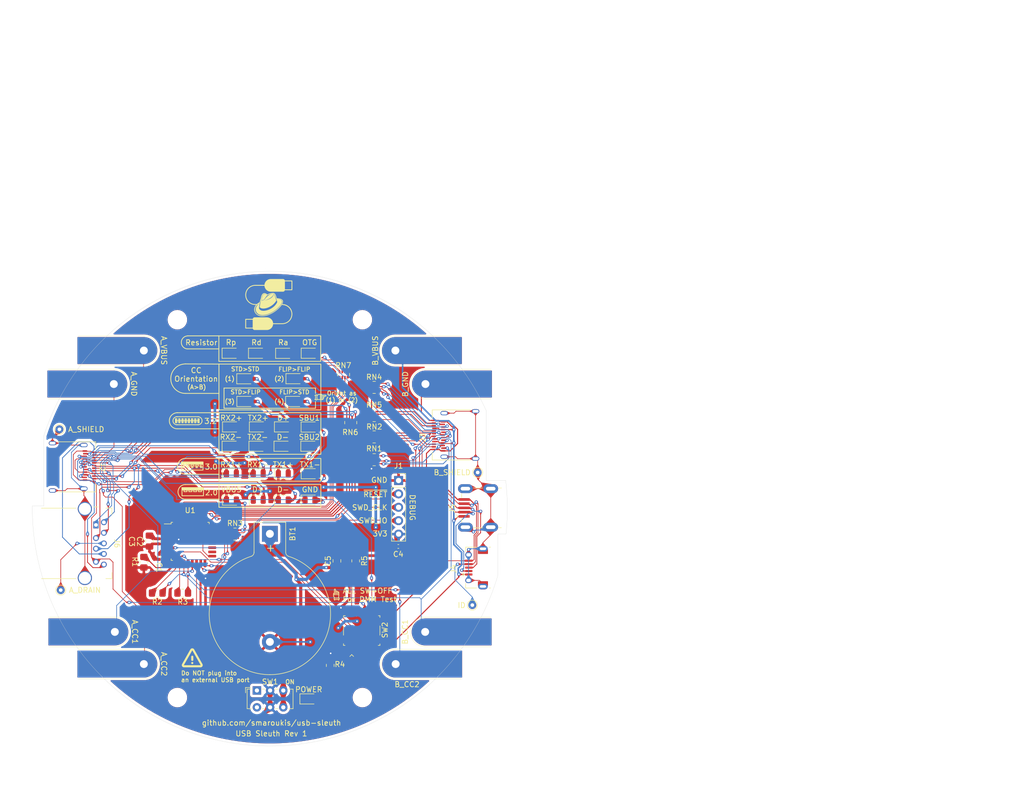
<source format=kicad_pcb>
(kicad_pcb (version 20221018) (generator pcbnew)
  (layers (0 "F.Cu" signal "Front") (31 "B.Cu" signal "Back") (34 "B.Paste" user) (35 "F.Paste" user) (36 "B.SilkS" user "B.Silkscreen") (37 "F.SilkS" user "F.Silkscreen") (38 "B.Mask" user) (39 "F.Mask" user) (44 "Edge.Cuts" user))
  (net 0 "")
  (net 1 "Net-(BT1-+)")
  (net 2 "GND")
  (net 3 "/A_SSRx2+")
  (net 4 "/A_SSRx1+")
  (net 5 "/A_SSRx1-")
  (net 6 "/A_SSTx2-")
  (net 7 "/A_SSTx2+")
  (net 8 "/A_SSTx1+")
  (net 9 "/A_D1+")
  (net 10 "/A_SSTx1-")
  (net 11 "Net-(D15-A)")
  (net 12 "Net-(D16-A)")
  (net 13 "Net-(D17-A)")
  (net 14 "Net-(D6-A)")
  (net 15 "Net-(D9-A)")
  (net 16 "Net-(D12-A)")
  (net 17 "/ID")
  (net 18 "Net-(D21-A)")
  (net 19 "/A_D2-")
  (net 20 "/A_VBUS")
  (net 21 "/A_GND")
  (net 22 "/A_DRAIN")
  (net 23 "/A_SHIELD")
  (net 24 "/B_VBUS_A4")
  (net 25 "/B_D1-")
  (net 26 "/B_D1+")
  (net 30 "VCC")
  (net 31 "/~{RESET}")
  (net 32 "/A_GND_SENS")
  (net 33 "/A_VBUS_SENS")
  (net 34 "/CC1_CTRL")
  (net 35 "/CC2_CTRL")
  (net 36 "/B_CC1_SENS")
  (net 37 "/B_CC2_SENS")
  (net 38 "/A_CC1")
  (net 39 "/A_CC2")
  (net 40 "/GND_LED")
  (net 41 "/VBUS_LED")
  (net 42 "Net-(D22-A)")
  (net 49 "/SWDIO")
  (net 50 "/SWCLK_BOOT0")
  (net 52 "Net-(D24-A)")
  (net 53 "/CC_Rp_LED")
  (net 54 "/CC_Rd_LED")
  (net 55 "/E_MARKER_LED")
  (net 56 "Net-(D25-A)")
  (net 57 "/B_SSRx1+")
  (net 58 "/B_SSRx1-")
  (net 59 "/B_SBU2")
  (net 60 "/B_D2-")
  (net 61 "/B_D2+")
  (net 62 "/B_SSTx2-")
  (net 63 "/B_SSTx2+")
  (net 64 "/B_SSRx2+")
  (net 65 "/B_SSRx2-")
  (net 66 "/B_SBU1")
  (net 67 "/CC_bb")
  (net 68 "/CC_ba")
  (net 69 "/CC_aa")
  (net 70 "/CC_ab")
  (net 71 "/A_D2+")
  (net 72 "/A_SBU2")
  (net 73 "/A_SSRx2-")
  (net 74 "/B_GND_A1")
  (net 75 "Net-(R5-Pad2)")
  (net 76 "/A_D1-")
  (net 77 "/A_SBU1")
  (net 82 "Net-(D1-A)")
  (net 85 "/B_SHIELD")
  (net 87 "/B_SSTx1+")
  (net 88 "/B_SSTx1-")
  (footprint "Button_Switch_THT:SW_E-Switch_EG1271_SPDT" (layer "F.Cu") (at 152.48 144.958)
    (fp_text reference "SW1")
    (fp_text value "SW_DPDT_x2")
  )
  (footprint "LED_SMD:LED_0805_2012Metric" (layer "F.Cu") (at 152.7325 94.996)
    (fp_text reference "D5" hide)
    (fp_text value "YLW")
  )
  (footprint "TestPoint:TestPoint_THTPad_D1.5mm_Drill0.7mm" (layer "F.Cu") (at 194.31 103.632)
    (fp_text reference "H8" hide)
    (fp_text value "B_SHIELD")
  )
  (footprint "01-UserFootprints:Connector_Pad_Edge_Oval_5mm_Extended" (layer "F.Cu") (at 196.9 133.858 90)
    (fp_text reference "H1" hide)
    (fp_text value "B_CC1")
  )
  (footprint "LED_SMD:LED_0805_2012Metric" (layer "F.Cu") (at 162.4815 98.66)
    (fp_text reference "D19" hide)
    (fp_text value "YLW")
  )
  (footprint "Capacitor_SMD:C_0402_1005Metric" (layer "F.Cu") (at 179.2732 117.6528 180)
    (fp_text reference "C4")
    (fp_text value "100n")
  )
  (footprint "01-UserFootprints:Connector_Pad_Edge_Oval_5mm_Extended" (layer "F.Cu") (at 113.03 133.858 -90)
    (fp_text reference "H4" hide)
    (fp_text value "A_CC1")
  )
  (footprint "01-UserFootprints:USB_C_Receptacle_Amphenol_12401832E402A" (layer "F.Cu") (at 116.586 102.568 -90)
    (fp_text reference "J2")
    (fp_text value "USB_C_12401832E402A")
  )
  (footprint "01-UserFootprints:Connector_Pad_Edge_Oval_5mm_Extended" (layer "F.Cu") (at 196.95 86.868 90)
    (fp_text reference "H7" hide)
    (fp_text value "B_GND")
  )
  (footprint "LED_SMD:LED_0805_2012Metric" (layer "F.Cu") (at 147.6525 103.872)
    (fp_text reference "D7" hide)
    (fp_text value "YLW")
  )
  (footprint "LED_SMD:LED_0805_2012Metric" (layer "F.Cu") (at 152.654 98.66)
    (fp_text reference "D3" hide)
    (fp_text value "YLW")
  )
  (footprint "LED_SMD:LED_0805_2012Metric" (layer "F.Cu") (at 147.6525 94.996)
    (fp_text reference "D4" hide)
    (fp_text value "YLW")
  )
  (footprint "TestPoint:TestPoint_THTPad_D1.5mm_Drill0.7mm" (layer "F.Cu") (at 193.294 128.778 180)
    (fp_text reference "H11" hide)
    (fp_text value "ID")
  )
  (footprint "LED_SMD:LED_0805_2012Metric" (layer "F.Cu") (at 162.56 103.872)
    (fp_text reference "D11" hide)
    (fp_text value "YLW")
  )
  (footprint "01-UserFootprints:USB_C_Receptacle_Amphenol_12401832E402A" (layer "F.Cu") (at 191.07 96.52 90)
    (fp_text reference "J3")
    (fp_text value "USB_C_12401832E402A")
  )
  (footprint "MountingHole:MountingHole_3.2mm_M3_DIN965" (layer "F.Cu") (at 137.414 146.304)
    (fp_text reference "" hide)
    (fp_text value "MountingHole_3.2mm_M3_DIN965")
  )
  (footprint "Connector_PinSocket_2.54mm:PinSocket_1x05_P2.54mm_Vertical" (layer "F.Cu") (at 179.324 105.156)
    (fp_text reference "J1")
    (fp_text value "Conn_1x05")
  )
  (footprint "LED_SMD:LED_0805_2012Metric" (layer "F.Cu") (at 152.7325 108.872)
    (fp_text reference "D13" hide)
    (fp_text value "YLW")
  )
  (footprint "01-UserFootprints:USB_Mini-B_Korean-Hroparts_U-M-M5DD-W-1_SMD-5-4MP" (layer "F.Cu") (at 191.78 110.351 180)
    (fp_text reference "J5")
    (fp_text value "USB_Mini-B_U-M-M5DD-W-1")
  )
  (footprint "LED_SMD:LED_0805_2012Metric" (layer "F.Cu") (at 147.574 81.026)
    (fp_text reference "D21" hide)
    (fp_text value "YLW")
  )
  (footprint "Battery:BatteryHolder_Keystone_103_1x20mm" (layer "F.Cu") (at 154.940001 115.2652 -90)
    (fp_text reference "BT1")
    (fp_text value "CR2032")
  )
  (footprint "Resistor_SMD:R_Array_Concave_4x0402" (layer "F.Cu") (at 168.906 85.082 -90)
    (fp_text reference "RN7")
    (fp_text value "1K6")
  )
  (footprint "LED_SMD:LED_0805_2012Metric" (layer "F.Cu") (at 157.4015 98.66)
    (fp_text reference "D20" hide)
    (fp_text value "YLW")
  )
  (footprint "Resistor_SMD:R_0805_2012Metric_Pad1.20x1.40mm_HandSolder" (layer "F.Cu") (at 166.37 140.208 -90)
    (fp_text reference "R4")
    (fp_text value "2K")
  )
  (footprint "01-UserFootprints:USB_Micro-B_Kinghelm-KH-MICRO5P-JN" (layer "F.Cu") (at 195.304 121.666 90)
    (fp_text reference "J4")
    (fp_text value "USB_Micro-B_KH-MICRO5P-JN")
  )
  (footprint "LED_SMD:LED_0805_2012Metric" (layer "F.Cu") (at 157.48 108.872)
    (fp_text reference "D18" hide)
    (fp_text value "YLW")
  )
  (footprint "Resistor_SMD:R_Array_Concave_4x0402" (layer "F.Cu") (at 174.7 96.896 180)
    (fp_text reference "RN2")
    (fp_text value "1K6")
  )
  (footprint "Resistor_SMD:R_0805_2012Metric_Pad1.20x1.40mm_HandSolder" (layer "F.Cu") (at 138.43 126.492)
    (fp_text reference "R3")
    (fp_text value "10k")
  )
  (footprint "01-UserFootprints:Connector_Pad_Edge_Oval_5mm_Extended" (layer "F.Cu") (at 191.308 139.954 90)
    (fp_text reference "H2" hide)
    (fp_text value "B_CC2")
  )
  (footprint "MountingHole:MountingHole_3.2mm_M3_DIN965" (layer "F.Cu") (at 172.466 146.304)
    (fp_text reference "" hide)
    (fp_text value "MountingHole_3.2mm_M3_DIN965")
  )
  (footprint "Capacitor_SMD:C_0805_2012Metric_Pad1.18x1.45mm_HandSolder" (layer "F.Cu") (at 167.64 120.396 90)
    (fp_text reference "C5")
    (fp_text value "1uF")
  )
  (footprint "TestPoint:TestPoint_THTPad_D1.5mm_Drill0.7mm" (layer "F.Cu") (at 115.062 95.456)
    (fp_text reference "H6" hide)
    (fp_text value "A_SHIELD")
  )
  (footprint "LED_SMD:LED_0805_2012Metric" (layer "F.Cu") (at 157.48 94.996)
    (fp_text reference "D23" hide)
    (fp_text value "YLW")
  )
  (footprint "01-UserFootprints:Connector_Pad_Edge_Oval_5mm_Extended" (layer "F.Cu") (at 118.524 139.954 -90)
    (fp_text reference "H5" hide)
    (fp_text value "A_CC2")
  )
  (footprint "Resistor_SMD:R_Array_Concave_4x0402" (layer "F.Cu") (at 174.7 92.848 180)
    (fp_text reference "RN5")
    (fp_text value "1K6")
  )
  (footprint "MountingHole:MountingHole_3.2mm_M3_DIN965" (layer "F.Cu") (at 137.414 74.676)
    (fp_text reference "" hide)
    (fp_text value "MountingHole_3.2mm_M3_DIN965" hide)
  )
  (footprint "LED_SMD:LED_0805_2012Metric" (layer "F.Cu") (at 162.56 81.026)
    (fp_text reference "D25" hide)
    (fp_text value "YLW")
  )
  (footprint "LED_SMD:LED_0805_2012Metric" (layer "F.Cu") (at 162.306 146.558)
    (fp_text reference "D1" hide)
    (fp_text value "YLW")
  )
  (footprint "Package_QFP:LQFP-32_7x7mm_P0.8mm" (layer "F.Cu") (at 139.843 116.694)
    (fp_text reference "U1")
    (fp_text value "STM32C031K6T6")
  )
  (footprint "01-UserFootprints:Connector_Pad_Edge_Oval_5mm_Extended" (layer "F.Cu") (at 112.836 86.868 -90)
    (fp_text reference "H9" hide)
    (fp_text value "A_GND")
  )
  (footprint "LED_SMD:LED_0805_2012Metric" (layer "F.Cu") (at 147.6525 108.872)
    (fp_text reference "D9" hide)
    (fp_text value "YLW")
  )
  (footprint "Resistor_SMD:R_0805_2012Metric_Pad1.20x1.40mm_HandSolder" (layer "F.Cu") (at 131.064 120.65 -90)
    (fp_text reference "R1")
    (fp_text value "10k")
  )
  (footprint "LED_SMD:LED_0805_2012Metric" (layer "F.Cu") (at 162.54 108.872)
    (fp_text reference "D6" hide)
    (fp_text value "YLW")
  )
  (footprint "01-UserFootprints:Connector_Pad_Edge_Oval_5mm_Extended" (layer "F.Cu") (at 118.524 80.518 -90)
    (fp_text reference "H10" hide)
    (fp_text value "A_VBUS")
  )
  (footprint "Resistor_SMD:R_Array_Concave_4x0402" (layer "F.Cu") (at 174.7 87.51)
    (fp_text reference "RN4")
    (fp_text value "1K6")
  )
  (footprint "LED_SMD:LED_0805_2012Metric" (layer "F.Cu") (at 159.6065 90.17)
    (fp_text reference "D17" hide)
    (fp_text value "YLW")
  )
  (footprint "Resistor_SMD:R_0805_2012Metric_Pad1.20x1.40mm_HandSolder" (layer "F.Cu") (at 133.604 126.492)
    (fp_text reference "R2")
    (fp_text value "10k")
  )
  (footprint "LED_SMD:LED_0805_2012Metric" (layer "F.Cu") (at 159.6675 85.852)
    (fp_text reference "D16" hide)
    (fp_text value "YLW")
  )
  (footprint "01-UserFootprints:SW-DIP-4P_P1.27mm_SMD-2x4" (layer "F.Cu") (at 172.339 133.604)
    (fp_text reference "SW2")
    (fp_text value "ZX-1.27BM-4PSMD")
  )
  (footprint "Capacitor_SMD:C_0805_2012Metric_Pad1.18x1.45mm_HandSolder" (layer "F.Cu") (at 132.1308 116.6368 90)
    (fp_text reference "C3")
    (fp_text value "4u7")
  )
  (footprint "LED_SMD:LED_0805_2012Metric" (layer "F.Cu") (at 157.714 81.044)
    (fp_text reference "D24" hide)
    (fp_text value "YLW")
  )
  (footprint "LED_SMD:LED_0805_2012Metric" (layer "F.Cu") (at 152.7325 103.872)
    (fp_text reference "D10" hide)
    (fp_text value "YLW")
  )
  (footprint "Capacitor_SMD:C_0402_1005Metric" (layer "F.Cu") (at 133.9284 119.634 -90)
    (fp_text reference "C1")
    (fp_text value "100n")
  )
  (footprint "Capacitor_SMD:C_0402_1005Metric" (layer "F.Cu") (at 133.8326 116.6876 90)
    (fp_text reference "C2")
    (fp_text value "100n")
  )
  (footprint "LED_SMD:LED_0805_2012Metric" (layer "F.Cu") (at 162.54 95.014)
    (fp_text reference "D14" hide)
    (fp_text value "YLW")
  )
  (footprint "MountingHole:MountingHole_3.2mm_M3_DIN965" (layer "F.Cu") (at 172.466 74.676)
    (fp_text reference "" hide)
    (fp_text value "MountingHole_3.2mm_M3_DIN965")
  )
  (footprint "01-UserFootprints:Connector_Pad_Edge_Oval_5mm_Extended" (layer "F.Cu") (at 191.258 80.518 90)
    (fp_text reference "H3" hide)
    (fp_text value "B_VBUS")
  )
  (footprint "LED_SMD:LED_0805_2012Metric" (layer "F.Cu") (at 147.574 98.66)
    (fp_text reference "D2" hide)
    (fp_text value "YLW")
  )
  (footprint "LED_SMD:LED_0805_2012Metric" (layer "F.Cu") (at 150.36 90.17)
    (fp_text reference "D15" hide)
    (fp_text value "YLW")
  )
  (footprint "Resistor_SMD:R_Array_Concave_4x0402" (layer "F.Cu") (at 174.7 101.21)
    (fp_text reference "RN1")
    (fp_text value "1K6")
  )
  (footprint "Resistor_SMD:R_Array_Concave_4x0402" (layer "F.Cu") (at 170.26 94.18 -90)
    (fp_text reference "RN6")
    (fp_text value "1K6")
  )
  (footprint "TestPoint:TestPoint_THTPad_D1.5mm_Drill0.7mm" (layer "F.Cu") (at 115.316 125.936 90)
    (fp_text reference "H12" hide)
    (fp_text value "A_DRAIN")
  )
  (footprint "01-UserFootprints:USB3_A_Hong-Cheng_HC-USB3.0-L168-WP_THT-9-2MP_P2.0mm" (layer "F.Cu") (at 123.488 117.078 -90)
    (fp_text reference "J6")
    (fp_text value "USB3_A_HC-USB3.0-L168-WP")
  )
  (footprint "LED_SMD:LED_0805_2012Metric" (layer "F.Cu") (at 152.569333 81.026)
    (fp_text reference "D22" hide)
    (fp_text value "YLW")
  )
  (footprint "LED_SMD:LED_0805_2012Metric" (layer "F.Cu") (at 150.348 85.87)
    (fp_text reference "D12" hide)
    (fp_text value "YLW")
  )
  (footprint "LED_SMD:LED_0805_2012Metric" (layer "F.Cu") (at 157.48 103.872)
    (fp_text reference "D8" hide)
    (fp_text value "YLW")
  )
  (footprint "Resistor_SMD:R_Array_Concave_4x0402" (layer "F.Cu") (at 148.336 115.316 180)
    (fp_text reference "RN3")
    (fp_text value "1K6")
  )
  (footprint "Resistor_SMD:R_0805_2012Metric_Pad1.20x1.40mm_HandSolder" (layer "F.Cu") (at 171.196 120.396 -90)
    (fp_text reference "R5")
    (fp_text value "2K")
  )
  (gr_line (start 145.288 105.918) (end 138.938 105.918) (stroke (width 0.1524)) (layer "F.SilkS"))
  (gr_rect (start 138.303 106.5276) (end 142.3567 106.9594) (stroke (width 0.1524)) (fill solid) (layer "F.SilkS"))
  (gr_rect (start 137.05708 93.4466) (end 137.31108 93.7006) (stroke (width 0.1524)) (fill none) (layer "F.SilkS"))
  (gr_rect (start 137.660732 93.9546) (end 137.914732 94.2086) (stroke (width 0.1524)) (fill none) (layer "F.SilkS"))
  (gr_rect (start 140.678992 93.9546) (end 140.932992 94.2086) (stroke (width 0.1524)) (fill none) (layer "F.SilkS"))
  (gr_rect (start 139.471688 93.9546) (end 139.725688 94.2086) (stroke (width 0.1524)) (fill none) (layer "F.SilkS"))
  (gr_line (start 138.958203 88.646) (end 145.288 88.646) (stroke (width 0.1524)) (layer "F.SilkS"))
  (gr_line (start 145.288 83.0834) (end 138.958203 83.058142) (stroke (width 0.1524)) (layer "F.SilkS"))
  (gr_line (start 163.576 87.63) (end 146.2532 87.63) (stroke (width 0.1524)) (layer "F.SilkS"))
  (gr_rect (start 138.6634 106.9594) (end 139.2476 107.2642) (stroke (width 0.1524)) (fill none) (layer "F.SilkS"))
  (gr_arc (start 138.958203 88.646) (mid 136.164274 85.852071) (end 138.958203 83.058142) (stroke (width 0.1524)) (layer "F.SilkS"))
  (gr_line (start 146.2532 91.4654) (end 163.576 91.4654) (stroke (width 0.1524)) (layer "F.SilkS"))
  (gr_line (start 145.248 80.209) (end 139.426 80.209) (stroke (width 0.1524)) (layer "F.SilkS"))
  (gr_rect (start 141.31485 102.0826) (end 141.89905 102.3874) (stroke (width 0.1524)) (fill none) (layer "F.SilkS"))
  (gr_arc (start 139.3932 80.2132) (mid 138.1592 78.9792) (end 139.3932 77.7452) (stroke (width 0.1524)) (layer "F.SilkS"))
  (gr_rect (start 138.2117 101.6508) (end 142.2654 102.0826) (stroke (width 0.1524)) (fill solid) (layer "F.SilkS"))
  (gr_line (start 145.288 108.712) (end 138.938 108.712) (stroke (width 0.1524)) (layer "F.SilkS"))
  (gr_rect (start 145.288 105.918) (end 164.592 110.236) (stroke (width 0.15)) (fill none) (layer "F.SilkS"))
  (gr_rect (start 138.868036 93.4466) (end 139.122036 93.7006) (stroke (width 0.1524)) (fill none) (layer "F.SilkS"))
  (gr_rect (start 140.07534 93.9546) (end 140.32934 94.2086) (stroke (width 0.1524)) (fill none) (layer "F.SilkS"))
  (gr_rect (start 138.868036 93.9546) (end 139.122036 94.2086) (stroke (width 0.1524)) (fill none) (layer "F.SilkS"))
  (gr_line (start 145.288 92.31) (end 137.3886 92.31) (stroke (width 0.1524)) (layer "F.SilkS"))
  (gr_line (start 146.2532 87.63) (end 146.2532 91.4654) (stroke (width 0.1524)) (layer "F.SilkS"))
  (gr_line (start 137.05708 94.2086) (end 137.05708 93.4466) (stroke (width 0.1524)) (layer "F.SilkS"))
  (gr_rect (start 139.27125 102.4636) (end 139.52525 102.7176) (stroke (width 0.1524)) (fill none) (layer "F.SilkS"))
  (gr_rect (start 139.471688 93.4466) (end 139.725688 93.7006) (stroke (width 0.1524)) (fill none) (layer "F.SilkS"))
  (gr_arc (start 138.938 108.712) (mid 137.541 107.315) (end 138.938 105.918) (stroke (width 0.1524)) (layer "F.SilkS"))
  (gr_line (start 145.288 103.965) (end 138.938 103.965) (stroke (width 0.1524)) (layer "F.SilkS"))
  (gr_line (start 145.268 77.742) (end 139.3932 77.742) (stroke (width 0.1524)) (layer "F.SilkS"))
  (gr_line (start 163.576 91.4654) (end 163.576 90.17) (stroke (width 0.1524)) (layer "F.SilkS"))
  (gr_poly (pts (xy 155.553398 69.587642) (xy 155.572506 69.588796) (xy 155.590133 69.590452) (xy 155.607638 69.592733) (xy 155.624995 69.595629) (xy 155.64218 69.599131) (xy 155.659166 69.603229) (xy 155.675928 69.607914) (xy 155.692441 69.613175) (xy 155.70868 69.619003) (xy 155.724618 69.625389) (xy 155.740231 69.632323) (xy 155.755493 69.639794) (xy 155.770378 69.647795) (xy 155.784862 69.656314) (xy 155.798918 69.665342) (xy 155.812521 69.67487) (xy 155.825647 69.684887) (xy 155.837591 69.69474) (xy 155.849487 69.705227) (xy 155.861321 69.716328) (xy 155.873078 69.728026) (xy 155.884742 69.7403) (xy 155.896299 69.753133) (xy 155.907735 69.766505) (xy 155.919033 69.780399) (xy 155.93018 69.794795) (xy 155.941161 69.809674) (xy 155.95196 69.825019) (xy 155.962563 69.84081) (xy 155.972956 69.857028) (xy 155.983122 69.873655) (xy 155.993048 69.890672) (xy 156.002718 69.908061) (xy 156.010872 69.923446) (xy 156.018424 69.93856) (xy 156.02566 69.954079) (xy 156.03286 69.970678) (xy 156.04031 69.989033) (xy 156.048291 70.00982) (xy 156.057088 70.033712) (xy 156.066982 70.061386) (xy 156.184565 70.390018) (xy 156.263933 70.607616) (xy 156.264196 70.608234) (xy 156.264489 70.608855) (xy 156.264808 70.609475) (xy 156.265151 70.610088) (xy 156.265513 70.610692) (xy 156.265893 70.611282) (xy 156.266287 70.611854) (xy 156.266691 70.612404) (xy 156.267103 70.612928) (xy 156.26752 70.613422) (xy 156.267939 70.613881) (xy 156.268356 70.614303) (xy 156.268769 70.614682) (xy 156.269174 70.615015) (xy 156.269568 70.615297) (xy 156.269949 70.615525) (xy 156.271356 70.615967) (xy 156.27375 70.616349) (xy 156.277026 70.616671) (xy 156.281084 70.616934) (xy 156.291132 70.617281) (xy 156.303075 70.617391) (xy 156.316096 70.617264) (xy 156.329376 70.6169) (xy 156.342096 70.6163) (xy 156.353438 70.615466) (xy 156.373365 70.614173) (xy 156.395853 70.613717) (xy 156.420927 70.614098) (xy 156.44861 70.615318) (xy 156.478926 70.617378) (xy 156.511899 70.620279) (xy 156.547553 70.624024) (xy 156.585913 70.628612) (xy 156.631463 70.634813) (xy 156.676252 70.641836) (xy 156.720468 70.649722) (xy 156.764298 70.65851) (xy 156.80793 70.66824) (xy 156.851549 70.678951) (xy 156.895344 70.690682) (xy 156.939501 70.703475) (xy 156.976612 70.71509) (xy 157.010696 70.726788) (xy 157.042315 70.738822) (xy 157.072029 70.751444) (xy 157.100402 70.764906) (xy 157.127995 70.779461) (xy 157.155369 70.795361) (xy 157.183088 70.812858) (xy 157.198481 70.823163) (xy 157.213412 70.833618) (xy 157.227874 70.844218) (xy 157.241859 70.854955) (xy 157.255361 70.865824) (xy 157.268373 70.876816) (xy 157.280887 70.887926) (xy 157.292897 70.899148) (xy 157.304395 70.910473) (xy 157.315376 70.921896) (xy 157.325831 70.933409) (xy 157.335753 70.945007) (xy 157.345137 70.956682) (xy 157.353974 70.968427) (xy 157.362258 70.980237) (xy 157.369982 70.992104) (xy 157.374438 70.999637) (xy 157.379347 71.008647) (xy 157.384495 71.018681) (xy 157.389665 71.029288) (xy 157.394645 71.040016) (xy 157.399218 71.050413) (xy 157.40317 71.060028) (xy 157.406285 71.068408) (xy 157.410788 71.08216) (xy 157.414803 71.095906) (xy 157.418332 71.109674) (xy 157.421376 71.123491) (xy 157.423938 71.137385) (xy 157.426018 71.151384) (xy 157.427619 71.165516) (xy 157.428742 71.179809) (xy 157.42939 71.19429) (xy 157.429563 71.208988) (xy 157.429263 71.223931) (xy 157.428493 71.239145) (xy 157.427254 71.25466) (xy 157.425547 71.270503) (xy 157.423375 71.286702) (xy 157.420738 71.303284) (xy 157.416172 71.328422) (xy 157.411079 71.353447) (xy 157.405452 71.378379) (xy 157.399285 71.403239) (xy 157.392568 71.428051) (xy 157.385296 71.452835) (xy 157.377459 71.477613) (xy 157.369051 71.502406) (xy 157.360064 71.527237) (xy 157.35049 71.552127) (xy 157.329552 71.60217) (xy 157.306176 71.652709) (xy 157.280302 71.703916) (xy 157.250668 71.75872) (xy 157.220472 71.811437) (xy 157.189366 71.862593) (xy 157.157 71.912712) (xy 157.123024 71.96232) (xy 157.08709 72.011943) (xy 157.048847 72.062104) (xy 157.007947 72.11333) (xy 156.93552 72.200223) (xy 156.861623 72.285045) (xy 156.786177 72.367875) (xy 156.709106 72.448792) (xy 156.630334 72.527874) (xy 156.549783 72.605201) (xy 156.467377 72.68085) (xy 156.38304 72.754902) (xy 156.246086 72.868873) (xy 156.105539 72.978664) (xy 155.961567 73.084165) (xy 155.814336 73.185264) (xy 155.664015 73.281852) (xy 155.510769 73.373815) (xy 155.354767 73.461044) (xy 155.196176 73.543427) (xy 155.09677 73.591974) (xy 154.996005 73.638929) (xy 154.894785 73.683919) (xy 154.794013 73.726573) (xy 154.694592 73.766518) (xy 154.597425 73.80338) (xy 154.503416 73.836787) (xy 154.413468 73.866368) (xy 154.34161 73.888217) (xy 154.270598 73.908299) (xy 154.200056 73.926701) (xy 154.129607 73.943507) (xy 154.058876 73.958804) (xy 153.987485 73.972676) (xy 153.915059 73.98521) (xy 153.84122 73.996491) (xy 153.787639 74.003577) (xy 153.734318 74.009465) (xy 153.681213 74.014155) (xy 153.628277 74.017652) (xy 153.575464 74.019958) (xy 153.522728 74.021074) (xy 153.470025 74.021004) (xy 153.417307 74.019751) (xy 153.417307 74.019753) (xy 153.355766 74.016622) (xy 153.293196 74.011554) (xy 153.230296 74.004654) (xy 153.167761 73.996029) (xy 153.10629 73.985784) (xy 153.046578 73.974026) (xy 152.989324 73.960861) (xy 152.935223 73.946394) (xy 152.90351 73.936789) (xy 152.871665 73.926237) (xy 152.839779 73.914775) (xy 152.807942 73.902438) (xy 152.776247 73.889263) (xy 152.744782 73.875288) (xy 152.71364 73.860547) (xy 152.682911 73.845078) (xy 152.643082 73.823773) (xy 152.60444 73.8018) (xy 152.566975 73.779154) (xy 152.530679 73.755825) (xy 152.495543 73.731807) (xy 152.461559 73.707093) (xy 152.428716 73.681674) (xy 152.397008 73.655543) (xy 152.366424 73.628693) (xy 152.336956 73.601116) (xy 152.308596 73.572805) (xy 152.281333 73.543753) (xy 152.255161 73.513951) (xy 152.230069 73.483393) (xy 152.20605 73.45207) (xy 152.183093 73.419976) (xy 152.166035 73.394527) (xy 152.149604 73.368508) (xy 152.133809 73.341939) (xy 152.118659 73.314838) (xy 152.10416 73.287226) (xy 152.090323 73.259121) (xy 152.077153 73.230545) (xy 152.06466 73.201516) (xy 152.052853 73.172054) (xy 152.041738 73.142179) (xy 152.031324 73.111909) (xy 152.02162 73.081266) (xy 152.012633 73.050268) (xy 152.004372 73.018935) (xy 151.996845 72.987287) (xy 151.990059 72.955344) (xy 151.984939 72.927895) (xy 151.980533 72.900356) (xy 151.976839 72.872728) (xy 151.973858 72.845014) (xy 151.97159 72.817215) (xy 151.970035 72.789333) (xy 151.969193 72.761371) (xy 151.96916 72.75423) (xy 152.120441 72.75423) (xy 152.121353 72.7911) (xy 152.124819 72.842064) (xy 152.130355 72.892129) (xy 152.13796 72.941291) (xy 152.147632 72.989549) (xy 152.159372 73.036901) (xy 152.173177 73.083344) (xy 152.189048 73.128878) (xy 152.206983 73.173499) (xy 152.226982 73.217206) (xy 152.249044 73.259997) (xy 152.273167 73.30187) (xy 152.299351 73.342823) (xy 152.327596 73.382854) (xy 152.3579 73.42196) (xy 152.390262 73.460141) (xy 152.424682 73.497394) (xy 152.443356 73.516243) (xy 152.462761 73.534801) (xy 152.48286 73.553042) (xy 152.503617 73.570941) (xy 152.524995 73.588471) (xy 152.546958 73.605609) (xy 152.569469 73.622328) (xy 152.592491 73.638604) (xy 152.615987 73.654411) (xy 152.639922 73.669724) (xy 152.664258 73.684518) (xy 152.688959 73.698768) (xy 152.713988 73.712447) (xy 152.739308 73.725532) (xy 152.764884 73.737996) (xy 152.790678 73.749815) (xy 152.843272 73.771862) (xy 152.898429 73.792532) (xy 152.955587 73.811668) (xy 153.014182 73.829111) (xy 153.073655 73.844705) (xy 153.133441 73.858292) (xy 153.19298 73.869716) (xy 153.251709 73.878818) (xy 153.292949 73.883872) (xy 153.335797 73.888079) (xy 153.379957 73.891424) (xy 153.425129 73.893894) (xy 153.471017 73.895477) (xy 153.517322 73.896159) (xy 153.563748 73.895926) (xy 153.609995 73.894766) (xy 153.689923 73.890783) (xy 153.768898 73.884506) (xy 153.847093 73.875906) (xy 153.92468 73.864958) (xy 154.001833 73.851633) (xy 154.078725 73.835906) (xy 154.155527 73.817748) (xy 154.232414 73.797133) (xy 154.271518 73.785705) (xy 154.313951 73.772699) (xy 154.406184 73.742826) (xy 154.503877 73.709263) (xy 154.601794 73.673759) (xy 154.71226 73.631008) (xy 154.824149 73.584621) (xy 154.936947 73.534844) (xy 155.05014 73.481924) (xy 155.163213 73.426108) (xy 155.275652 73.367644) (xy 155.386944 73.306779) (xy 155.496573 73.243759) (xy 155.630175 73.162515) (xy 155.761283 73.077726) (xy 155.889812 72.989456) (xy 156.015677 72.897769) (xy 156.138792 72.802728) (xy 156.259073 72.704399) (xy 156.376434 72.602843) (xy 156.49079 72.498126) (xy 156.518312 72.471788) (xy 156.548568 72.442099) (xy 156.58064 72.41) (xy 156.613609 72.376437) (xy 156.646555 72.342351) (xy 156.678559 72.308687) (xy 156.708702 72.276387) (xy 156.736065 72.246396) (xy 156.793231 72.181481) (xy 156.849771 72.1146) (xy 156.904794 72.046919) (xy 156.957407 71.979601) (xy 157.00672 71.91381) (xy 157.051842 71.85071) (xy 157.091881 71.791465) (xy 157.125945 71.73724) (xy 157.13963 71.713976) (xy 157.153321 71.689855) (xy 157.166775 71.665348) (xy 157.179744 71.640923) (xy 157.191986 71.617049) (xy 157.203255 71.594196) (xy 157.213305 71.572832) (xy 157.221893 71.553427) (xy 157.233232 71.52571) (xy 157.243677 71.497931) (xy 157.253244 71.470045) (xy 157.261946 71.442002) (xy 157.269798 71.413755) (xy 157.276814 71.385256) (xy 157.283007 71.356457) (xy 157.288391 71.32731) (xy 157.292435 71.301907) (xy 157.295647 71.278014) (xy 157.298011 71.255511) (xy 157.299507 71.23428) (xy 157.300116 71.214199) (xy 157.299821 71.195149) (xy 157.298602 71.177011) (xy 157.296441 71.159664) (xy 157.29332 71.142988) (xy 157.289219 71.126865) (xy 157.284121 71.111174) (xy 157.278006 71.095795) (xy 157.270856 71.080609) (xy 157.262652 71.065495) (xy 157.253376 71.050334) (xy 157.243009 71.035006) (xy 157.236161 71.025495) (xy 157.229265 71.01627) (xy 157.222322 71.007335) (xy 157.215336 70.998694) (xy 157.20831 70.990349) (xy 157.201248 70.982303) (xy 157.194152 70.97456) (xy 157.187025 70.967123) (xy 157.179871 70.959995) (xy 157.172692 70.953179) (xy 157.165492 70.946679) (xy 157.158273 70.940496) (xy 157.15104 70.934636) (xy 157.143795 70.9291) (xy 157.13654 70.923892) (xy 157.12928 70.919015) (xy 157.10753 70.905479) (xy 157.084676 70.892362) (xy 157.060744 70.879675) (xy 157.035763 70.867426) (xy 157.009758 70.855626) (xy 156.982758 70.844282) (xy 156.954788 70.833405) (xy 156.925877 70.823004) (xy 156.896051 70.813089) (xy 156.865336 70.803668) (xy 156.833761 70.794752) (xy 156.801353 70.786348) (xy 156.768137 70.778468) (xy 156.734142 70.771119) (xy 156.699394 70.764313) (xy 156.66392 70.758056) (xy 156.63458 70.753391) (xy 156.603679 70.748916) (xy 156.571424 70.744656) (xy 156.538022 70.740635) (xy 156.503679 70.736876) (xy 156.4686 70.733403) (xy 156.432994 70.73024) (xy 156.397065 70.72741) (xy 156.379267 70.726196) (xy 156.365209 70.725484) (xy 156.354656 70.7253) (xy 156.35062 70.725415) (xy 156.347372 70.725672) (xy 156.344881 70.726076) (xy 156.343119 70.726628) (xy 156.342501 70.726961) (xy 156.342055 70.727333) (xy 156.341776 70.727743) (xy 156.341661 70.728193) (xy 156.341706 70.728683) (xy 156.341907 70.729213) (xy 156.342763 70.730396) (xy 156.344199 70.731745) (xy 156.346187 70.733264) (xy 156.34692 70.733752) (xy 156.347306 70.733981) (xy 156.347711 70.734199) (xy 156.348138 70.734409) (xy 156.348591 70.734611) (xy 156.349076 70.734806) (xy 156.349596 70.734993) (xy 156.350155 70.735174) (xy 156.350759 70.73535) (xy 156.352113 70.735687) (xy 156.353693 70.73601) (xy 156.355532 70.736324) (xy 156.357664 70.736634) (xy 156.360123 70.736947) (xy 156.362943 70.737266) (xy 156.366157 70.737597) (xy 156.369799 70.737946) (xy 156.373904 70.738318) (xy 156.383634 70.739153) (xy 156.437104 70.744047) (xy 156.487999 70.749593) (xy 156.536884 70.75588) (xy 156.584318 70.763) (xy 156.630866 70.771044) (xy 156.677088 70.780101) (xy 156.723548 70.790264) (xy 156.770807 70.801622) (xy 156.806594 70.811196) (xy 156.840568 70.821587) (xy 156.857018 70.82715) (xy 156.873186 70.832988) (xy 156.889129 70.839127) (xy 156.904902 70.84559) (xy 156.920564 70.852401) (xy 156.936171 70.859585) (xy 156.95178 70.867165) (xy 156.967448 70.875166) (xy 156.999188 70.892524) (xy 157.031845 70.911851) (xy 157.043675 70.919278) (xy 157.055136 70.92684) (xy 157.06623 70.93454) (xy 157.076962 70.942383) (xy 157.087335 70.950372) (xy 157.097353 70.95851) (xy 157.10702 70.966799) (xy 157.116338 70.975245) (xy 157.125312 70.98385) (xy 157.133945 70.992617) (xy 157.142242 71.00155) (xy 157.150205 71.010652) (xy 157.157838 71.019927) (xy 157.165145 71.029378) (xy 157.172129 71.039009) (xy 157.178794 71.048822) (xy 157.184987 71.058585) (xy 157.190814 71.068471) (xy 157.196281 71.07849) (xy 157.20139 71.088654) (xy 157.206146 71.098975) (xy 157.210551 71.109462) (xy 157.21461 71.120127) (xy 157.218326 71.130982) (xy 157.221702 71.142037) (xy 157.224743 71.153303) (xy 157.227451 71.164793) (xy 157.229831 71.176516) (xy 157.231886 71.188485) (xy 157.23362 71.200709) (xy 157.235036 71.213201) (xy 157.236138 71.225971) (xy 157.236828 71.240385) (xy 157.236841 71.255486) (xy 157.236182 71.271253) (xy 157.234856 71.287664) (xy 157.232868 71.304699) (xy 157.230222 71.322335) (xy 157.226924 71.340551) (xy 157.222978 71.359325) (xy 157.218388 71.378636) (xy 157.213161 71.398462) (xy 157.2073 71.418782) (xy 157.20081 71.439574) (xy 157.193697 71.460817) (xy 157.185965 71.482489) (xy 157.177618 71.504568) (xy 157.168663 71.527033) (xy 157.15288 71.564093) (xy 157.136014 71.600674) (xy 157.118008 71.63688) (xy 157.098802 71.672815) (xy 157.07834 71.708584) (xy 157.056563 71.744291) (xy 157.033415 71.780041) (xy 157.008836 71.815939) (xy 156.977695 71.859974) (xy 156.950435 71.897832) (xy 156.925634 71.931324) (xy 156.901872 71.962265) (xy 156.877729 71.992466) (xy 156.851784 72.023742) (xy 156.822617 72.057903) (xy 156.788808 72.096765) (xy 156.697113 72.198858) (xy 156.602937 72.298495) (xy 156.506437 72.395527) (xy 156.407771 72.489809) (xy 156.307095 72.581194) (xy 156.204568 72.669536) (xy 156.100346 72.754689) (xy 155.994587 72.836505) (xy 155.918645 72.892647) (xy 155.842332 72.947075) (xy 155.765396 72.999954) (xy 155.687583 73.051448) (xy 155.608641 73.10172) (xy 155.528316 73.150936) (xy 155.446355 73.199259) (xy 155.362506 73.246854) (xy 155.31822 73.271169) (xy 155.271509 73.296132) (xy 155.22273 73.321564) (xy 155.172239 73.347286) (xy 155.067542 73.398881) (xy 154.960267 73.449484) (xy 154.887874 73.482028) (xy 154.803395 73.518751) (xy 154.720276 73.55389) (xy 154.651965 73.581677) (xy 154.572684 73.611723) (xy 154.492609 73.639835) (xy 154.41199 73.665943) (xy 154.331075 73.689975) (xy 154.250114 73.711861) (xy 154.169355 73.731531) (xy 154.089047 73.748914) (xy 154.009439 73.763938) (xy 153.942119 73.775012) (xy 153.877228 73.784262) (xy 153.814105 73.791741) (xy 153.752091 73.797501) (xy 153.690526 73.801595) (xy 153.62875 73.804075) (xy 153.566102 73.804995) (xy 153.501924 73.804407) (xy 153.432718 73.802024) (xy 153.367299 73.797689) (xy 153.304877 73.791272) (xy 153.244663 73.782644) (xy 153.185869 73.771675) (xy 153.127706 73.758235) (xy 153.069386 73.742193) (xy 153.010118 73.723421) (xy 152.969659 73.709128) (xy 152.930324 73.693835) (xy 152.892079 73.677518) (xy 152.854889 73.660155) (xy 152.818721 73.641722) (xy 152.783542 73.622196) (xy 152.749318 73.601556) (xy 152.716014 73.579776) (xy 152.683598 73.556836) (xy 152.652034 73.532711) (xy 152.621291 73.507379) (xy 152.591333 73.480817) (xy 152.562127 73.453001) (xy 152.53364 73.42391) (xy 152.505838 73.393519) (xy 152.478686 73.361806) (xy 152.461634 73.340612) (xy 152.445194 73.318918) (xy 152.42937 73.296736) (xy 152.414169 73.274077) (xy 152.399595 73.250952) (xy 152.385656 73.227374) (xy 152.372357 73.203353) (xy 152.359702 73.178901) (xy 152.3477 73.15403) (xy 152.336354 73.128752) (xy 152.32567 73.103077) (xy 152.315656 73.077017) (xy 152.306315 73.050583) (xy 152.297655 73.023788) (xy 152.28968 72.996643) (xy 152.282396 72.969159) (xy 152.275564 72.940716) (xy 152.269857 72.914136) (xy 152.265188 72.88876) (xy 152.261469 72.863928) (xy 152.258613 72.838979) (xy 152.256534 72.813254) (xy 152.255144 72.786094) (xy 152.254356 72.756838) (xy 152.254118 72.732444) (xy 152.254312 72.710309) (xy 152.254997 72.689686) (xy 152.256231 72.669826) (xy 152.258071 72.649982) (xy 152.260576 72.629403) (xy 152.263802 72.607344) (xy 152.267809 72.583055) (xy 152.275716 72.541107) (xy 152.284917 72.499591) (xy 152.285226 72.498379) (xy 152.880058 72.498379) (xy 152.880439 72.508423) (xy 152.881728 72.515839) (xy 152.883765 72.522895) (xy 152.884526 72.525179) (xy 152.885507 72.527813) (xy 152.888084 72.534051) (xy 152.891415 72.541444) (xy 152.89542 72.549828) (xy 152.900018 72.559039) (xy 152.90513 72.568912) (xy 152.910674 72.579284) (xy 152.916571 72.589989) (xy 152.927754 72.609364) (xy 152.939376 72.628258) (xy 152.951437 72.646671) (xy 152.963939 72.664605) (xy 152.976884 72.682063) (xy 152.990274 72.699046) (xy 153.004111 72.715556) (xy 153.018395 72.731595) (xy 153.033129 72.747165) (xy 153.048315 72.762267) (xy 153.063954 72.776903) (xy 153.080047 72.791076) (xy 153.096597 72.804786) (xy 153.113604 72.818036) (xy 153.131072 72.830828) (xy 153.149001 72.843163) (xy 153.169187 72.856226) (xy 153.18898 72.86821) (xy 153.208625 72.879234) (xy 153.228368 72.889421) (xy 153.248455 72.898892) (xy 153.26913 72.907767) (xy 153.29064 72.916168) (xy 153.31323 72.924217) (xy 153.337194 72.932037) (xy 153.361233 72.939161) (xy 153.385666 72.94566) (xy 153.410813 72.951604) (xy 153.436993 72.957066) (xy 153.464525 72.962114) (xy 153.493729 72.966822) (xy 153.524924 72.971259) (xy 153.542819 72.973544) (xy 153.560609 72.975585) (xy 153.578478 72.977398) (xy 153.59661 72.978997) (xy 153.615188 72.980398) (xy 153.634397 72.981615) (xy 153.654419 72.982664) (xy 153.675439 72.98356) (xy 153.686518 72.983777) (xy 153.702185 72.983813) (xy 153.74123 72.983434) (xy 153.780463 72.98261) (xy 153.796366 72.982089) (xy 153.807776 72.981526) (xy 153.807775 72.981526) (xy 153.807775 72.981525) (xy 153.807774 72.981525) (xy 153.807773 72.981525) (xy 153.905628 72.973381) (xy 154.003214 72.962011) (xy 154.100373 72.947446) (xy 154.196945 72.929719) (xy 154.292769 72.908861) (xy 154.387687 72.884904) (xy 154.481538 72.85788) (xy 154.574163 72.827822) (xy 154.639117 72.804714) (xy 154.703121 72.780271) (xy 154.766694 72.754259) (xy 154.830354 72.726444) (xy 154.89462 72.696591) (xy 154.96001 72.664468) (xy 155.027044 72.629841) (xy 155.096239 72.592475) (xy 155.178849 72.545295) (xy 155.26217 72.494496) (xy 155.345171 72.4408) (xy 155.426825 72.384932) (xy 155.506102 72.327614) (xy 155.581974 72.269571) (xy 155.653411 72.211527) (xy 155.719385 72.154204) (xy 155.745438 72.130311) (xy 155.772655 72.104603) (xy 155.800527 72.077592) (xy 155.828542 72.049792) (xy 155.856189 72.021715) (xy 155.882959 71.993874) (xy 155.90834 71.966781) (xy 155.931821 71.94095) (xy 155.98806 71.876379) (xy 156.040468 71.812839) (xy 156.089131 71.75021) (xy 156.134131 71.688373) (xy 156.175553 71.627209) (xy 156.213481 71.566598) (xy 156.231161 71.536463) (xy 156.247998 71.506421) (xy 156.264004 71.476459) (xy 156.279188 71.44656) (xy 156.290015 71.424332) (xy 156.300386 71.402403) (xy 156.309996 71.38147) (xy 156.318541 71.362232) (xy 156.325717 71.345387) (xy 156.33122 71.331633) (xy 156.334744 71.32167) (xy 156.33567 71.318328) (xy 156.335987 71.316195) (xy 156.33281 71.303168) (xy 156.323998 71.272669) (xy 156.293771 71.173194) (xy 156.253915 71.045656) (xy 156.213038 70.91794) (xy 156.159193 70.754895) (xy 156.106511 70.598732) (xy 156.052253 70.443984) (xy 155.991737 70.275989) (xy 155.938177 70.131003) (xy 155.904788 70.045282) (xy 155.896063 70.025662) (xy 155.886323 70.005011) (xy 155.875766 69.983705) (xy 155.864592 69.962121) (xy 155.853 69.940636) (xy 155.841189 69.919627) (xy 155.829359 69.899472) (xy 155.817708 69.880546) (xy 155.810059 69.868593) (xy 155.803173 69.858196) (xy 155.7968 69.849025) (xy 155.790687 69.840749) (xy 155.784581 69.833039) (xy 155.778232 69.825564) (xy 155.771385 69.817996) (xy 155.763791 69.810004) (xy 155.756747 69.802943) (xy 155.74961 69.796206) (xy 155.742376 69.789794) (xy 155.735042 69.783703) (xy 155.727605 69.777931) (xy 155.72006 69.772476) (xy 155.712405 69.767336) (xy 155.704636 69.762509) (xy 155.696748 69.757993) (xy 155.688739 69.753785) (xy 155.680605 69.749885) (xy 155.672342 69.746288) (xy 155.663947 69.742994) (xy 155.655417 69.739999) (xy 155.646747 69.737303) (xy 155.637934 69.734903) (xy 155.627173 69.732319) (xy 155.616911 69.730194) (xy 155.611828 69.729289) (xy 155.606704 69.728481) (xy 155.601484 69.727763) (xy 155.596111 69.727131) (xy 155.584689 69.726096) (xy 155.571995 69.725328) (xy 155.557587 69.72478) (xy 155.541022 69.724403) (xy 155.514967 69.724204) (xy 155.490119 69.724563) (xy 155.465965 69.725519) (xy 155.441992 69.727114) (xy 155.417686 69.729389) (xy 155.392535 69.732385) (xy 155.366025 69.736144) (xy 155.337644 69.740706) (xy 155.289659 69.749132) (xy 155.242029 69.758145) (xy 155.194938 69.767704) (xy 155.148573 69.777766) (xy 155.103119 69.78829) (xy 155.058762 69.799234) (xy 155.015687 69.810557) (xy 154.974081 69.822217) (xy 154.910055 69.842105) (xy 154.846621 69.864511) (xy 154.783892 69.889385) (xy 154.72198 69.916675) (xy 154.660995 69.946328) (xy 154.601051 69.978293) (xy 154.542257 70.012519) (xy 154.484726 70.048954) (xy 154.455713 70.068636) (xy 154.442282 70.078196) (xy 154.429477 70.087648) (xy 154.417231 70.097055) (xy 154.405477 70.106475) (xy 154.394147 70.115971) (xy 154.383173 70.125602) (xy 154.372489 70.135429) (xy 154.362026 70.145513) (xy 154.351717 70.155915) (xy 154.341495 70.166695) (xy 154.331293 70.177914) (xy 154.321041 70.189632) (xy 154.310674 70.201911) (xy 154.300123 70.21481) (xy 154.270752 70.251724) (xy 154.241302 70.289686) (xy 154.211827 70.328626) (xy 154.182378 70.368471) (xy 154.153008 70.40915) (xy 154.12377 70.450591) (xy 154.094715 70.492722) (xy 154.065897 70.535472) (xy 154.042173 70.570766) (xy 154.020443 70.602427) (xy 154.000336 70.630955) (xy 153.981481 70.656852) (xy 153.963505 70.680619) (xy 153.946036 70.702758) (xy 153.928703 70.72377) (xy 153.911133 70.744157) (xy 153.893816 70.763574) (xy 153.875806 70.78329) (xy 153.857624 70.802766) (xy 153.839788 70.821462) (xy 153.822821 70.838839) (xy 153.807241 70.854359) (xy 153.793568 70.867482) (xy 153.782324 70.877668) (xy 153.770758 70.887382) (xy 153.75912 70.896543) (xy 153.747393 70.905159) (xy 153.735558 70.913238) (xy 153.723599 70.920789) (xy 153.711496 70.927819) (xy 153.699234 70.934337) (xy 153.686793 70.94035) (xy 153.674156 70.945868) (xy 153.661306 70.950897) (xy 153.648225 70.955447) (xy 153.634895 70.959525) (xy 153.621298 70.96314) (xy 153.607416 70.966299) (xy 153.593232 70.969011) (xy 153.578729 70.971284) (xy 153.573753 70.971918) (xy 153.568537 70.972453) (xy 153.56299 70.972893) (xy 153.557021 70.973243) (xy 153.550539 70.973508) (xy 153.543452 70.973692) (xy 153.535671 70.973799) (xy 153.527103 70.973834) (xy 153.517236 70.97381) (xy 153.509102 70.973721) (xy 153.502351 70.973544) (xy 153.496636 70.973257) (xy 153.49161 70.972837) (xy 153.486924 70.972259) (xy 153.48223 70.971503) (xy 153.477179 70.970544) (xy 153.471992 70.969453) (xy 153.467041 70.9683) (xy 153.462311 70.967076) (xy 153.457787 70.965776) (xy 153.453456 70.964393) (xy 153.449302 70.962919) (xy 153.445311 70.961349) (xy 153.441468 70.959676) (xy 153.437759 70.957893) (xy 153.434169 70.955993) (xy 153.430683 70.953969) (xy 153.427288 70.951816) (xy 153.423968 70.949526) (xy 153.420708 70.947092) (xy 153.417495 70.944509) (xy 153.414313 70.941768) (xy 153.41055 70.938288) (xy 153.40697 70.934705) (xy 153.403574 70.93102) (xy 153.40036 70.927231) (xy 153.397328 70.923335) (xy 153.394476 70.919333) (xy 153.391805 70.915221) (xy 153.389312 70.911) (xy 153.386998 70.906667) (xy 153.384862 70.902221) (xy 153.382902 70.89766) (xy 153.381119 70.892984) (xy 153.379511 70.888191) (xy 153.378077 70.883279) (xy 153.376816 70.878247) (xy 153.375729 70.873093) (xy 153.375087 70.868964) (xy 153.374579 70.864023) (xy 153.374201 70.858363) (xy 153.373949 70.852074) (xy 153.373815 70.837978) (xy 153.374149 70.822467) (xy 153.374926 70.80627) (xy 153.376121 70.790119) (xy 153.377709 70.774746) (xy 153.379663 70.760881) (xy 153.380491 70.757052) (xy 153.382261 70.749752) (xy 153.38818 70.726438) (xy 153.396541 70.69435) (xy 153.406464 70.656902) (xy 153.489836 70.342057) (xy 153.504919 70.284857) (xy 153.514949 70.248294) (xy 153.519086 70.234194) (xy 153.52318 70.220983) (xy 153.532866 70.191542) (xy 153.543897 70.160046) (xy 153.555842 70.128497) (xy 153.568419 70.097524) (xy 153.581344 70.06776) (xy 153.594333 70.039834) (xy 153.607103 70.014379) (xy 153.619371 69.992026) (xy 153.630852 69.973405) (xy 153.637945 69.962891) (xy 153.644463 69.953625) (xy 153.650722 69.945225) (xy 153.653853 69.94123) (xy 153.657037 69.937307) (xy 153.660315 69.933411) (xy 153.663725 69.929491) (xy 153.671102 69.921394) (xy 153.679482 69.912634) (xy 153.689183 69.902829) (xy 153.70143 69.890987) (xy 153.713759 69.879851) (xy 153.726168 69.86942) (xy 153.738654 69.859695) (xy 153.751215 69.850678) (xy 153.763851 69.842369) (xy 153.776559 69.83477) (xy 153.789337 69.827881) (xy 153.802183 69.821704) (xy 153.815096 69.816239) (xy 153.828073 69.811487) (xy 153.841113 69.80745) (xy 153.854213 69.804128) (xy 153.867373 69.801522) (xy 153.880589 69.799633) (xy 153.89386 69.798462) (xy 153.908326 69.797991) (xy 153.923442 69.798288) (xy 153.939132 69.799332) (xy 153.955322 69.801103) (xy 153.971935 69.80358) (xy 153.988898 69.806742) (xy 154.006134 69.810569) (xy 154.023568 69.81504) (xy 154.041126 69.820135) (xy 154.058731 69.825833) (xy 154.076309 69.832113) (xy 154.093785 69.838956) (xy 154.111082 69.84634) (xy 154.128127 69.854245) (xy 154.144843 69.86265) (xy 154.161156 69.871535) (xy 154.186691 69.886859) (xy 154.216278 69.906041) (xy 154.248606 69.92813) (xy 154.282364 69.952174) (xy 154.31624 69.97722) (xy 154.348924 70.002319) (xy 154.379105 70.026517) (xy 154.40547 70.048863) (xy 154.410324 70.053098) (xy 154.414197 70.056386) (xy 154.41582 70.05771) (xy 154.417263 70.058839) (xy 154.418547 70.059788) (xy 154.419694 70.06057) (xy 154.420727 70.0612) (xy 154.421665 70.061691) (xy 154.422532 70.062057) (xy 154.423348 70.062314) (xy 154.424136 70.062474) (xy 154.424917 70.062551) (xy 154.425713 70.06256) (xy 154.426545 70.062515) (xy 154.427126 70.062459) (xy 154.427676 70.062387) (xy 154.428194 70.062297) (xy 154.42868 70.062191) (xy 154.429133 70.062068) (xy 154.429555 70.061929) (xy 154.429945 70.061773) (xy 154.430303 70.061601) (xy 154.430629 70.061413) (xy 154.430922 70.061208) (xy 154.431184 70.060988) (xy 154.431413 70.060751) (xy 154.43161 70.060499) (xy 154.431775 70.060231) (xy 154.431908 70.059947) (xy 154.432008 70.059647) (xy 154.432077 70.059332) (xy 154.432113 70.059002) (xy 154.432116 70.058656) (xy 154.432087 70.058295) (xy 154.432026 70.057919) (xy 154.431933 70.057527) (xy 154.431806 70.057121) (xy 154.431648 70.0567) (xy 154.431457 70.056264) (xy 154.431234 70.055814) (xy 154.430978 70.055349) (xy 154.430689 70.054869) (xy 154.430368 70.054375) (xy 154.430014 70.053867) (xy 154.429628 70.053344) (xy 154.429209 70.052808) (xy 154.426754 70.05013) (xy 154.422837 70.046361) (xy 154.411192 70.036011) (xy 154.395422 70.022689) (xy 154.376678 70.007327) (xy 154.356109 69.990854) (xy 154.334864 69.974202) (xy 154.314094 69.958302) (xy 154.294948 69.944084) (xy 154.268784 69.92547) (xy 154.241184 69.906624) (xy 154.212783 69.887942) (xy 154.184219 69.86982) (xy 154.156127 69.852655) (xy 154.129144 69.836844) (xy 154.103908 69.822783) (xy 154.081054 69.810868) (xy 154.063136 69.802342) (xy 154.045339 69.794719) (xy 154.027659 69.787998) (xy 154.010093 69.782179) (xy 153.992638 69.777261) (xy 153.97529 69.773245) (xy 153.958047 69.770128) (xy 153.940906 69.767913) (xy 153.923863 69.766597) (xy 153.906915 69.766181) (xy 153.890059 69.766664) (xy 153.873292 69.768046) (xy 153.85661 69.770328) (xy 153.840011 69.773507) (xy 153.823491 69.777585) (xy 153.807047 69.78256) (xy 153.800375 69.784885) (xy 153.793488 69.787514) (xy 153.78642 69.790428) (xy 153.779206 69.793609) (xy 153.771879 69.797037) (xy 153.764474 69.800694) (xy 153.757024 69.804559) (xy 153.749564 69.808616) (xy 153.734751 69.817223) (xy 153.727465 69.821737) (xy 153.720306 69.826365) (xy 153.713307 69.831088) (xy 153.706503 69.835889) (xy 153.699928 69.840746) (xy 153.693615 69.845642) (xy 153.689977 69.848624) (xy 153.686013 69.852032) (xy 153.677306 69.859924) (xy 153.667896 69.868909) (xy 153.658184 69.878581) (xy 153.648573 69.88853) (xy 153.639465 69.898348) (xy 153.631261 69.907628) (xy 153.627624 69.911939) (xy 153.624364 69.915962) (xy 153.614401 69.928943) (xy 153.604653 69.942413) (xy 153.595189 69.95626) (xy 153.58608 69.970372) (xy 153.577395 69.984639) (xy 153.569205 69.998948) (xy 153.561578 70.013189) (xy 153.554586 70.027249) (xy 153.53279 70.0748) (xy 153.512325 70.123336) (xy 153.493243 70.172702) (xy 153.475595 70.222743) (xy 153.459433 70.273306) (xy 153.444809 70.324236) (xy 153.431775 70.375377) (xy 153.420383 70.426577) (xy 153.412706 70.467503) (xy 153.399779 70.540529) (xy 153.363324 70.753376) (xy 153.354279 70.807427) (xy 153.349459 70.838545) (xy 153.348216 70.848527) (xy 153.347529 70.856404) (xy 153.347232 70.863384) (xy 153.347157 70.870676) (xy 153.347243 70.879777) (xy 153.347377 70.883918) (xy 153.34758 70.887835) (xy 153.347857 70.891561) (xy 153.348217 70.895132) (xy 153.348663 70.898583) (xy 153.349204 70.901949) (xy 153.349844 70.905265) (xy 153.350591 70.908567) (xy 153.35145 70.91189) (xy 153.352427 70.915268) (xy 153.35353 70.918737) (xy 153.354764 70.922333) (xy 153.35765 70.930042) (xy 153.360576 70.937126) (xy 153.363709 70.94393) (xy 153.36705 70.950456) (xy 153.370604 70.95671) (xy 153.374372 70.962694) (xy 153.378359 70.968411) (xy 153.382567 70.973865) (xy 153.387 70.97906) (xy 153.39166 70.983998) (xy 153.39655 70.988684) (xy 153.401675 70.993121) (xy 153.407036 70.997313) (xy 153.412638 71.001262) (xy 153.418483 71.004973) (xy 153.424574 71.008449) (xy 153.430914 71.011692) (xy 153.435726 71.013939) (xy 153.44053 71.016013) (xy 153.445344 71.017918) (xy 153.450186 71.019659) (xy 153.455074 71.021239) (xy 153.460025 71.02266) (xy 153.465057 71.023928) (xy 153.470188 71.025045) (xy 153.475436 71.026015) (xy 153.480818 71.026842) (xy 153.486352 71.027529) (xy 153.492056 71.028079) (xy 153.497947 71.028497) (xy 153.504044 71.028785) (xy 153.510364 71.028948) (xy 153.516924 71.028989) (xy 153.526007 71.028841) (xy 153.535251 71.028446) (xy 153.544631 71.027807) (xy 153.554118 71.026931) (xy 153.563688 71.025824) (xy 153.573312 71.024489) (xy 153.582964 71.022933) (xy 153.592618 71.021161) (xy 153.602248 71.019178) (xy 153.611825 71.016989) (xy 153.621324 71.014599) (xy 153.630718 71.012015) (xy 153.639981 71.00924) (xy 153.649085 71.006281) (xy 153.658004 71.003143) (xy 153.666712 70.99983) (xy 153.673993 70.996787) (xy 153.682486 70.992967) (xy 153.691754 70.98859) (xy 153.701359 70.983873) (xy 153.710864 70.979036) (xy 153.719832 70.974297) (xy 153.727823 70.969875) (xy 153.734402 70.965988) (xy 153.752129 70.95447) (xy 153.772792 70.940126) (xy 153.795555 70.923597) (xy 153.819579 70.905522) (xy 153.84403 70.886541) (xy 153.86807 70.867294) (xy 153.890863 70.848419) (xy 153.911571 70.830557) (xy 153.927654 70.816215) (xy 153.941323 70.803695) (xy 153.953221 70.792327) (xy 153.96399 70.781442) (xy 153.974274 70.770367) (xy 153.984714 70.758434) (xy 153.995955 70.74497) (xy 154.008637 70.729307) (xy 154.062523 70.663233) (xy 154.122683 70.591523) (xy 154.187189 70.516449) (xy 154.25411 70.440284) (xy 154.292124 70.397778) (xy 154.307734 70.380619) (xy 154.322041 70.36516) (xy 154.335765 70.350631) (xy 154.349626 70.33626) (xy 154.380648 70.304907) (xy 154.416863 70.269405) (xy 154.453009 70.235363) (xy 154.48931 70.202594) (xy 154.525987 70.170909) (xy 154.563261 70.140123) (xy 154.601355 70.110047) (xy 154.64049 70.080494) (xy 154.680889 70.051277) (xy 154.714735 70.027886) (xy 154.750779 70.00404) (xy 154.788161 69.980256) (xy 154.82602 69.957051) (xy 154.863498 69.934943) (xy 154.899733 69.914448) (xy 154.933867 69.896085) (xy 154.965038 69.880369) (xy 155.014252 69.85773) (xy 155.064288 69.837005) (xy 155.115087 69.818214) (xy 155.166586 69.801375) (xy 155.218724 69.786507) (xy 155.271441 69.773628) (xy 155.324674 69.762757) (xy 155.378363 69.753914) (xy 155.399454 69.751124) (xy 155.424731 69.748225) (xy 155.452456 69.745406) (xy 155.480888 69.742854) (xy 155.492493 69.742282) (xy 155.507735 69.742095) (xy 155.525238 69.74225) (xy 155.543624 69.742703) (xy 155.561518 69.743409) (xy 155.577542 69.744324) (xy 155.59032 69.745406) (xy 155.595061 69.745995) (xy 155.598475 69.746609) (xy 155.602012 69.747516) (xy 155.605424 69.748565) (xy 155.608709 69.749757) (xy 155.611867 69.751092) (xy 155.614899 69.752568) (xy 155.617804 69.754186) (xy 155.620583 69.755945) (xy 155.623234 69.757845) (xy 155.625757 69.759885) (xy 155.628153 69.762066) (xy 155.630421 69.764385) (xy 155.632562 69.766845) (xy 155.634574 69.769443) (xy 155.636457 69.772179) (xy 155.638213 69.775054) (xy 155.639839 69.778067) (xy 155.641337 69.781217) (xy 155.642705 69.784504) (xy 155.643945 69.787927) (xy 155.645055 69.791487) (xy 155.646035 69.795183) (xy 155.646885 69.799015) (xy 155.647605 69.802981) (xy 155.648195 69.807083) (xy 155.648655 69.811319) (xy 155.648984 69.815689) (xy 155.649182 69.820192) (xy 155.64925 69.824829) (xy 155.649186 69.829599) (xy 155.648991 69.834502) (xy 155.648664 69.839536) (xy 155.648205 69.844703) (xy 155.64749 69.851196) (xy 155.646658 69.857515) (xy 155.645701 69.863692) (xy 155.644608 69.869758) (xy 155.643372 69.875741) (xy 155.641981 69.881674) (xy 155.640427 69.887587) (xy 155.638701 69.89351) (xy 155.636794 69.899474) (xy 155.634695 69.905509) (xy 155.632395 69.911647) (xy 155.629886 69.917917) (xy 155.627158 69.92435) (xy 155.624201 69.930977) (xy 155.617564 69.944936) (xy 155.608248 69.963425) (xy 155.598659 69.981622) (xy 155.588786 69.999542) (xy 155.57862 70.017199) (xy 155.568149 70.034607) (xy 155.557365 70.051781) (xy 155.546257 70.068736) (xy 155.534815 70.085486) (xy 155.523028 70.102045) (xy 155.510887 70.118428) (xy 155.498382 70.13465) (xy 155.485502 70.150725) (xy 155.472237 70.166668) (xy 155.458577 70.182493) (xy 155.430032 70.213847) (xy 155.401237 70.24329) (xy 155.367348 70.276054) (xy 155.329636 70.311018) (xy 155.289372 70.347063) (xy 155.247828 70.383069) (xy 155.206276 70.417915) (xy 155.165987 70.450483) (xy 155.128233 70.479651) (xy 155.077742 70.516759) (xy 155.027462 70.552018) (xy 154.976982 70.585679) (xy 154.925891 70.617994) (xy 154.873781 70.649217) (xy 154.82024 70.6796) (xy 154.76486 70.709395) (xy 154.707228 70.738855) (xy 154.610591 70.785086) (xy 154.513669 70.827506) (xy 154.41638 70.866143) (xy 154.31864 70.901024) (xy 154.220367 70.932179) (xy 154.121476 70.959634) (xy 154.021886 70.983418) (xy 153.921512 71.003558) (xy 153.912194 71.005294) (xy 153.905199 71.006718) (xy 153.902535 71.007333) (xy 153.900407 71.007895) (xy 153.898801 71.008412) (xy 153.8977 71.008891) (xy 153.897335 71.009119) (xy 153.897091 71.009341) (xy 153.896966 71.009557) (xy 153.896958 71.009769) (xy 153.897066 71.009978) (xy 153.897287 71.010185) (xy 153.898062 71.010596) (xy 153.899268 71.011009) (xy 153.900892 71.011434) (xy 153.905329 71.01235) (xy 153.907161 71.012561) (xy 153.909648 71.012624) (xy 153.91281 71.012537) (xy 153.91667 71.012296) (xy 153.921247 71.011899) (xy 153.926566 71.011342) (xy 153.939508 71.00974) (xy 153.955669 71.007467) (xy 153.975221 71.004499) (xy 153.998336 71.000815) (xy 154.025185 70.99639) (xy 154.122124 70.979106) (xy 154.214431 70.960338) (xy 154.302741 70.939909) (xy 154.387687 70.917642) (xy 154.469902 70.893361) (xy 154.550021 70.86689) (xy 154.628676 70.838052) (xy 154.706501 70.806671) (xy 154.781945 70.773306) (xy 154.857696 70.736777) (xy 154.932729 70.697679) (xy 155.00602 70.656607) (xy 155.076547 70.614155) (xy 155.143284 70.570919) (xy 155.205209 70.527491) (xy 155.261297 70.484468) (xy 155.274554 70.473654) (xy 155.286868 70.463331) (xy 155.298674 70.453103) (xy 155.310409 70.442571) (xy 155.322509 70.431337) (xy 155.335408 70.419003) (xy 155.349544 70.405172) (xy 155.365351 70.389444) (xy 155.38998 70.364321) (xy 155.413445 70.339416) (xy 155.435791 70.314666) (xy 155.457061 70.290005) (xy 155.477299 70.265368) (xy 155.49655 70.24069) (xy 155.514856 70.215907) (xy 155.532263 70.190954) (xy 155.548813 70.165767) (xy 155.564551 70.140279) (xy 155.579521 70.114427) (xy 155.593766 70.088145) (xy 155.607331 70.061369) (xy 155.620259 70.034034) (xy 155.632594 70.006075) (xy 155.64438 69.977427) (xy 155.649349 69.964602) (xy 155.654407 69.950958) (xy 155.659405 69.936939) (xy 155.664194 69.922988) (xy 155.668625 69.909551) (xy 155.672548 69.89707) (xy 155.675813 69.885989) (xy 155.678272 69.876753) (xy 155.679842 69.869587) (xy 155.68102 69.86249) (xy 155.681805 69.855466) (xy 155.682199 69.848521) (xy 155.682203 69.841662) (xy 155.681818 69.834892) (xy 155.681046 69.828218) (xy 155.679887 69.821645) (xy 155.678344 69.815179) (xy 155.676415 69.808824) (xy 155.674104 69.802588) (xy 155.671411 69.796474) (xy 155.668337 69.790489) (xy 155.664884 69.784638) (xy 155.661052 69.778926) (xy 155.656842 69.77336) (xy 155.655377 69.771501) (xy 155.654045 69.769749) (xy 155.652845 69.768105) (xy 155.651779 69.766572) (xy 155.650847 69.765152) (xy 155.650051 69.763845) (xy 155.64939 69.762654) (xy 155.648867 69.761581) (xy 155.648482 69.760627) (xy 155.648235 69.759794) (xy 155.648127 69.759085) (xy 155.648126 69.758777) (xy 155.64816 69.7585) (xy 155.648229 69.758256) (xy 155.648334 69.758043) (xy 155.648474 69.757862) (xy 155.64865 69.757714) (xy 155.648861 69.757598) (xy 155.649108 69.757515) (xy 155.649391 69.757465) (xy 155.64971 69.757448) (xy 155.649921 69.757476) (xy 155.650225 69.757557) (xy 155.650616 69.75769) (xy 155.651088 69.757871) (xy 155.651635 69.758098) (xy 155.652253 69.758367) (xy 155.653672 69.759023) (xy 155.655301 69.759817) (xy 155.657093 69.760727) (xy 155.659002 69.761732) (xy 155.66098 69.762809) (xy 155.666104 69.765726) (xy 155.671206 69.768795) (xy 155.676275 69.772005) (xy 155.681296 69.775345) (xy 155.686257 69.778804) (xy 155.691144 69.782371) (xy 155.695943 69.786036) (xy 155.700641 69.789786) (xy 155.705226 69.793612) (xy 155.709682 69.797503) (xy 155.713998 69.801447) (xy 155.718159 69.805433) (xy 155.722152 69.809451) (xy 155.725964 69.81349) (xy 155.729582 69.817538) (xy 155.732992 69.821586) (xy 155.735867 69.825178) (xy 155.738698 69.828865) (xy 155.741505 69.832679) (xy 155.744307 69.836652) (xy 155.747124 69.840818) (xy 155.749974 69.84521) (xy 155.752877 69.849859) (xy 155.755852 69.854798) (xy 155.762098 69.865679) (xy 155.768865 69.878114) (xy 155.776309 69.892364) (xy 155.784583 69.90869) (xy 155.795278 69.930295) (xy 155.804573 69.949793) (xy 155.813047 69.968606) (xy 155.821279 69.988153) (xy 155.829848 70.009856) (xy 155.839331 70.035136) (xy 155.850307 70.065412) (xy 155.863356 70.102105) (xy 155.922162 70.270514) (xy 155.974651 70.425759) (xy 156.024754 70.579689) (xy 156.076404 70.744156) (xy 156.116659 70.87254) (xy 156.133995 70.926107) (xy 156.151985 70.980452) (xy 156.159624 71.003528) (xy 156.16588 71.022835) (xy 156.170106 71.036351) (xy 156.171257 71.040306) (xy 156.171659 71.042056) (xy 156.171644 71.042212) (xy 156.1716 71.042393) (xy 156.171527 71.0426) (xy 156.171427 71.04283) (xy 156.171145 71.043358) (xy 156.17076 71.043971) (xy 156.170277 71.044664) (xy 156.169701 71.04543) (xy 156.169039 71.046262) (xy 156.168295 71.047154) (xy 156.167475 71.0481) (xy 156.166584 71.049093) (xy 156.165628 71.050127) (xy 156.164612 71.051195) (xy 156.163542 71.052292) (xy 156.162423 71.05341) (xy 156.16126 71.054544) (xy 156.16006 71.055686) (xy 156.158219 71.057429) (xy 156.156546 71.059049) (xy 156.15502 71.060572) (xy 156.153621 71.062027) (xy 156.15233 71.063442) (xy 156.151125 71.064843) (xy 156.149988 71.066259) (xy 156.148898 71.067718) (xy 156.147835 71.069247) (xy 156.146779 71.070874) (xy 156.145711 71.072627) (xy 156.144609 71.074533) (xy 156.143456 71.07662) (xy 156.142229 71.078916) (xy 156.139478 71.084246) (xy 156.134765 71.093135) (xy 156.128934 71.103463) (xy 156.12196 71.11527) (xy 156.113818 71.128595) (xy 156.104484 71.143479) (xy 156.093933 71.159962) (xy 156.08214 71.178083) (xy 156.06908 71.197882) (xy 156.027837 71.258401) (xy 155.985446 71.317326) (xy 155.94176 71.374833) (xy 155.896635 71.4311) (xy 155.849922 71.486305) (xy 155.801477 71.540625) (xy 155.751152 71.594238) (xy 155.698803 71.647321) (xy 155.654985 71.689948) (xy 155.611419 71.730779) (xy 155.567659 71.770191) (xy 155.523263 71.808557) (xy 155.477788 71.846252) (xy 155.430792 71.883653) (xy 155.381829 71.921133) (xy 155.330459 71.959068) (xy 155.241736 72.021479) (xy 155.151907 72.080652) (xy 155.060966 72.136589) (xy 154.968909 72.189293) (xy 154.875732 72.238766) (xy 154.781431 72.285011) (xy 154.686 72.32803) (xy 154.589435 72.367826) (xy 154.503223 72.400193) (xy 154.415976 72.429988) (xy 154.328452 72.457011) (xy 154.24141 72.481067) (xy 154.155606 72.501958) (xy 154.0718 72.519487) (xy 153.990748 72.533458) (xy 153.913209 72.543672) (xy 153.867523 72.548359) (xy 153.847214 72.55014) (xy 153.827531 72.551618) (xy 153.807676 72.552848) (xy 153.786849 72.553885) (xy 153.739091 72.555597) (xy 153.688244 72.556338) (xy 153.639576 72.555446) (xy 153.592658 72.55287) (xy 153.547062 72.548562) (xy 153.502358 72.542472) (xy 153.458119 72.534551) (xy 153.413916 72.52475) (xy 153.369319 72.513019) (xy 153.334379 72.502632) (xy 153.30197 72.491913) (xy 153.271671 72.480675) (xy 153.257183 72.474804) (xy 153.243065 72.468734) (xy 153.229266 72.462442) (xy 153.215733 72.455903) (xy 153.202413 72.449097) (xy 153.189254 72.441998) (xy 153.163211 72.426832) (xy 153.137184 72.41022) (xy 153.123111 72.400521) (xy 153.107928 72.389458) (xy 153.092225 72.377507) (xy 153.076592 72.365144) (xy 153.061619 72.352844) (xy 153.047897 72.341083) (xy 153.036016 72.330337) (xy 153.026565 72.321081) (xy 153.024772 72.319096) (xy 153.023091 72.316985) (xy 153.021521 72.314749) (xy 153.020064 72.312391) (xy 153.01872 72.309911) (xy 153.01749 72.307313) (xy 153.016374 72.304597) (xy 153.015373 72.301766) (xy 153.014487 72.298821) (xy 153.013718 72.295764) (xy 153.013065 72.292598) (xy 153.01253 72.289323) (xy 153.012113 72.285941) (xy 153.011814 72.282456) (xy 153.011634 72.278867) (xy 153.011574 72.275178) (xy 153.012794 72.25715) (xy 153.01618 72.224253) (xy 153.027796 72.12701) (xy 153.043116 72.009764) (xy 153.058835 71.898831) (xy 153.080885 71.759403) (xy 153.104838 71.624692) (xy 153.132504 71.485079) (xy 153.165692 71.330947) (xy 153.179545 71.269843) (xy 153.193004 71.213159) (xy 153.206259 71.160207) (xy 153.219497 71.110298) (xy 153.232907 71.062743) (xy 153.246677 71.016854) (xy 153.260996 70.971943) (xy 153.276051 70.927321) (xy 153.279786 70.916322) (xy 153.283094 70.906059) (xy 153.286086 70.896114) (xy 153.288873 70.886068) (xy 153.291567 70.875502) (xy 153.29428 70.863999) (xy 153.297121 70.851138) (xy 153.300204 70.836502) (xy 153.304163 70.817674) (xy 153.305556 70.811281) (xy 153.306291 70.808144) (xy 153.306767 70.805794) (xy 153.306553 70.805739) (xy 153.306053 70.806393) (xy 153.304245 70.809717) (xy 153.301437 70.815543) (xy 153.293206 70.833808) (xy 153.282124 70.859403) (xy 153.268953 70.890543) (xy 153.254457 70.925442) (xy 153.239399 70.962315) (xy 153.224542 70.999378) (xy 153.181527 71.111097) (xy 153.140831 71.223379) (xy 153.102743 71.335284) (xy 153.067549 71.445875) (xy 153.035539 71.554213) (xy 153.007 71.65936) (xy 152.98222 71.760378) (xy 152.961487 71.856328) (xy 152.955075 71.889029) (xy 152.949414 71.919376) (xy 152.944355 71.94832) (xy 152.939753 71.976814) (xy 152.935459 72.005811) (xy 152.931326 72.036261) (xy 152.922953 72.105335) (xy 152.897319 72.329289) (xy 152.885945 72.429779) (xy 152.882652 72.461327) (xy 152.880742 72.483437) (xy 152.880058 72.498379) (xy 152.285226 72.498379) (xy 152.295405 72.458521) (xy 152.307174 72.417911) (xy 152.320218 72.377774) (xy 152.33453 72.338126) (xy 152.350103 72.298979) (xy 152.366933 72.260348) (xy 152.385011 72.222246) (xy 152.404333 72.184689) (xy 152.42489 72.147689) (xy 152.446678 72.111261) (xy 152.46969 72.075418) (xy 152.493919 72.040175) (xy 152.519359 72.005545) (xy 152.546003 71.971544) (xy 152.560038 71.954458) (xy 152.574267 71.937697) (xy 152.589011 71.920912) (xy 152.604589 71.903757) (xy 152.621323 71.885884) (xy 152.63953 71.866948) (xy 152.659533 71.846602) (xy 152.681649 71.824497) (xy 152.708801 71.797769) (xy 152.734383 71.773058) (xy 152.759069 71.749752) (xy 152.783532 71.727241) (xy 152.808444 71.704915) (xy 152.834476 71.682162) (xy 152.862303 71.658371) (xy 152.892596 71.632933) (xy 152.899727 71.626944) (xy 152.905639 71.621869) (xy 152.910488 71.617555) (xy 152.914432 71.613846) (xy 152.917629 71.61059) (xy 152.918996 71.609083) (xy 152.920236 71.607633) (xy 152.921368 71.606218) (xy 152.922411 71.60482) (xy 152.924312 71.602) (xy 152.925508 71.600046) (xy 152.926605 71.598131) (xy 152.927581 71.596306) (xy 152.928414 71.594617) (xy 152.929081 71.593113) (xy 152.929345 71.592446) (xy 152.929559 71.591843) (xy 152.92972 71.59131) (xy 152.929825 71.590854) (xy 152.929872 71.590481) (xy 152.929857 71.590196) (xy 152.929789 71.590067) (xy 152.929643 71.589997) (xy 152.929419 71.589985) (xy 152.929116 71.590034) (xy 152.92873 71.590143) (xy 152.928261 71.590315) (xy 152.927067 71.59085) (xy 152.925519 71.591646) (xy 152.923605 71.592711) (xy 152.921311 71.594052) (xy 152.918625 71.59568) (xy 152.915532 71.5976) (xy 152.912021 71.599822) (xy 152.903689 71.605203) (xy 152.893522 71.611887) (xy 152.881416 71.619938) (xy 152.767954 71.696711) (xy 152.713277 71.734136) (xy 152.681457 71.756269) (xy 152.661199 71.771127) (xy 152.641175 71.786336) (xy 152.621393 71.801885) (xy 152.601861 71.817767) (xy 152.563587 71.850493) (xy 152.526425 71.884447) (xy 152.490448 71.919559) (xy 152.472926 71.937529) (xy 152.455727 71.955762) (xy 152.438861 71.974252) (xy 152.422336 71.992988) (xy 152.406161 72.011963) (xy 152.390346 72.031167) (xy 152.369705 72.057287) (xy 152.349942 72.083557) (xy 152.331044 72.110002) (xy 152.312998 72.136648) (xy 152.29579 72.16352) (xy 152.279408 72.190643) (xy 152.263839 72.218042) (xy 152.24907 72.245744) (xy 152.235087 72.273772) (xy 152.221877 72.302153) (xy 152.209428 72.330912) (xy 152.197726 72.360074) (xy 152.186759 72.389664) (xy 152.176513 72.419708) (xy 152.166975 72.450231) (xy 152.158132 72.481258) (xy 152.148145 72.520844) (xy 152.139663 72.560472) (xy 152.132704 72.6) (xy 152.127286 72.639283) (xy 152.123424 72.678178) (xy 152.121137 72.716541) (xy 152.120441 72.75423) (xy 151.96916 72.75423) (xy 151.969064 72.73333) (xy 151.969648 72.705211) (xy 151.970945 72.677017) (xy 151.972954 72.64875) (xy 151.975677 72.620412) (xy 151.979112 72.592004) (xy 151.98326 72.563528) (xy 151.988121 72.534987) (xy 151.993694 72.506382) (xy 152.00069 72.474913) (xy 152.008665 72.443317) (xy 152.017597 72.41164) (xy 152.027466 72.379929) (xy 152.038251 72.348231) (xy 152.049931 72.316593) (xy 152.062486 72.285062) (xy 152.075895 72.253686) (xy 152.090136 72.222511) (xy 152.10519 72.191583) (xy 152.121035 72.160951) (xy 152.137651 72.130662) (xy 152.155016 72.100761) (xy 152.173111 72.071297) (xy 152.191914 72.042315) (xy 152.211404 72.013864) (xy 152.234966 71.981071) (xy 152.258716 71.949406) (xy 152.282844 71.918643) (xy 152.307543 71.888553) (xy 152.333002 71.858909) (xy 152.359415 71.829483) (xy 152.386972 71.800047) (xy 152.415864 71.770373) (xy 152.461928 71.725259) (xy 152.485074 71.703602) (xy 152.508361 71.682494) (xy 152.531837 71.6619) (xy 152.555547 71.64178) (xy 152.579542 71.6221) (xy 152.603868 71.60282) (xy 152.628572 71.583904) (xy 152.653704 71.565315) (xy 152.67931 71.547016) (xy 152.705439 71.528969) (xy 152.759455 71.493482) (xy 152.816134 71.458559) (xy 152.8492 71.439192) (xy 152.89493 71.412835) (xy 152.940442 71.386875) (xy 152.972853 71.368699) (xy 152.975776 71.367057) (xy 152.978577 71.365409) (xy 152.98119 71.3638) (xy 152.983547 71.362274) (xy 152.985582 71.360875) (xy 152.987229 71.359647) (xy 152.987885 71.359111) (xy 152.98842 71.358635) (xy 152.988824 71.358224) (xy 152.98909 71.357884) (xy 152.989354 71.357339) (xy 152.989754 71.356328) (xy 152.990929 71.353012) (xy 152.99255 71.348142) (xy 152.99455 71.341922) (xy 152.99943 71.326262) (xy 153.005044 71.307678) (xy 153.051089 71.158124) (xy 153.101072 71.00533) (xy 153.154844 70.849742) (xy 153.212255 70.691803) (xy 153.220494 70.6693) (xy 153.227237 70.649896) (xy 153.232704 70.632737) (xy 153.237116 70.61697) (xy 153.240691 70.601741) (xy 153.243651 70.586196) (xy 153.246214 70.569481) (xy 153.248602 70.550741) (xy 153.253398 70.513522) (xy 153.258944 70.476544) (xy 153.265258 70.439718) (xy 153.27236 70.402957) (xy 153.280265 70.366173) (xy 153.288993 70.329278) (xy 153.298561 70.292183) (xy 153.308988 70.254801) (xy 153.316703 70.22912) (xy 153.325601 70.201186) (xy 153.335332 70.171991) (xy 153.345547 70.142524) (xy 153.355896 70.113777) (xy 153.366028 70.086739) (xy 153.375595 70.062401) (xy 153.384245 70.041754) (xy 153.393087 70.022082) (xy 153.402257 70.002764) (xy 153.411749 69.983808) (xy 153.421558 69.965223) (xy 153.431678 69.947017) (xy 153.442103 69.929198) (xy 153.452827 69.911775) (xy 153.463846 69.894757) (xy 153.475154 69.878151) (xy 153.486744 69.861966) (xy 153.498612 69.84621) (xy 153.510752 69.830893) (xy 153.523158 69.816022) (xy 153.535825 69.801606) (xy 153.548747 69.787653) (xy 153.561918 69.774172) (xy 153.578514 69.758294) (xy 153.595459 69.743373) (xy 153.612751 69.729411) (xy 153.63039 69.716408) (xy 153.648371 69.704365) (xy 153.666695 69.693283) (xy 153.685357 69.683163) (xy 153.704357 69.674007) (xy 153.723693 69.665814) (xy 153.743361 69.658586) (xy 153.763361 69.652324) (xy 153.78369 69.647028) (xy 153.804346 69.6427) (xy 153.825327 69.639341) (xy 153.846631 69.636951) (xy 153.868256 69.635531) (xy 153.888004 69.635024) (xy 153.907729 69.635197) (xy 153.927439 69.636054) (xy 153.947141 69.637595) (xy 153.966843 69.639822) (xy 153.986554 69.642738) (xy 154.006282 69.646345) (xy 154.026034 69.650644) (xy 154.045818 69.655636) (xy 154.065642 69.661325) (xy 154.085515 69.667711) (xy 154.105444 69.674797) (xy 154.125437 69.682585) (xy 154.145501 69.691076) (xy 154.165646 69.700272) (xy 154.185879 69.710176) (xy 154.211525 69.72384) (xy 154.239081 69.739858) (xy 154.268575 69.75825) (xy 154.300033 69.779032) (xy 154.333483 69.802223) (xy 154.36895 69.827842) (xy 154.406463 69.855905) (xy 154.446047 69.886433) (xy 154.450769 69.890086) (xy 154.454735 69.89306) (xy 154.458043 69.895416) (xy 154.459479 69.896379) (xy 154.460786 69.89721) (xy 154.461977 69.897916) (xy 154.463063 69.898504) (xy 154.464055 69.898981) (xy 154.464967 69.899355) (xy 154.46581 69.899632) (xy 154.466596 69.899822) (xy 154.467337 69.89993) (xy 154.468044 69.899964) (xy 154.469851 69.899609) (xy 154.47275 69.898564) (xy 154.476684 69.896859) (xy 154.481598 69.894526) (xy 154.494142 69.888098) (xy 154.509937 69.879527) (xy 154.528537 69.869059) (xy 154.549495 69.856942) (xy 154.572366 69.843422) (xy 154.596705 69.828746) (xy 154.632009 69.807811) (xy 154.665431 69.789213) (xy 154.697658 69.772643) (xy 154.71354 69.765024) (xy 154.729381 69.757797) (xy 154.745269 69.750924) (xy 154.761289 69.744367) (xy 154.794071 69.732048) (xy 154.828417 69.720533) (xy 154.865015 69.709516) (xy 154.924101 69.693199) (xy 154.98429 69.677779) (xy 155.045639 69.663245) (xy 155.108206 69.649585) (xy 155.17205 69.636786) (xy 155.237228 69.624837) (xy 155.303798 69.613725) (xy 155.37182 69.603437) (xy 155.40984 69.598115) (xy 155.442177 69.593936) (xy 155.469824 69.590826) (xy 155.493776 69.588715) (xy 155.515027 69.587529) (xy 155.534569 69.587195)) (fill solid) (layer "F.SilkS"))
  (gr_rect (start 145.288 92.31) (end 164.592 100.184) (stroke (width 0.15)) (fill none) (layer "F.SilkS"))
  (gr_rect (start 140.40205 102.0826) (end 140.98625 102.3874) (stroke (width 0.1524)) (fill none) (layer "F.SilkS"))
  (gr_poly (pts (xy 157.391851 71.714897) (xy 157.487994 71.722231) (xy 157.582754 71.734307) (xy 157.676013 71.751006) (xy 157.767649 71.772208) (xy 157.857543 71.797792) (xy 157.945575 71.827639) (xy 158.031624 71.861629) (xy 158.115572 71.89964) (xy 158.197297 71.941555) (xy 158.27668 71.987252) (xy 158.3536 72.036611) (xy 158.427938 72.089513) (xy 158.499574 72.145837) (xy 158.568388 72.205463) (xy 158.634259 72.268272) (xy 158.697068 72.334143) (xy 158.756695 72.402957) (xy 158.813019 72.474593) (xy 158.865921 72.548931) (xy 158.91528 72.625852) (xy 158.960977 72.705235) (xy 159.002891 72.78696) (xy 159.040903 72.870907) (xy 159.074892 72.956957) (xy 159.104739 73.044989) (xy 159.130323 73.134883) (xy 159.151525 73.226519) (xy 159.168224 73.319777) (xy 159.180301 73.414538) (xy 159.187635 73.51068) (xy 159.190106 73.608085) (xy 159.187635 73.70549) (xy 159.180301 73.801633) (xy 159.168224 73.896394) (xy 159.151525 73.989653) (xy 159.130323 74.08129) (xy 159.104739 74.171185) (xy 159.074892 74.259218) (xy 159.040903 74.345269) (xy 159.002891 74.429217) (xy 158.960977 74.510944) (xy 158.91528 74.590328) (xy 158.865921 74.667251) (xy 158.813019 74.741591) (xy 158.756695 74.813228) (xy 158.697068 74.882044) (xy 158.634259 74.947917) (xy 158.568388 75.010728) (xy 158.499574 75.070356) (xy 158.427938 75.126682) (xy 158.3536 75.179585) (xy 158.27668 75.228946) (xy 158.197297 75.274644) (xy 158.115572 75.31656) (xy 158.031624 75.354573) (xy 157.945575 75.388564) (xy 157.857543 75.418412) (xy 157.767649 75.443997) (xy 157.676013 75.4652) (xy 157.582754 75.4819) (xy 157.487994 75.493977) (xy 157.391851 75.501311) (xy 157.294447 75.503783) (xy 155.554126 75.503783) (xy 155.548885 75.561965) (xy 155.540899 75.619324) (xy 155.530236 75.675794) (xy 155.516963 75.731306) (xy 155.501146 75.785794) (xy 155.482853 75.83919) (xy 155.462151 75.891428) (xy 155.439107 75.94244) (xy 155.413788 75.992158) (xy 155.38626 76.040517) (xy 155.356591 76.087448) (xy 155.324848 76.132885) (xy 155.291098 76.17676) (xy 155.255407 76.219007) (xy 155.217843 76.259557) (xy 155.178473 76.298344) (xy 155.137364 76.335301) (xy 155.094582 76.37036) (xy 155.050195 76.403454) (xy 155.00427 76.434517) (xy 154.956874 76.46348) (xy 154.908073 76.490278) (xy 154.857935 76.514842) (xy 154.806527 76.537105) (xy 154.753916 76.557001) (xy 154.700168 76.574462) (xy 154.645351 76.589421) (xy 154.589532 76.601811) (xy 154.532777 76.611564) (xy 154.475154 76.618614) (xy 154.41673 76.622893) (xy 154.357572 76.624335) (xy 152.046317 76.624335) (xy 152.030138 76.623979) (xy 152.014138 76.622923) (xy 151.998333 76.62118) (xy 151.982738 76.618767) (xy 151.967367 76.615697) (xy 151.952236 76.611986) (xy 151.937359 76.607648) (xy 151.922751 76.602699) (xy 151.908426 76.597154) (xy 151.8944 76.591027) (xy 151.880686 76.584333) (xy 151.867301 76.577088) (xy 151.854259 76.569306) (xy 151.841574 76.561002) (xy 151.829261 76.552191) (xy 151.817335 76.542888) (xy 151.805811 76.533108) (xy 151.794704 76.522866) (xy 151.784028 76.512177) (xy 151.773799 76.501055) (xy 151.76403 76.489516) (xy 151.754737 76.477575) (xy 151.745934 76.465246) (xy 151.737637 76.452545) (xy 151.72986 76.439486) (xy 151.722618 76.426084) (xy 151.715925 76.412355) (xy 151.709797 76.398312) (xy 151.704247 76.383972) (xy 151.699292 76.369349) (xy 151.694946 76.354457) (xy 151.691223 76.339313) (xy 150.358591 76.339313) (xy 150.354507 76.33921) (xy 150.350476 76.338903) (xy 150.346504 76.338398) (xy 150.342595 76.3377) (xy 150.338755 76.336814) (xy 150.334988 76.335744) (xy 150.3313 76.334496) (xy 150.327696 76.333075) (xy 150.32418 76.331485) (xy 150.320757 76.329732) (xy 150.317433 76.327821) (xy 150.314213 76.325756) (xy 150.311101 76.323543) (xy 150.308102 76.321187) (xy 150.305222 76.318692) (xy 150.302465 76.316064) (xy 150.299837 76.313307) (xy 150.297342 76.310427) (xy 150.294986 76.307428) (xy 150.292773 76.304316) (xy 150.290708 76.301096) (xy 150.288797 76.297772) (xy 150.287044 76.294349) (xy 150.285454 76.290833) (xy 150.284033 76.287229) (xy 150.282785 76.283541) (xy 150.281715 76.279774) (xy 150.280829 76.275934) (xy 150.280131 76.272026) (xy 150.279626 76.268054) (xy 150.279319 76.264023) (xy 150.279216 76.259938) (xy 150.279216 74.668175) (xy 150.437966 74.668175) (xy 150.437966 76.180602) (xy 151.68227 76.180602) (xy 151.68227 74.668175) (xy 150.437966 74.668175) (xy 150.279216 74.668175) (xy 150.279216 74.588761) (xy 150.279319 74.584677) (xy 150.279626 74.580646) (xy 150.280131 74.576674) (xy 150.280829 74.572765) (xy 150.281715 74.568925) (xy 150.282785 74.565158) (xy 150.284033 74.56147) (xy 150.285454 74.557866) (xy 150.287044 74.55435) (xy 150.288797 74.550927) (xy 150.290708 74.547603) (xy 150.292773 74.544383) (xy 150.294986 74.541271) (xy 150.297342 74.538272) (xy 150.299837 74.535392) (xy 150.302465 74.532635) (xy 150.305222 74.530007) (xy 150.308102 74.527512) (xy 150.311101 74.525156) (xy 150.314213 74.522943) (xy 150.317433 74.520878) (xy 150.320757 74.518967) (xy 150.32418 74.517214) (xy 150.327696 74.515624) (xy 150.3313 74.514203) (xy 150.334988 74.512955) (xy 150.338755 74.511885) (xy 150.342595 74.510999) (xy 150.346504 74.510301) (xy 150.350476 74.509796) (xy 150.354507 74.509489) (xy 150.358591 74.509386) (xy 151.691223 74.509386) (xy 151.694946 74.494242) (xy 151.699292 74.47935) (xy 151.704247 74.464727) (xy 151.709797 74.450387) (xy 151.715925 74.436344) (xy 151.722618 74.422615) (xy 151.737637 74.396154) (xy 151.754737 74.371124) (xy 151.773798 74.347644) (xy 151.794704 74.325833) (xy 151.817335 74.305811) (xy 151.841574 74.287698) (xy 151.867301 74.271611) (xy 151.880686 74.264366) (xy 151.8944 74.257673) (xy 151.908426 74.251546) (xy 151.922751 74.246) (xy 151.937359 74.241051) (xy 151.952236 74.236714) (xy 151.967367 74.233003) (xy 151.982738 74.229933) (xy 151.998333 74.227519) (xy 152.014138 74.225777) (xy 152.030138 74.22472) (xy 152.046317 74.224365) (xy 154.357572 74.224365) (xy 154.416732 74.225806) (xy 154.475158 74.230086) (xy 154.532783 74.237137) (xy 154.589539 74.246893) (xy 154.64536 74.259285) (xy 154.700179 74.274246) (xy 154.753928 74.29171) (xy 154.806541 74.31161) (xy 154.857951 74.333877) (xy 154.90809 74.358445) (xy 154.956892 74.385247) (xy 155.004289 74.414216) (xy 155.050216 74.445284) (xy 155.094603 74.478383) (xy 155.137386 74.513448) (xy 155.178495 74.550411) (xy 155.217866 74.589204) (xy 155.25543 74.62976) (xy 155.291121 74.672012) (xy 155.324871 74.715894) (xy 155.356613 74.761337) (xy 155.386282 74.808275) (xy 155.413808 74.85664) (xy 155.439127 74.906365) (xy 155.462169 74.957384) (xy 155.48287 75.009628) (xy 155.50116 75.06303) (xy 155.516975 75.117524) (xy 155.530245 75.173043) (xy 155.540906 75.229518) (xy 155.548888 75.286883) (xy 155.554126 75.345071) (xy 157.294447 75.345071) (xy 157.383693 75.342807) (xy 157.471783 75.336087) (xy 157.558607 75.325021) (xy 157.644055 75.309719) (xy 157.728016 75.290292) (xy 157.810382 75.266849) (xy 157.891041 75.2395) (xy 157.969884 75.208355) (xy 158.046801 75.173525) (xy 158.121682 75.135118) (xy 158.194417 75.093246) (xy 158.264896 75.048019) (xy 158.333009 74.999545) (xy 158.398646 74.947935) (xy 158.461697 74.8933) (xy 158.522053 74.835749) (xy 158.579602 74.775392) (xy 158.634236 74.712339) (xy 158.685843 74.6467) (xy 158.734315 74.578585) (xy 158.779541 74.508105) (xy 158.821412 74.435368) (xy 158.859817 74.360485) (xy 158.894646 74.283567) (xy 158.925789 74.204722) (xy 158.953137 74.124062) (xy 158.976579 74.041696) (xy 158.996005 73.957733) (xy 159.011306 73.872285) (xy 159.022372 73.78546) (xy 159.029091 73.69737) (xy 159.031356 73.608123) (xy 159.02909 73.518968) (xy 159.022366 73.431141) (xy 159.011294 73.344734) (xy 158.995984 73.259838) (xy 158.976546 73.176547) (xy 158.953092 73.094952) (xy 158.92573 73.015146) (xy 158.894572 72.937222) (xy 158.859727 72.86127) (xy 158.821306 72.787384) (xy 158.779419 72.715656) (xy 158.734177 72.646178) (xy 158.685689 72.579042) (xy 158.634066 72.51434) (xy 158.579418 72.452165) (xy 158.521856 72.39261) (xy 158.461489 72.335765) (xy 158.398428 72.281724) (xy 158.332784 72.230579) (xy 158.264666 72.182422) (xy 158.194184 72.137345) (xy 158.12145 72.09544) (xy 158.046572 72.0568) (xy 157.969663 72.021518) (xy 157.890831 71.989684) (xy 157.810187 71.961392) (xy 157.727841 71.936733) (xy 157.643904 71.915801) (xy 157.558486 71.898687) (xy 157.471697 71.885483) (xy 157.383647 71.876282) (xy 157.294447 71.871175) (xy 157.184231 71.867456) (xy 157.204684 71.712425) (xy 157.294447 71.712425)) (fill solid) (layer "F.SilkS"))
  (gr_line (start 137.302818 94.5896) (end 141.366818 94.5896) (stroke (width 0.1524)) (layer "F.SilkS"))
  (gr_rect (start 141.4018 106.9594) (end 141.986 107.2642) (stroke (width 0.1524)) (fill none) (layer "F.SilkS"))
  (gr_rect (start 138.264384 93.9546) (end 138.518384 94.2086) (stroke (width 0.1524)) (fill none) (layer "F.SilkS"))
  (gr_poly (pts (xy 140.247389 136.966059) (xy 140.261301 136.96676) (xy 140.275126 136.967923) (xy 140.288854 136.96954) (xy 140.302475 136.971607) (xy 140.31598 136.974118) (xy 140.329358 136.977067) (xy 140.342601 136.980448) (xy 140.355699 136.984257) (xy 140.368642 136.988486) (xy 140.381419 136.993131) (xy 140.394023 136.998186) (xy 140.406442 137.003646) (xy 140.418668 137.009504) (xy 140.43069 137.015755) (xy 140.442499 137.022393) (xy 140.454085 137.029413) (xy 140.465439 137.036809) (xy 140.47655 137.044575) (xy 140.48741 137.052706) (xy 140.498008 137.061196) (xy 140.508335 137.07004) (xy 140.51838 137.079231) (xy 140.528136 137.088764) (xy 140.537591 137.098634) (xy 140.546736 137.108835) (xy 140.555562 137.119361) (xy 140.564058 137.130206) (xy 140.572215 137.141365) (xy 140.580024 137.152832) (xy 140.587474 137.164602) (xy 140.594556 137.176669) (xy 142.162212 139.954794) (xy 142.175013 139.979092) (xy 142.18609 140.003987) (xy 142.195443 140.029392) (xy 142.203073 140.05522) (xy 142.20898 140.081386) (xy 142.213165 140.107803) (xy 142.215627 140.134385) (xy 142.216368 140.161046) (xy 142.215387 140.187698) (xy 142.212685 140.214257) (xy 142.208262 140.240635) (xy 142.20212 140.266747) (xy 142.194257 140.292506) (xy 142.184675 140.317825) (xy 142.173374 140.342619) (xy 142.160355 140.366801) (xy 142.14576 140.390066) (xy 142.129785 140.41214) (xy 142.112503 140.432978) (xy 142.093991 140.452538) (xy 142.074321 140.470778) (xy 142.05357 140.487653) (xy 142.031813 140.503121) (xy 142.009123 140.51714) (xy 141.985577 140.529665) (xy 141.961248 140.540655) (xy 141.936212 140.550066) (xy 141.910543 140.557855) (xy 141.884317 140.56398) (xy 141.857608 140.568396) (xy 141.830491 140.571062) (xy 141.80304 140.571934) (xy 138.663759 140.571934) (xy 138.649997 140.571725) (xy 138.636309 140.571062) (xy 138.622704 140.569951) (xy 138.609192 140.568396) (xy 138.595782 140.566404) (xy 138.582483 140.56398) (xy 138.569305 140.561128) (xy 138.556256 140.557855) (xy 138.543348 140.554166) (xy 138.530588 140.550066) (xy 138.517986 140.545561) (xy 138.505552 140.540655) (xy 138.493294 140.535355) (xy 138.481223 140.529665) (xy 138.469347 140.523592) (xy 138.457676 140.51714) (xy 138.44622 140.510314) (xy 138.434987 140.503121) (xy 138.423987 140.495566) (xy 138.413229 140.487653) (xy 138.402723 140.479388) (xy 138.392478 140.470778) (xy 138.382504 140.461826) (xy 138.372809 140.452538) (xy 138.363403 140.442921) (xy 138.354296 140.432978) (xy 138.345497 140.422716) (xy 138.337015 140.41214) (xy 138.328859 140.401255) (xy 138.321039 140.390066) (xy 138.313565 140.37858) (xy 138.306445 140.366801) (xy 138.293425 140.342619) (xy 138.282124 140.317825) (xy 138.272542 140.292506) (xy 138.26468 140.266747) (xy 138.258537 140.240635) (xy 138.254114 140.214257) (xy 138.251413 140.187698) (xy 138.250432 140.161046) (xy 138.250979 140.141325) (xy 138.6459 140.141325) (xy 138.663759 140.17506) (xy 141.80304 140.17506) (xy 141.8209 140.153231) (xy 140.249275 137.3632) (xy 140.248318 137.362812) (xy 140.247347 137.362476) (xy 140.246364 137.362191) (xy 140.245371 137.361958) (xy 140.24437 137.361777) (xy 140.243362 137.361647) (xy 140.242351 137.36157) (xy 140.241337 137.361544) (xy 140.240324 137.36157) (xy 140.239313 137.361647) (xy 140.238305 137.361777) (xy 140.237304 137.361958) (xy 140.236311 137.362191) (xy 140.235327 137.362476) (xy 140.234357 137.362812) (xy 140.2334 137.3632) (xy 138.6459 140.141325) (xy 138.250979 140.141325) (xy 138.251172 140.134385) (xy 138.253634 140.107803) (xy 138.257819 140.081386) (xy 138.263726 140.05522) (xy 138.271356 140.029392) (xy 138.280709 140.003987) (xy 138.291786 139.979092) (xy 138.304587 139.954794) (xy 139.872244 137.176669) (xy 139.886776 137.152832) (xy 139.902742 137.130206) (xy 139.920064 137.108835) (xy 139.938664 137.088764) (xy 139.958465 137.07004) (xy 139.97939 137.052706) (xy 140.001361 137.036809) (xy 140.024301 137.022393) (xy 140.048132 137.009504) (xy 140.072777 136.998186) (xy 140.098158 136.988486) (xy 140.124198 136.980448) (xy 140.15082 136.974118) (xy 140.177946 136.96954) (xy 140.205498 136.96676) (xy 140.2334 136.965824)) (fill solid) (layer "F.SilkS"))
  (gr_rect (start 140.11075 102.4636) (end 140.36475 102.7176) (stroke (width 0.1524)) (fill none) (layer "F.SilkS"))
  (gr_line (start 145.288 100.965) (end 138.938 100.965) (stroke (width 0.1524)) (layer "F.SilkS"))
  (gr_rect (start 139.5762 106.9594) (end 140.1604 107.2642) (stroke (width 0.1524)) (fill none) (layer "F.SilkS"))
  (gr_rect (start 138.264384 93.4466) (end 138.518384 93.7006) (stroke (width 0.1524)) (fill none) (layer "F.SilkS"))
  (gr_rect (start 145.288 100.965) (end 164.592 105.283) (stroke (width 0.15)) (fill none) (layer "F.SilkS"))
  (gr_poly (pts (xy 140.24624 138.367709) (xy 140.259039 138.368955) (xy 140.271755 138.371032) (xy 140.284345 138.37394) (xy 140.296768 138.377679) (xy 140.308983 138.382248) (xy 140.320947 138.387648) (xy 140.332619 138.393879) (xy 140.338305 138.39729) (xy 140.343851 138.400872) (xy 140.349253 138.404621) (xy 140.354509 138.408533) (xy 140.359617 138.412603) (xy 140.364574 138.416827) (xy 140.369377 138.421199) (xy 140.374023 138.425716) (xy 140.378511 138.430373) (xy 140.382837 138.435166) (xy 140.386998 138.440089) (xy 140.390993 138.445139) (xy 140.394818 138.450311) (xy 140.398472 138.4556) (xy 140.40195 138.461002) (xy 140.405252 138.466513) (xy 140.408373 138.472127) (xy 140.411312 138.477841) (xy 140.414066 138.483649) (xy 140.416632 138.489548) (xy 140.419008 138.495532) (xy 140.421191 138.501598) (xy 140.423179 138.507741) (xy 140.424968 138.513956) (xy 140.426557 138.520238) (xy 140.427942 138.526584) (xy 140.429121 138.532988) (xy 140.430092 138.539446) (xy 140.430852 138.545955) (xy 140.431398 138.552508) (xy 140.431727 138.559102) (xy 140.431837 138.565731) (xy 140.431837 139.161044) (xy 140.431398 139.174267) (xy 140.430092 139.187329) (xy 140.427942 139.200192) (xy 140.424968 139.21282) (xy 140.421191 139.225177) (xy 140.416632 139.237227) (xy 140.411312 139.248935) (xy 140.405252 139.260263) (xy 140.398472 139.271175) (xy 140.390993 139.281636) (xy 140.382837 139.29161) (xy 140.374023 139.301059) (xy 140.364574 139.309949) (xy 140.354509 139.318242) (xy 140.343851 139.325903) (xy 140.332619 139.332896) (xy 140.320947 139.339127) (xy 140.308983 139.344527) (xy 140.296768 139.349096) (xy 140.284345 139.352835) (xy 140.271755 139.355743) (xy 140.259039 139.35782) (xy 140.24624 139.359066) (xy 140.2334 139.359481) (xy 140.220559 139.359066) (xy 140.20776 139.35782) (xy 140.195045 139.355743) (xy 140.182455 139.352835) (xy 140.170032 139.349096) (xy 140.157817 139.344527) (xy 140.145853 139.339127) (xy 140.134181 139.332896) (xy 140.128495 139.329485) (xy 140.122949 139.325903) (xy 140.117547 139.322154) (xy 140.11229 139.318242) (xy 140.107182 139.314172) (xy 140.102226 139.309949) (xy 140.097423 139.305576) (xy 140.092776 139.301059) (xy 140.088289 139.296402) (xy 140.083963 139.29161) (xy 140.079802 139.286686) (xy 140.075807 139.281636) (xy 140.071981 139.276464) (xy 140.068328 139.271175) (xy 140.064849 139.265773) (xy 140.061548 139.260263) (xy 140.058427 139.254648) (xy 140.055487 139.248935) (xy 140.052734 139.243126) (xy 140.050167 139.237227) (xy 140.047791 139.231243) (xy 140.045608 139.225177) (xy 140.043621 139.219034) (xy 140.041831 139.21282) (xy 140.040243 139.206537) (xy 140.038858 139.200192) (xy 140.037678 139.193787) (xy 140.036708 139.187329) (xy 140.035948 139.180821) (xy 140.035402 139.174267) (xy 140.035073 139.167674) (xy 140.034962 139.161044) (xy 140.034962 138.565731) (xy 140.035402 138.552508) (xy 140.036708 138.539446) (xy 140.038858 138.526584) (xy 140.041831 138.513956) (xy 140.045608 138.501598) (xy 140.050167 138.489548) (xy 140.055487 138.477841) (xy 140.061548 138.466513) (xy 140.068328 138.4556) (xy 140.075807 138.445139) (xy 140.083963 138.435166) (xy 140.092776 138.425716) (xy 140.102226 138.416827) (xy 140.11229 138.408533) (xy 140.122949 138.400872) (xy 140.134181 138.393879) (xy 140.145853 138.387648) (xy 140.157817 138.382248) (xy 140.170032 138.377679) (xy 140.182455 138.37394) (xy 140.195045 138.371032) (xy 140.20776 138.368955) (xy 140.220559 138.367709) (xy 140.2334 138.367294)) (fill solid) (layer "F.SilkS"))
  (gr_rect (start 145.268 77.742) (end 164.572 82.568) (stroke (width 0.15)) (fill none) (layer "F.SilkS"))
  (gr_rect (start 137.05708 93.9546) (end 137.31108 94.2086) (stroke (width 0.1524)) (fill none) (layer "F.SilkS"))
  (gr_arc (start 138.938 103.9566) (mid 137.4422 102.4608) (end 138.938 100.965) (stroke (width 0.1524)) (layer "F.SilkS"))
  (gr_line (start 163.576 87.63) (end 163.576 88.646) (stroke (width 0.1524)) (layer "F.SilkS"))
  (gr_rect (start 138.2927 106.5276) (end 142.3567 108.0516) (stroke (width 0.1524)) (fill none) (layer "F.SilkS"))
  (gr_rect (start 140.489 106.9594) (end 141.0732 107.2642) (stroke (width 0.1524)) (fill none) (layer "F.SilkS"))
  (gr_rect (start 140.07534 93.4466) (end 140.32934 93.7006) (stroke (width 0.1524)) (fill none) (layer "F.SilkS"))
  (gr_arc (start 137.414 95.358) (mid 135.89 93.834) (end 137.414 92.31) (stroke (width 0.1524)) (layer "F.SilkS"))
  (gr_rect (start 137.660732 93.4466) (end 137.914732 93.7006) (stroke (width 0.1524)) (fill none) (layer "F.SilkS"))
  (gr_line (start 141.536644 93.4466) (end 141.536644 94.2086) (stroke (width 0.1524)) (layer "F.SilkS"))
  (gr_rect (start 141.282644 93.4466) (end 141.536644 93.7006) (stroke (width 0.1524)) (fill none) (layer "F.SilkS"))
  (gr_rect (start 138.43175 102.4636) (end 138.68575 102.7176) (stroke (width 0.1524)) (fill none) (layer "F.SilkS"))
  (gr_rect (start 141.78975 102.4636) (end 142.04375 102.7176) (stroke (width 0.1524)) (fill none) (layer "F.SilkS"))
  (gr_line (start 137.302818 93.0656) (end 141.366818 93.0656) (stroke (width 0.1524)) (layer "F.SilkS"))
  (gr_rect (start 139.48925 102.0826) (end 140.07345 102.3874) (stroke (width 0.1524)) (fill none) (layer "F.SilkS"))
  (gr_rect (start 138.57645 102.0826) (end 139.16065 102.3874) (stroke (width 0.1524)) (fill none) (layer "F.SilkS"))
  (gr_poly (pts (xy 157.439341 66.95962) (xy 157.455343 66.960673) (xy 157.47115 66.962408) (xy 157.486747 66.964813) (xy 157.50212 66.967871) (xy 157.517254 66.971568) (xy 157.532134 66.975889) (xy 157.546745 66.980819) (xy 157.561073 66.986343) (xy 157.575102 66.992447) (xy 157.588819 66.999115) (xy 157.602207 67.006333) (xy 157.615254 67.014086) (xy 157.627942 67.022359) (xy 157.640259 67.031137) (xy 157.652189 67.040405) (xy 157.663718 67.050149) (xy 157.67483 67.060353) (xy 157.685511 67.071002) (xy 157.695746 67.082083) (xy 157.70552 67.093579) (xy 157.714819 67.105477) (xy 157.723628 67.11776) (xy 157.731931 67.130415) (xy 157.739715 67.143427) (xy 157.746965 67.15678) (xy 157.753665 67.17046) (xy 157.759801 67.184452) (xy 157.765358 67.198741) (xy 157.770322 67.213312) (xy 157.774677 67.22815) (xy 157.778409 67.243241) (xy 159.110731 67.243241) (xy 159.114815 67.243344) (xy 159.118846 67.243651) (xy 159.122818 67.244156) (xy 159.126727 67.244854) (xy 159.130567 67.24574) (xy 159.134334 67.24681) (xy 159.138022 67.248058) (xy 159.141626 67.249479) (xy 159.145142 67.251069) (xy 159.148565 67.252822) (xy 159.151889 67.254733) (xy 159.155109 67.256798) (xy 159.158221 67.259011) (xy 159.16122 67.261367) (xy 159.1641 67.263862) (xy 159.166857 67.26649) (xy 159.169485 67.269247) (xy 159.17198 67.272127) (xy 159.174336 67.275126) (xy 159.176549 67.278238) (xy 159.178614 67.281458) (xy 159.180525 67.284782) (xy 159.182278 67.288205) (xy 159.183868 67.291721) (xy 159.185289 67.295325) (xy 159.186537 67.299013) (xy 159.187607 67.30278) (xy 159.188493 67.30662) (xy 159.189191 67.310529) (xy 159.189696 67.314501) (xy 159.190003 67.318532) (xy 159.190106 67.322616) (xy 159.190106 68.994839) (xy 159.190003 68.998924) (xy 159.189696 69.002955) (xy 159.189191 69.006927) (xy 159.188493 69.010835) (xy 159.187607 69.014675) (xy 159.186537 69.018442) (xy 159.185289 69.02213) (xy 159.183868 69.025735) (xy 159.182278 69.02925) (xy 159.180525 69.032673) (xy 159.178614 69.035997) (xy 159.176549 69.039217) (xy 159.174336 69.042329) (xy 159.17198 69.045328) (xy 159.169485 69.048208) (xy 159.166857 69.050965) (xy 159.1641 69.053593) (xy 159.16122 69.056088) (xy 159.158221 69.058444) (xy 159.155109 69.060658) (xy 159.151889 69.062722) (xy 159.148565 69.064634) (xy 159.145142 69.066387) (xy 159.141626 69.067976) (xy 159.138022 69.069398) (xy 159.134334 69.070646) (xy 159.130567 69.071715) (xy 159.126727 69.072602) (xy 159.122818 69.0733) (xy 159.118846 69.073804) (xy 159.114815 69.074111) (xy 159.110731 69.074214) (xy 157.778409 69.074214) (xy 157.774677 69.089305) (xy 157.770322 69.104144) (xy 157.765358 69.118715) (xy 157.759801 69.133005) (xy 157.753665 69.146998) (xy 157.746965 69.160679) (xy 157.731931 69.187046) (xy 157.714819 69.211987) (xy 157.695746 69.235385) (xy 157.67483 69.257118) (xy 157.652189 69.277069) (xy 157.627942 69.295119) (xy 157.602207 69.311148) (xy 157.588819 69.318368) (xy 157.575102 69.325038) (xy 157.561073 69.331143) (xy 157.546745 69.336669) (xy 157.532134 69.3416) (xy 157.517254 69.345923) (xy 157.50212 69.349621) (xy 157.486747 69.35268) (xy 157.47115 69.355085) (xy 157.455343 69.356821) (xy 157.439341 69.357874) (xy 157.423159 69.358228) (xy 155.11237 69.358228) (xy 155.053186 69.356788) (xy 154.994736 69.352512) (xy 154.937087 69.345467) (xy 154.880307 69.335721) (xy 154.824462 69.323341) (xy 154.76962 69.308394) (xy 154.715848 69.290946) (xy 154.663212 69.271065) (xy 154.61178 69.248819) (xy 154.561619 69.224274) (xy 154.512795 69.197497) (xy 154.465376 69.168556) (xy 154.419429 69.137518) (xy 154.375021 69.104449) (xy 154.332218 69.069417) (xy 154.291089 69.032489) (xy 154.251699 68.993733) (xy 154.214117 68.953214) (xy 154.182216 68.915503) (xy 157.787438 68.915503) (xy 159.031395 68.915503) (xy 159.031395 67.401991) (xy 157.78744 67.401991) (xy 157.787438 68.915503) (xy 154.182216 68.915503) (xy 154.178408 68.911002) (xy 154.144641 68.867161) (xy 154.112881 68.82176) (xy 154.083197 68.774867) (xy 154.055655 68.726547) (xy 154.030322 68.676868) (xy 154.007265 68.625897) (xy 153.986552 68.573701) (xy 153.968249 68.520348) (xy 153.952423 68.465904) (xy 153.939142 68.410437) (xy 153.928472 68.354014) (xy 153.92048 68.296702) (xy 153.915234 68.238568) (xy 152.175379 68.238568) (xy 152.086107 68.240832) (xy 151.997991 68.247552) (xy 151.911142 68.258617) (xy 151.82567 68.273918) (xy 151.741684 68.293345) (xy 151.659294 68.316787) (xy 151.578612 68.344135) (xy 151.499746 68.375278) (xy 151.422806 68.410107) (xy 151.347903 68.448512) (xy 151.275147 68.490382) (xy 151.204648 68.535608) (xy 151.136515 68.58408) (xy 151.070859 68.635688) (xy 151.00779 68.690321) (xy 150.947417 68.747871) (xy 150.889851 68.808226) (xy 150.835201 68.871277) (xy 150.783579 68.936914) (xy 150.735093 69.005027) (xy 150.689853 69.075506) (xy 150.647971 69.148241) (xy 150.609555 69.223122) (xy 150.574716 69.300039) (xy 150.543563 69.378883) (xy 150.516208 69.459542) (xy 150.492759 69.541907) (xy 150.473327 69.625869) (xy 150.458021 69.711317) (xy 150.446953 69.798141) (xy 150.440231 69.886231) (xy 150.437966 69.975477) (xy 150.440231 70.064739) (xy 150.446953 70.152872) (xy 150.458022 70.239765) (xy 150.473327 70.325304) (xy 150.49276 70.409376) (xy 150.516209 70.491869) (xy 150.543565 70.572669) (xy 150.574718 70.651664) (xy 150.609557 70.728741) (xy 150.647974 70.803786) (xy 150.689857 70.876688) (xy 150.735096 70.947333) (xy 150.783583 71.015608) (xy 150.835206 71.0814) (xy 150.889856 71.144596) (xy 150.947422 71.205085) (xy 151.007795 71.262751) (xy 151.070865 71.317484) (xy 151.136521 71.369169) (xy 151.204654 71.417695) (xy 151.275154 71.462947) (xy 151.34791 71.504814) (xy 151.422813 71.543182) (xy 151.499752 71.577938) (xy 151.578618 71.60897) (xy 151.6593 71.636164) (xy 151.741689 71.659409) (xy 151.825674 71.67859) (xy 151.911146 71.693595) (xy 151.997994 71.704311) (xy 152.086108 71.710625) (xy 152.175379 71.712424) (xy 152.475167 71.710771) (xy 152.410966 71.859375) (xy 152.175379 71.871175) (xy 152.07795 71.868704) (xy 151.981784 71.86137) (xy 151.886999 71.849294) (xy 151.793717 71.832595) (xy 151.702058 71.811393) (xy 151.612141 71.785809) (xy 151.524086 71.755962) (xy 151.438014 71.721972) (xy 151.354045 71.68396) (xy 151.272298 71.642046) (xy 151.192894 71.596349) (xy 151.115953 71.54699) (xy 151.041595 71.494088) (xy 150.969939 71.437764) (xy 150.901107 71.378138) (xy 150.835218 71.315329) (xy 150.772392 71.249458) (xy 150.712749 71.180644) (xy 150.656409 71.109008) (xy 150.603493 71.03467) (xy 150.55412 70.957749) (xy 150.50841 70.878366) (xy 150.466484 70.796641) (xy 150.428462 70.712694) (xy 150.394463 70.626644) (xy 150.364607 70.538612) (xy 150.339016 70.448718) (xy 150.317808 70.357082) (xy 150.301104 70.263824) (xy 150.289024 70.169063) (xy 150.281688 70.07292) (xy 150.279216 69.975516) (xy 150.281688 69.878111) (xy 150.289024 69.781968) (xy 150.301104 69.687207) (xy 150.317808 69.593948) (xy 150.339016 69.502311) (xy 150.364607 69.412416) (xy 150.394463 69.324383) (xy 150.428462 69.238332) (xy 150.466484 69.154383) (xy 150.50841 69.072657) (xy 150.55412 68.993272) (xy 150.603493 68.91635) (xy 150.656409 68.84201) (xy 150.712749 68.770372) (xy 150.772392 68.701557) (xy 150.835218 68.635684) (xy 150.901107 68.572873) (xy 150.969939 68.513245) (xy 151.041595 68.456919) (xy 151.115953 68.404015) (xy 151.192894 68.354654) (xy 151.272298 68.308956) (xy 151.354045 68.26704) (xy 151.438014 68.229027) (xy 151.524086 68.195036) (xy 151.612141 68.165188) (xy 151.702058 68.139603) (xy 151.793717 68.1184) (xy 151.886999 68.1017) (xy 151.981784 68.089623) (xy 152.07795 68.082289) (xy 152.175379 68.079818) (xy 153.915234 68.079818) (xy 153.920477 68.021635) (xy 153.928465 67.964276) (xy 153.939132 67.907807) (xy 153.95241 67.852295) (xy 153.968233 67.797807) (xy 153.986534 67.74441) (xy 154.007245 67.692173) (xy 154.030299 67.641161) (xy 154.055631 67.591442) (xy 154.083171 67.543083) (xy 154.112854 67.496152) (xy 154.144613 67.450715) (xy 154.178379 67.40684) (xy 154.214087 67.364594) (xy 154.251669 67.324044) (xy 154.291059 67.285257) (xy 154.332188 67.2483) (xy 154.374991 67.213241) (xy 154.4194 67.180147) (xy 154.465348 67.149084) (xy 154.512768 67.12012) (xy 154.561593 67.093323) (xy 154.611756 67.068759) (xy 154.66319 67.046495) (xy 154.715828 67.026599) (xy 154.769602 67.009139) (xy 154.824447 66.99418) (xy 154.880294 66.98179) (xy 154.937077 66.972036) (xy 154.994729 66.964987) (xy 155.053182 66.960707) (xy 155.11237 66.959266) (xy 157.423159 66.959266)) (fill solid) (layer "F.SilkS"))
  (gr_poly (pts (xy 164.680908 88.75192) (xy 164.68725 88.752123) (xy 164.694009 88.75252) (xy 164.701108 88.753174) (xy 164.708469 88.75415) (xy 164.716013 88.755512) (xy 164.723663 88.757324) (xy 164.731341 88.759651) (xy 164.738969 88.762557) (xy 164.74274 88.764247) (xy 164.74647 88.766106) (xy 164.750147 88.768142) (xy 164.753764 88.770363) (xy 164.757309 88.772777) (xy 164.760774 88.775392) (xy 164.764149 88.778216) (xy 164.767423 88.781257) (xy 164.770588 88.784524) (xy 164.773633 88.788023) (xy 164.776548 88.791764) (xy 164.779325 88.795755) (xy 164.860552 88.902382) (xy 165.463537 88.902382) (xy 165.472413 88.902613) (xy 165.481174 88.9033) (xy 165.48981 88.904431) (xy 165.498308 88.905995) (xy 165.506659 88.907981) (xy 165.514852 88.910377) (xy 165.522874 88.913172) (xy 165.530717 88.916355) (xy 165.538367 88.919915) (xy 165.545816 88.923841) (xy 165.553051 88.92812) (xy 165.560062 88.932743) (xy 165.566837 88.937697) (xy 165.573366 88.942972) (xy 165.579638 88.948556) (xy 165.585643 88.954439) (xy 165.591367 88.960608) (xy 165.596802 88.967052) (xy 165.601936 88.973761) (xy 165.606759 88.980723) (xy 165.611258 88.987927) (xy 165.615423 88.995362) (xy 165.619244 89.003016) (xy 165.622709 89.010878) (xy 165.625807 89.018936) (xy 165.628528 89.027181) (xy 165.63086 89.0356) (xy 165.632793 89.044182) (xy 165.634315 89.052916) (xy 165.635416 89.061791) (xy 165.636085 89.070795) (xy 165.63631 89.079917) (xy 165.636085 89.08904) (xy 165.635416 89.098044) (xy 165.634315 89.106919) (xy 165.632793 89.115653) (xy 165.63086 89.124235) (xy 165.628528 89.132654) (xy 165.625807 89.140898) (xy 165.622709 89.148957) (xy 165.619244 89.156819) (xy 165.615423 89.164473) (xy 165.611258 89.171907) (xy 165.606759 89.179111) (xy 165.601936 89.186073) (xy 165.596802 89.192782) (xy 165.591367 89.199227) (xy 165.585643 89.205396) (xy 165.579638 89.211278) (xy 165.573366 89.216862) (xy 165.566837 89.222137) (xy 165.560062 89.227092) (xy 165.553051 89.231714) (xy 165.545816 89.235994) (xy 165.538367 89.239919) (xy 165.530717 89.243479) (xy 165.522874 89.246663) (xy 165.514852 89.249458) (xy 165.506659 89.251854) (xy 165.498308 89.253839) (xy 165.48981 89.255403) (xy 165.481174 89.256534) (xy 165.472413 89.257221) (xy 165.463537 89.257453) (xy 165.266952 89.257453) (xy 165.268266 89.262934) (xy 165.269424 89.268466) (xy 165.270422 89.274047) (xy 165.271251 89.279678) (xy 165.271908 89.285358) (xy 165.272384 89.291088) (xy 165.272675 89.296867) (xy 165.272773 89.302696) (xy 165.272666 89.308995) (xy 165.272347 89.31524) (xy 165.271819 89.321425) (xy 165.271087 89.327549) (xy 165.270154 89.333607) (xy 165.269023 89.339596) (xy 165.267698 89.345512) (xy 165.266183 89.351351) (xy 165.264481 89.35711) (xy 165.262596 89.362785) (xy 165.260531 89.368372) (xy 165.25829 89.373869) (xy 165.255877 89.37927) (xy 165.253294 89.384574) (xy 165.250547 89.389775) (xy 165.247637 89.394871) (xy 165.24457 89.399857) (xy 165.241348 89.40473) (xy 165.237975 89.409487) (xy 165.234455 89.414124) (xy 165.230791 89.418636) (xy 165.226986 89.423022) (xy 165.223045 89.427276) (xy 165.218971 89.431395) (xy 165.214768 89.435377) (xy 165.210439 89.439216) (xy 165.205987 89.442909) (xy 165.201417 89.446453) (xy 165.196732 89.449845) (xy 165.191935 89.45308) (xy 165.18703 89.456154) (xy 165.182021 89.459065) (xy 165.183468 89.46291) (xy 165.184834 89.466802) (xy 165.186116 89.470741) (xy 165.187312 89.474725) (xy 165.188422 89.478752) (xy 165.189444 89.482822) (xy 165.190375 89.486931) (xy 165.191215 89.49108) (xy 165.191962 89.495265) (xy 165.192614 89.499486) (xy 165.193171 89.503742) (xy 165.193629 89.50803) (xy 165.193989 89.512348) (xy 165.194247 89.516697) (xy 165.194404 89.521073) (xy 165.194456 89.525475) (xy 165.194324 89.532487) (xy 165.193932 89.539428) (xy 165.193285 89.546294) (xy 165.192387 89.553081) (xy 165.191243 89.559782) (xy 165.189859 89.566394) (xy 165.188238 89.572912) (xy 165.186386 89.579331) (xy 165.184308 89.585645) (xy 165.182009 89.59185) (xy 165.179492 89.597941) (xy 165.176764 89.603913) (xy 165.173829 89.609761) (xy 165.170692 89.61548) (xy 165.167358 89.621066) (xy 165.163831 89.626513) (xy 165.160116 89.631817) (xy 165.156219 89.636973) (xy 165.152144 89.641975) (xy 165.147896 89.646819) (xy 165.143479 89.651501) (xy 165.1389 89.656014) (xy 165.134161 89.660355) (xy 165.12927 89.664518) (xy 165.124229 89.668499) (xy 165.119044 89.672292) (xy 165.11372 89.675892) (xy 165.108262 89.679296) (xy 165.102674 89.682497) (xy 165.096962 89.685492) (xy 165.09113 89.688274) (xy 165.085183 89.69084) (xy 165.0863 89.695441) (xy 165.087267 89.700113) (xy 165.088086 89.704853) (xy 165.088755 89.709659) (xy 165.089276 89.714526) (xy 165.089648 89.719452) (xy 165.089871 89.724434) (xy 165.089946 89.729469) (xy 165.089726 89.737697) (xy 165.089072 89.745803) (xy 165.087996 89.75378) (xy 165.086505 89.761617) (xy 165.084612 89.769306) (xy 165.082324 89.776837) (xy 165.079654 89.784202) (xy 165.076609 89.79139) (xy 165.073201 89.798393) (xy 165.06944 89.805202) (xy 165.065335 89.811807) (xy 165.060897 89.818199) (xy 165.056134 89.824369) (xy 165.051059 89.830307) (xy 165.045679 89.836005) (xy 165.040006 89.841454) (xy 165.034049 89.846644) (xy 165.027818 89.851565) (xy 165.021324 89.856209) (xy 165.014576 89.860567) (xy 165.007584 89.864629) (xy 165.000358 89.868386) (xy 164.992909 89.871829) (xy 164.985245 89.874949) (xy 164.977378 89.877736) (xy 164.969317 89.880181) (xy 164.961072 89.882275) (xy 164.952653 89.88401) (xy 164.94407 89.885374) (xy 164.935333 89.886361) (xy 164.926452 89.886959) (xy 164.917438 89.887161) (xy 164.579883 89.888174) (xy 164.48838 89.888068) (xy 164.42184 89.886334) (xy 164.360348 89.882058) (xy 164.283988 89.874324) (xy 164.007006 89.844828) (xy 163.925779 89.844828) (xy 163.925779 89.858057) (xy 163.925663 89.862962) (xy 163.925319 89.867803) (xy 163.924751 89.872573) (xy 163.923967 89.877266) (xy 163.922971 89.881877) (xy 163.92177 89.886399) (xy 163.920368 89.890826) (xy 163.918772 89.895152) (xy 163.916987 89.899372) (xy 163.915019 89.903479) (xy 163.912874 89.907468) (xy 163.910557 89.911332) (xy 163.908074 89.915066) (xy 163.90543 89.918664) (xy 163.902632 89.922119) (xy 163.899685 89.925426) (xy 163.896594 89.928579) (xy 163.893366 89.931571) (xy 163.890005 89.934398) (xy 163.886518 89.937052) (xy 163.882911 89.939528) (xy 163.879188 89.94182) (xy 163.875356 89.943922) (xy 163.87142 89.945828) (xy 163.867386 89.947532) (xy 163.86326 89.949028) (xy 163.859047 89.950311) (xy 163.854753 89.951373) (xy 163.850383 89.95221) (xy 163.845944 89.952815) (xy 163.841441 89.953183) (xy 163.836879 89.953307) (xy 163.612777 89.953307) (xy 163.608192 89.953183) (xy 163.603669 89.952815) (xy 163.599212 89.95221) (xy 163.594828 89.951373) (xy 163.590522 89.950311) (xy 163.586299 89.949028) (xy 163.582165 89.947532) (xy 163.578125 89.945828) (xy 163.574186 89.943922) (xy 163.570352 89.94182) (xy 163.566629 89.939528) (xy 163.563022 89.937052) (xy 163.559538 89.934398) (xy 163.556181 89.931571) (xy 163.552958 89.928579) (xy 163.549873 89.925426) (xy 163.546932 89.922119) (xy 163.544141 89.918664) (xy 163.541505 89.915066) (xy 163.53903 89.911332) (xy 163.536721 89.907468) (xy 163.534584 89.903479) (xy 163.532624 89.899372) (xy 163.530847 89.895152) (xy 163.529259 89.890826) (xy 163.527864 89.886399) (xy 163.526669 89.881877) (xy 163.525679 89.877266) (xy 163.524899 89.872573) (xy 163.524335 89.867803) (xy 163.523993 89.862962) (xy 163.523877 89.858057) (xy 163.523877 89.844828) (xy 163.432861 89.844828) (xy 163.429458 89.844741) (xy 163.426101 89.844486) (xy 163.422792 89.844065) (xy 163.419535 89.843483) (xy 163.416336 89.842744) (xy 163.413198 89.841852) (xy 163.410125 89.840812) (xy 163.407122 89.839627) (xy 163.404192 89.838302) (xy 163.40134 89.83684) (xy 163.39857 89.835247) (xy 163.395886 89.833526) (xy 163.393293 89.831681) (xy 163.390794 89.829717) (xy 163.388393 89.827637) (xy 163.386095 89.825447) (xy 163.383905 89.823149) (xy 163.381825 89.820749) (xy 163.379861 89.81825) (xy 163.378016 89.815656) (xy 163.376295 89.812972) (xy 163.374702 89.810202) (xy 163.373241 89.80735) (xy 163.371915 89.804421) (xy 163.370731 89.801417) (xy 163.36969 89.798344) (xy 163.368798 89.795206) (xy 163.368059 89.792007) (xy 163.367477 89.788751) (xy 163.367056 89.785442) (xy 163.366801 89.782084) (xy 163.366715 89.778682) (xy 163.366801 89.775279) (xy 163.367056 89.771922) (xy 163.367477 89.768613) (xy 163.368059 89.765356) (xy 163.368798 89.762157) (xy 163.36969 89.759019) (xy 163.370731 89.755946) (xy 163.371915 89.752943) (xy 163.373241 89.750013) (xy 163.374702 89.747161) (xy 163.376295 89.744391) (xy 163.378016 89.741707) (xy 163.379861 89.739114) (xy 163.381825 89.736615) (xy 163.383905 89.734214) (xy 163.386095 89.731917) (xy 163.388393 89.729726) (xy 163.390794 89.727647) (xy 163.393293 89.725682) (xy 163.395886 89.723838) (xy 163.39857 89.722116) (xy 163.40134 89.720523) (xy 163.404192 89.719062) (xy 163.407122 89.717737) (xy 163.410125 89.716552) (xy 163.413198 89.715511) (xy 163.416336 89.71462) (xy 163.419535 89.713881) (xy 163.422792 89.713299) (xy 163.426101 89.712878) (xy 163.429458 89.712622) (xy 163.432861 89.712536) (xy 163.523877 89.712536) (xy 163.523877 89.101878) (xy 163.43974 89.101878) (xy 163.436338 89.101791) (xy 163.43298 89.101536) (xy 163.429671 89.101115) (xy 163.426414 89.100533) (xy 163.423215 89.099794) (xy 163.420077 89.098902) (xy 163.417004 89.097862) (xy 163.414001 89.096677) (xy 163.411071 89.095352) (xy 163.408219 89.09389) (xy 163.405449 89.092297) (xy 163.402765 89.090576) (xy 163.400172 89.088731) (xy 163.397673 89.086767) (xy 163.395272 89.084688) (xy 163.392975 89.082497) (xy 163.390784 89.080199) (xy 163.388704 89.077799) (xy 163.38674 89.0753) (xy 163.384896 89.072706) (xy 163.383174 89.070022) (xy 163.381581 89.067252) (xy 163.38012 89.064401) (xy 163.378795 89.061471) (xy 163.37761 89.058467) (xy 163.376569 89.055395) (xy 163.375678 89.052256) (xy 163.374939 89.049057) (xy 163.374357 89.045801) (xy 163.373936 89.042492) (xy 163.37368 89.039134) (xy 163.373594 89.035732) (xy 163.37368 89.03233) (xy 163.373936 89.028972) (xy 163.374357 89.025663) (xy 163.374939 89.022407) (xy 163.375678 89.019207) (xy 163.376569 89.016069) (xy 163.37761 89.012996) (xy 163.378795 89.009993) (xy 163.38012 89.007063) (xy 163.381581 89.004211) (xy 163.383174 89.001441) (xy 163.384896 88.998757) (xy 163.38674 88.996164) (xy 163.38829 88.994192) (xy 163.656169 88.994192) (xy 163.656169 89.82128) (xy 163.793488 89.82128) (xy 163.793488 89.7128) (xy 163.925779 89.7128) (xy 164.010446 89.7128) (xy 164.01706 89.713065) (xy 164.301996 89.745981) (xy 164.378662 89.753816) (xy 164.438575 89.757515) (xy 164.917437 89.755134) (xy 164.919462 89.7551) (xy 164.921464 89.755) (xy 164.923443 89.754835) (xy 164.925395 89.754607) (xy 164.927316 89.754317) (xy 164.929205 89.753969) (xy 164.931059 89.753562) (xy 164.932874 89.7531) (xy 164.934648 89.752583) (xy 164.936379 89.752014) (xy 164.938062 89.751394) (xy 164.939696 89.750725) (xy 164.941278 89.750008) (xy 164.942805 89.749246) (xy 164.944274 89.748441) (xy 164.945682 89.747593) (xy 164.947026 89.746705) (xy 164.948304 89.745778) (xy 164.949513 89.744815) (xy 164.95065 89.743817) (xy 164.951712 89.742785) (xy 164.952696 89.741721) (xy 164.9536 89.740628) (xy 164.954421 89.739507) (xy 164.955156 89.738359) (xy 164.955802 89.737187) (xy 164.956356 89.735992) (xy 164.956816 89.734775) (xy 164.957178 89.73354) (xy 164.957441 89.732286) (xy 164.9576 89.731017) (xy 164.957654 89.729734) (xy 164.957593 89.728125) (xy 164.957413 89.726573) (xy 164.957118 89.725078) (xy 164.956715 89.723638) (xy 164.956207 89.722253) (xy 164.9556 89.720923) (xy 164.954898 89.719646) (xy 164.954107 89.718423) (xy 164.953232 89.717252) (xy 164.952277 89.716134) (xy 164.951247 89.715067) (xy 164.950148 89.714051) (xy 164.948984 89.713086) (xy 164.94776 89.71217) (xy 164.945153 89.710485) (xy 164.942365 89.708993) (xy 164.939438 89.707689) (xy 164.93641 89.706567) (xy 164.933321 89.705624) (xy 164.93021 89.704854) (xy 164.927116 89.704253) (xy 164.92408 89.703817) (xy 164.921142 89.70354) (xy 164.456533 89.70354) (xy 164.453108 89.703455) (xy 164.44973 89.703201) (xy 164.446403 89.702784) (xy 164.443132 89.702206) (xy 164.43992 89.701473) (xy 164.436772 89.700587) (xy 164.433692 89.699554) (xy 164.430683 89.698377) (xy 164.427749 89.697059) (xy 164.424895 89.695606) (xy 164.422125 89.694021) (xy 164.419443 89.692308) (xy 164.416852 89.690472) (xy 164.414356 89.688515) (xy 164.411961 89.686443) (xy 164.409669 89.684259) (xy 164.407485 89.681967) (xy 164.405413 89.679571) (xy 164.403456 89.677076) (xy 164.401619 89.674485) (xy 164.399906 89.671802) (xy 164.398321 89.669032) (xy 164.396868 89.666178) (xy 164.395551 89.663245) (xy 164.394374 89.660236) (xy 164.39334 89.657155) (xy 164.392455 89.654007) (xy 164.391721 89.650795) (xy 164.391144 89.647524) (xy 164.390726 89.644198) (xy 164.390473 89.64082) (xy 164.390388 89.637394) (xy 164.390473 89.633969) (xy 164.390726 89.630591) (xy 164.391144 89.627264) (xy 164.391721 89.623993) (xy 164.392455 89.620781) (xy 164.39334 89.617633) (xy 164.394374 89.614553) (xy 164.395551 89.611544) (xy 164.396868 89.60861) (xy 164.398321 89.605756) (xy 164.399906 89.602986) (xy 164.401619 89.600303) (xy 164.403456 89.597713) (xy 164.405413 89.595217) (xy 164.407485 89.592822) (xy 164.409669 89.59053) (xy 164.411961 89.588346) (xy 164.414356 89.586274) (xy 164.416852 89.584317) (xy 164.419443 89.58248) (xy 164.422125 89.580767) (xy 164.424895 89.579182) (xy 164.427749 89.577729) (xy 164.430683 89.576412) (xy 164.433692 89.575235) (xy 164.436772 89.574201) (xy 164.43992 89.573316) (xy 164.443132 89.572582) (xy 164.446403 89.572005) (xy 164.44973 89.571587) (xy 164.453108 89.571334) (xy 164.456533 89.571248) (xy 165.021948 89.571248) (xy 165.024019 89.571188) (xy 165.026062 89.571011) (xy 165.028076 89.570718) (xy 165.030057 89.570313) (xy 165.032003 89.569799) (xy 165.033912 89.56918) (xy 165.035781 89.568458) (xy 165.037608 89.567635) (xy 165.03939 89.566716) (xy 165.041124 89.565703) (xy 165.042808 89.564599) (xy 165.04444 89.563407) (xy 165.046016 89.56213) (xy 165.047535 89.560772) (xy 165.048994 89.559334) (xy 165.050391 89.557821) (xy 165.051722 89.556235) (xy 165.052986 89.554578) (xy 165.054179 89.552856) (xy 165.0553 89.551069) (xy 165.056346 89.549221) (xy 165.057313 89.547316) (xy 165.058201 89.545355) (xy 165.059006 89.543343) (xy 165.059726 89.541282) (xy 165.060358 89.539175) (xy 165.060899 89.537026) (xy 165.061348 89.534836) (xy 165.061702 89.53261) (xy 165.061957 89.53035) (xy 165.062112 89.528059) (xy 165.062165 89.52574) (xy 165.062112 89.523422) (xy 165.061957 89.521133) (xy 165.061702 89.518877) (xy 165.061348 89.516655) (xy 165.060899 89.514472) (xy 165.060358 89.512329) (xy 165.059726 89.51023) (xy 165.059006 89.508178) (xy 165.058201 89.506176) (xy 165.057313 89.504226) (xy 165.056346 89.502331) (xy 165.0553 89.500495) (xy 165.054179 89.49872) (xy 165.052986 89.497009) (xy 165.051722 89.495365) (xy 165.050391 89.493792) (xy 165.048994 89.492291) (xy 165.047535 89.490865) (xy 165.046016 89.489519) (xy 165.04444 89.488254) (xy 165.042808 89.487074) (xy 165.041124 89.48598) (xy 165.03939 89.484978) (xy 165.037608 89.484068) (xy 165.035781 89.483255) (xy 165.033912 89.48254) (xy 165.032003 89.481928) (xy 165.030057 89.48142) (xy 165.028076 89.48102) (xy 165.026062 89.480731) (xy 165.024019 89.480555) (xy 165.021948 89.480496) (xy 164.482992 89.480496) (xy 164.479566 89.48041) (xy 164.476188 89.480155) (xy 164.472862 89.479734) (xy 164.46959 89.479152) (xy 164.466379 89.478413) (xy 164.463231 89.477521) (xy 164.46015 89.47648) (xy 164.457141 89.475296) (xy 164.454208 89.47397) (xy 164.451354 89.472509) (xy 164.448583 89.470916) (xy 164.445901 89.469195) (xy 164.44331 89.46735) (xy 164.440815 89.465386) (xy 164.438419 89.463306) (xy 164.436127 89.461116) (xy 164.433943 89.458818) (xy 164.431871 89.456418) (xy 164.429914 89.453918) (xy 164.428078 89.451325) (xy 164.426365 89.448641) (xy 164.42478 89.445871) (xy 164.423327 89.443019) (xy 164.422009 89.440089) (xy 164.420832 89.437086) (xy 164.419799 89.434013) (xy 164.418913 89.430875) (xy 164.41818 89.427676) (xy 164.417602 89.424419) (xy 164.417185 89.42111) (xy 164.416931 89.417753) (xy 164.416846 89.41435) (xy 164.416931 89.410948) (xy 164.417185 89.407591) (xy 164.417602 89.404281) (xy 164.41818 89.401025) (xy 164.418913 89.397826) (xy 164.419799 89.394688) (xy 164.420832 89.391615) (xy 164.422009 89.388611) (xy 164.423327 89.385682) (xy 164.42478 89.38283) (xy 164.426365 89.38006) (xy 164.428078 89.377376) (xy 164.429914 89.374782) (xy 164.431871 89.372283) (xy 164.433943 89.369883) (xy 164.436127 89.367585) (xy 164.438419 89.365395) (xy 164.440815 89.363315) (xy 164.44331 89.361351) (xy 164.445901 89.359506) (xy 164.448583 89.357785) (xy 164.451354 89.356192) (xy 164.454208 89.354731) (xy 164.457141 89.353405) (xy 164.46015 89.35222) (xy 164.463231 89.35118) (xy 164.466379 89.350288) (xy 164.46959 89.349549) (xy 164.472862 89.348967) (xy 164.476188 89.348546) (xy 164.479566 89.348291) (xy 164.482992 89.348205) (xy 165.1 89.348205) (xy 165.102071 89.348145) (xy 165.104117 89.34797) (xy 165.106134 89.347681) (xy 165.10812 89.347281) (xy 165.110073 89.346773) (xy 165.111989 89.346161) (xy 165.113866 89.345446) (xy 165.115701 89.344633) (xy 165.117493 89.343723) (xy 165.119237 89.34272) (xy 165.120932 89.341627) (xy 165.122575 89.340447) (xy 165.124164 89.339182) (xy 165.125695 89.337835) (xy 165.127166 89.33641) (xy 165.128575 89.334909) (xy 165.129919 89.333335) (xy 165.131194 89.331692) (xy 165.1324 89.329981) (xy 165.133533 89.328206) (xy 165.13459 89.32637) (xy 165.135569 89.324475) (xy 165.136467 89.322525) (xy 165.137281 89.320523) (xy 165.13801 89.31847) (xy 165.13865 89.316372) (xy 165.139198 89.314229) (xy 165.139653 89.312046) (xy 165.140011 89.309824) (xy 165.140271 89.307568) (xy 165.140428 89.305279) (xy 165.140481 89.302961) (xy 165.140428 89.300643) (xy 165.140271 89.298354) (xy 165.140011 89.296098) (xy 165.139653 89.293876) (xy 165.139198 89.291693) (xy 165.13865 89.28955) (xy 165.13801 89.287451) (xy 165.137281 89.285399) (xy 165.136467 89.283397) (xy 165.135569 89.281447) (xy 165.13459 89.279552) (xy 165.133533 89.277716) (xy 165.1324 89.275941) (xy 165.131194 89.27423) (xy 165.129919 89.272586) (xy 165.128575 89.271012) (xy 165.127166 89.269512) (xy 165.125695 89.268086) (xy 165.124164 89.26674) (xy 165.122575 89.265475) (xy 165.120932 89.264294) (xy 165.119237 89.263201) (xy 165.117493 89.262199) (xy 165.115701 89.261289) (xy 165.113866 89.260476) (xy 165.111989 89.259761) (xy 165.110073 89.259149) (xy 165.10812 89.258641) (xy 165.106134 89.258241) (xy 165.104117 89.257952) (xy 165.102071 89.257776) (xy 165.1 89.257717) (xy 164.482992 89.257717) (xy 164.479566 89.257631) (xy 164.476188 89.257376) (xy 164.472862 89.256955) (xy 164.469591 89.256373) (xy 164.466379 89.255634) (xy 164.463231 89.254742) (xy 164.46015 89.253701) (xy 164.457141 89.252516) (xy 164.454208 89.251191) (xy 164.451354 89.24973) (xy 164.448584 89.248137) (xy 164.445901 89.246416) (xy 164.44331 89.244571) (xy 164.440815 89.242607) (xy 164.438419 89.240527) (xy 164.436127 89.238336) (xy 164.433943 89.236039) (xy 164.431871 89.233638) (xy 164.429914 89.231139) (xy 164.428078 89.228546) (xy 164.426365 89.225862) (xy 164.42478 89.223092) (xy 164.423327 89.22024) (xy 164.422009 89.21731) (xy 164.420832 89.214307) (xy 164.419799 89.211234) (xy 164.418913 89.208096) (xy 164.41818 89.204897) (xy 164.417602 89.20164) (xy 164.417185 89.198331) (xy 164.416931 89.194974) (xy 164.416846 89.191571) (xy 164.416931 89.188169) (xy 164.417185 89.184811) (xy 164.417602 89.181502) (xy 164.41818 89.178246) (xy 164.418913 89.175047) (xy 164.419799 89.171909) (xy 164.420832 89.168836) (xy 164.422009 89.165832) (xy 164.423327 89.162903) (xy 164.42478 89.160051) (xy 164.426365 89.157281) (xy 164.428078 89.154597) (xy 164.429914 89.152003) (xy 164.431871 89.149504) (xy 164.433943 89.147104) (xy 164.436127 89.144806) (xy 164.438419 89.142616) (xy 164.440815 89.140536) (xy 164.44331 89.138572) (xy 164.445901 89.136727) (xy 164.448584 89.135006) (xy 164.451354 89.133413) (xy 164.454208 89.131951) (xy 164.457141 89.130626) (xy 164.46015 89.129441) (xy 164.463231 89.128401) (xy 164.466379 89.127509) (xy 164.469591 89.12677) (xy 164.472862 89.126188) (xy 164.476188 89.125767) (xy 164.479566 89.125512) (xy 164.482992 89.125426) (xy 165.463537 89.125426) (xy 165.465609 89.125366) (xy 165.467654 89.125191) (xy 165.469672 89.124901) (xy 165.471658 89.124502) (xy 165.47361 89.123994) (xy 165.475526 89.123381) (xy 165.477403 89.122667) (xy 165.479239 89.121854) (xy 165.48103 89.120944) (xy 165.482775 89.119941) (xy 165.48447 89.118848) (xy 165.486113 89.117668) (xy 165.487701 89.116403) (xy 165.489232 89.115056) (xy 165.490704 89.113631) (xy 165.492112 89.11213) (xy 165.493456 89.110556) (xy 165.494732 89.108913) (xy 165.495938 89.107202) (xy 165.49707 89.105427) (xy 165.498127 89.10359) (xy 165.499106 89.101696) (xy 165.500004 89.099746) (xy 165.500819 89.097743) (xy 165.501547 89.095691) (xy 165.502187 89.093593) (xy 165.502736 89.09145) (xy 165.503191 89.089266) (xy 165.503549 89.087045) (xy 165.503808 89.084788) (xy 165.503966 89.0825) (xy 165.504019 89.080182) (xy 165.503966 89.077864) (xy 165.503808 89.075575) (xy 165.503549 89.073319) (xy 165.503191 89.071097) (xy 165.502736 89.068914) (xy 165.502187 89.066771) (xy 165.501547 89.064672) (xy 165.500819 89.06262) (xy 165.500004 89.060618) (xy 165.499106 89.058668) (xy 165.498127 89.056773) (xy 165.49707 89.054937) (xy 165.495938 89.053162) (xy 165.494732 89.051451) (xy 165.493456 89.049807) (xy 165.492112 89.048233) (xy 165.490704 89.046732) (xy 165.489232 89.045307) (xy 165.487701 89.043961) (xy 165.486113 89.042696) (xy 165.48447 89.041515) (xy 165.482775 89.040422) (xy 165.48103 89.039419) (xy 165.479239 89.03851) (xy 165.477403 89.037696) (xy 165.475526 89.036982) (xy 165.47361 89.03637) (xy 165.471658 89.035862) (xy 165.469672 89.035462) (xy 165.467654 89.035173) (xy 165.465609 89.034997) (xy 165.463537 89.034938) (xy 164.469498 89.034938) (xy 164.466096 89.034852) (xy 164.462738 89.034596) (xy 164.459429 89.034175) (xy 164.456173 89.033593) (xy 164.452973 89.032854) (xy 164.449835 89.031963) (xy 164.446762 89.030922) (xy 164.443759 89.029737) (xy 164.440829 89.028412) (xy 164.437977 89.026951) (xy 164.435207 89.025358) (xy 164.432523 89.023636) (xy 164.42993 89.021792) (xy 164.427431 89.019827) (xy 164.42503 89.017748) (xy 164.422733 89.015557) (xy 164.420542 89.01326) (xy 164.418463 89.010859) (xy 164.416498 89.00836) (xy 164.414654 89.005767) (xy 164.412933 89.003083) (xy 164.411339 89.000313) (xy 164.409878 88.997461) (xy 164.408553 88.994531) (xy 164.407368 88.991528) (xy 164.406327 88.988455) (xy 164.405436 88.985317) (xy 164.404697 88.982118) (xy 164.404115 88.978861) (xy 164.403694 88.975552) (xy 164.403438 88.972194) (xy 164.403352 88.968792) (xy 164.403438 88.96539) (xy 164.403694 88.962032) (xy 164.404115 88.958723) (xy 164.404697 88.955467) (xy 164.405436 88.952268) (xy 164.406327 88.949129) (xy 164.407368 88.946057) (xy 164.408553 88.943053) (xy 164.409878 88.940124) (xy 164.411339 88.937272) (xy 164.412933 88.934502) (xy 164.414654 88.931818) (xy 164.416498 88.929224) (xy 164.418463 88.926725) (xy 164.420542 88.924325) (xy 164.422733 88.922027) (xy 164.42503 88.919837) (xy 164.427431 88.917757) (xy 164.42993 88.915793) (xy 164.432523 88.913948) (xy 164.435207 88.912227) (xy 164.437977 88.910634) (xy 164.440829 88.909172) (xy 164.443759 88.907847) (xy 164.446762 88.906662) (xy 164.449835 88.905622) (xy 164.452973 88.90473) (xy 164.456173 88.903991) (xy 164.459429 88.903409) (xy 164.462738 88.902988) (xy 164.466096 88.902733) (xy 164.469498 88.902646) (xy 164.694129 88.902646) (xy 164.680371 88.884655) (xy 164.227404 88.88439) (xy 164.226167 88.884409) (xy 164.224937 88.884464) (xy 164.223713 88.884556) (xy 164.222497 88.884684) (xy 164.221289 88.884847) (xy 164.220088 88.885046) (xy 164.218897 88.88528) (xy 164.217714 88.885548) (xy 164.21654 88.88585) (xy 164.215376 88.886186) (xy 164.214223 88.886555) (xy 164.213079 88.886957) (xy 164.211947 88.887392) (xy 164.210826 88.887859) (xy 164.209716 88.888358) (xy 164.208619 88.888888) (xy 163.925779 89.065365) (xy 163.925779 89.7128) (xy 163.793488 89.7128) (xy 163.793488 88.994192) (xy 163.656169 88.994192) (xy 163.38829 88.994192) (xy 163.388704 88.993665) (xy 163.390784 88.991264) (xy 163.392975 88.988967) (xy 163.395272 88.986776) (xy 163.397673 88.984697) (xy 163.400172 88.982732) (xy 163.402765 88.980888) (xy 163.405449 88.979167) (xy 163.408219 88.977573) (xy 163.411071 88.976112) (xy 163.414001 88.974787) (xy 163.417004 88.973602) (xy 163.420077 88.972561) (xy 163.423215 88.97167) (xy 163.426414 88.970931) (xy 163.429671 88.970349) (xy 163.43298 88.969928) (xy 163.436338 88.969672) (xy 163.43974 88.969586) (xy 163.523877 88.969586) (xy 163.523877 88.957151) (xy 163.523993 88.952244) (xy 163.524335 88.947401) (xy 163.524899 88.942627) (xy 163.525679 88.937929) (xy 163.526669 88.933313) (xy 163.527864 88.928784) (xy 163.529259 88.924349) (xy 163.530847 88.920014) (xy 163.532624 88.915784) (xy 163.534584 88.911667) (xy 163.536721 88.907667) (xy 163.53903 88.903791) (xy 163.541505 88.900045) (xy 163.544141 88.896436) (xy 163.546932 88.892968) (xy 163.549873 88.889649) (xy 163.552957 88.886484) (xy 163.556181 88.883479) (xy 163.559538 88.88064) (xy 163.563022 88.877974) (xy 163.566629 88.875487) (xy 163.570352 88.873184) (xy 163.574186 88.871072) (xy 163.578125 88.869156) (xy 163.582165 88.867443) (xy 163.586299 88.865939) (xy 163.590522 88.864649) (xy 163.594828 88.863581) (xy 163.599212 88.862739) (xy 163.603669 88.86213) (xy 163.608192 88.861761) (xy 163.612777 88.861636) (xy 163.836879 88.861636) (xy 163.840139 88.861699) (xy 163.843369 88.861887) (xy 163.846567 88.862198) (xy 163.849732 88.86263) (xy 163.85286 88.863181) (xy 163.855951 88.863847) (xy 163.859002 88.864629) (xy 163.862011 88.865522) (xy 163.864976 88.866525) (xy 163.867895 88.867637) (xy 163.870767 88.868854) (xy 163.873589 88.870175) (xy 163.876359 88.871597) (xy 163.879075 88.873119) (xy 163.881736 88.874738) (xy 163.884339 88.876453) (xy 163.886882 88.87826) (xy 163.889364 88.880158) (xy 163.891782 88.882145) (xy 163.894134 88.884219) (xy 163.896419 88.886377) (xy 163.898634 88.888617) (xy 163.900777 88.890938) (xy 163.902847 88.893336) (xy 163.906758 88.89836) (xy 163.910351 88.90367) (xy 163.91361 88.909249) (xy 163.915109 88.912135) (xy 163.916519 88.915082) (xy 164.140621 88.775382) (xy 164.140931 88.775183) (xy 164.141262 88.774985) (xy 164.141612 88.774786) (xy 164.141977 88.774588) (xy 164.142355 88.77439) (xy 164.142742 88.774191) (xy 164.143531 88.773794) (xy 164.14838 88.77128) (xy 164.153299 88.7689) (xy 164.158285 88.766659) (xy 164.163334 88.764559) (xy 164.168441 88.762604) (xy 164.173604 88.7608) (xy 164.178818 88.759149) (xy 164.184079 88.757655) (xy 164.189383 88.756322) (xy 164.194727 88.755155) (xy 164.200107 88.754156) (xy 164.205518 88.75333) (xy 164.210958 88.752681) (xy 164.216421 88.752213) (xy 164.221904 88.751929) (xy 164.227404 88.751834) (xy 164.669788 88.751834)) (fill solid) (layer "F.SilkS"))
  (gr_rect (start 138.20575 101.6508) (end 142.26975 103.1748) (stroke (width 0.1524)) (fill none) (layer "F.SilkS"))
  (gr_arc (start 137.344036 94.5896) (mid 136.582036 93.8276) (end 137.344036 93.0656) (stroke (width 0.1524)) (layer "F.SilkS"))
  (gr_line (start 145.288 95.358) (end 137.4394 95.358) (stroke (width 0.1524)) (layer "F.SilkS"))
  (gr_arc (start 141.3256 93.0656) (mid 142.0876 93.8276) (end 141.3256 94.5896) (stroke (width 0.1524)) (layer "F.SilkS"))
  (gr_rect (start 140.678992 93.4466) (end 140.932992 93.7006) (stroke (width 0.1524)) (fill none) (layer "F.SilkS"))
  (gr_rect (start 141.282644 93.9546) (end 141.536644 94.2086) (stroke (width 0.1524)) (fill none) (layer "F.SilkS"))
  (gr_rect (start 145.288 83.0834) (end 164.592 91.7702) (stroke (width 0.15)) (fill none) (layer "F.SilkS"))
  (gr_poly (pts (xy 166.93312 126.62058) (xy 166.933323 126.614238) (xy 166.93372 126.607479) (xy 166.934374 126.60038) (xy 166.93535 126.593019) (xy 166.936712 126.585475) (xy 166.938524 126.577825) (xy 166.940851 126.570147) (xy 166.943757 126.562519) (xy 166.945447 126.558748) (xy 166.947306 126.555018) (xy 166.949342 126.551341) (xy 166.951563 126.547724) (xy 166.953977 126.544179) (xy 166.956592 126.540714) (xy 166.959416 126.537339) (xy 166.962457 126.534065) (xy 166.965724 126.5309) (xy 166.969223 126.527855) (xy 166.972964 126.52494) (xy 166.976955 126.522163) (xy 167.083582 126.440936) (xy 167.083582 125.837951) (xy 167.083813 125.829075) (xy 167.0845 125.820314) (xy 167.085631 125.811678) (xy 167.087195 125.80318) (xy 167.089181 125.794829) (xy 167.091577 125.786636) (xy 167.094372 125.778614) (xy 167.097555 125.770771) (xy 167.101115 125.763121) (xy 167.105041 125.755672) (xy 167.10932 125.748437) (xy 167.113943 125.741426) (xy 167.118897 125.734651) (xy 167.124172 125.728122) (xy 167.129756 125.72185) (xy 167.135639 125.715845) (xy 167.141808 125.710121) (xy 167.148252 125.704686) (xy 167.154961 125.699552) (xy 167.161923 125.694729) (xy 167.169127 125.69023) (xy 167.176562 125.686065) (xy 167.184216 125.682244) (xy 167.192078 125.678779) (xy 167.200136 125.675681) (xy 167.208381 125.67296) (xy 167.2168 125.670628) (xy 167.225382 125.668695) (xy 167.234116 125.667173) (xy 167.242991 125.666072) (xy 167.251995 125.665403) (xy 167.261117 125.665178) (xy 167.27024 125.665403) (xy 167.279244 125.666072) (xy 167.288119 125.667173) (xy 167.296853 125.668695) (xy 167.305435 125.670628) (xy 167.313854 125.67296) (xy 167.322098 125.675681) (xy 167.330157 125.678779) (xy 167.338019 125.682244) (xy 167.345673 125.686065) (xy 167.353107 125.69023) (xy 167.360311 125.694729) (xy 167.367273 125.699552) (xy 167.373982 125.704686) (xy 167.380427 125.710121) (xy 167.386596 125.715845) (xy 167.392478 125.72185) (xy 167.398062 125.728122) (xy 167.403337 125.734651) (xy 167.408292 125.741426) (xy 167.412914 125.748437) (xy 167.417194 125.755672) (xy 167.421119 125.763121) (xy 167.424679 125.770771) (xy 167.427863 125.778614) (xy 167.430658 125.786636) (xy 167.433054 125.794829) (xy 167.435039 125.80318) (xy 167.436603 125.811678) (xy 167.437734 125.820314) (xy 167.438421 125.829075) (xy 167.438653 125.837951) (xy 167.438653 126.034536) (xy 167.444134 126.033222) (xy 167.449666 126.032064) (xy 167.455247 126.031066) (xy 167.460878 126.030237) (xy 167.466558 126.02958) (xy 167.472288 126.029104) (xy 167.478067 126.028813) (xy 167.483896 126.028715) (xy 167.490195 126.028822) (xy 167.49644 126.029141) (xy 167.502625 126.029669) (xy 167.508749 126.030401) (xy 167.514807 126.031334) (xy 167.520796 126.032465) (xy 167.526712 126.03379) (xy 167.532551 126.035305) (xy 167.53831 126.037007) (xy 167.543985 126.038892) (xy 167.549572 126.040957) (xy 167.555069 126.043198) (xy 167.56047 126.045611) (xy 167.565774 126.048194) (xy 167.570975 126.050941) (xy 167.576071 126.053851) (xy 167.581057 126.056918) (xy 167.58593 126.06014) (xy 167.590687 126.063513) (xy 167.595324 126.067033) (xy 167.599836 126.070697) (xy 167.604222 126.074502) (xy 167.608476 126.078443) (xy 167.612595 126.082517) (xy 167.616577 126.08672) (xy 167.620416 126.091049) (xy 167.624109 126.095501) (xy 167.627653 126.100071) (xy 167.631045 126.104756) (xy 167.63428 126.109553) (xy 167.637354 126.114458) (xy 167.640265 126.119467) (xy 167.64411 126.11802) (xy 167.648002 126.116654) (xy 167.651941 126.115372) (xy 167.655925 126.114176) (xy 167.659952 126.113066) (xy 167.664022 126.112044) (xy 167.668131 126.111113) (xy 167.67228 126.110273) (xy 167.676465 126.109526) (xy 167.680686 126.108874) (xy 167.684942 126.108317) (xy 167.68923 126.107859) (xy 167.693548 126.107499) (xy 167.697897 126.107241) (xy 167.702273 126.107084) (xy 167.706675 126.107032) (xy 167.713687 126.107164) (xy 167.720628 126.107556) (xy 167.727494 126.108203) (xy 167.734281 126.109101) (xy 167.740982 126.110245) (xy 167.747594 126.111629) (xy 167.754112 126.11325) (xy 167.760531 126.115102) (xy 167.766845 126.11718) (xy 167.77305 126.119479) (xy 167.779141 126.121996) (xy 167.785113 126.124724) (xy 167.790961 126.127659) (xy 167.79668 126.130796) (xy 167.802266 126.13413) (xy 167.807713 126.137657) (xy 167.813017 126.141372) (xy 167.818173 126.145269) (xy 167.823175 126.149344) (xy 167.828019 126.153592) (xy 167.832701 126.158009) (xy 167.837214 126.162588) (xy 167.841555 126.167327) (xy 167.845718 126.172218) (xy 167.849699 126.177259) (xy 167.853492 126.182444) (xy 167.857092 126.187768) (xy 167.860496 126.193226) (xy 167.863697 126.198814) (xy 167.866692 126.204526) (xy 167.869474 126.210358) (xy 167.87204 126.216305) (xy 167.876641 126.215188) (xy 167.881313 126.214221) (xy 167.886053 126.213402) (xy 167.890859 126.212733) (xy 167.895726 126.212212) (xy 167.900652 126.21184) (xy 167.905634 126.211617) (xy 167.910669 126.211542) (xy 167.918897 126.211762) (xy 167.927003 126.212416) (xy 167.93498 126.213492) (xy 167.942817 126.214983) (xy 167.950506 126.216876) (xy 167.958037 126.219164) (xy 167.965402 126.221834) (xy 167.97259 126.224879) (xy 167.979593 126.228287) (xy 167.986402 126.232048) (xy 167.993007 126.236153) (xy 167.999399 126.240591) (xy 168.005569 126.245354) (xy 168.011507 126.250429) (xy 168.017205 126.255809) (xy 168.022654 126.261482) (xy 168.027844 126.267439) (xy 168.032765 126.27367) (xy 168.037409 126.280164) (xy 168.041767 126.286912) (xy 168.045829 126.293904) (xy 168.049586 126.30113) (xy 168.053029 126.308579) (xy 168.056149 126.316243) (xy 168.058936 126.32411) (xy 168.061381 126.332171) (xy 168.063475 126.340416) (xy 168.06521 126.348835) (xy 168.066574 126.357418) (xy 168.067561 126.366155) (xy 168.068159 126.375036) (xy 168.068361 126.38405) (xy 168.069374 126.721605) (xy 168.069268 126.813108) (xy 168.067534 126.879648) (xy 168.063258 126.94114) (xy 168.055524 127.0175) (xy 168.026028 127.294482) (xy 168.026028 127.375709) (xy 168.039257 127.375709) (xy 168.044162 127.375825) (xy 168.049003 127.376169) (xy 168.053773 127.376737) (xy 168.058466 127.377521) (xy 168.063077 127.378517) (xy 168.067599 127.379718) (xy 168.072026 127.38112) (xy 168.076352 127.382716) (xy 168.080572 127.384501) (xy 168.084679 127.386469) (xy 168.088668 127.388614) (xy 168.092532 127.390931) (xy 168.096266 127.393414) (xy 168.099864 127.396058) (xy 168.103319 127.398856) (xy 168.106626 127.401803) (xy 168.109779 127.404894) (xy 168.112771 127.408122) (xy 168.115598 127.411483) (xy 168.118252 127.41497) (xy 168.120728 127.418577) (xy 168.12302 127.4223) (xy 168.125122 127.426132) (xy 168.127028 127.430068) (xy 168.128732 127.434102) (xy 168.130228 127.438228) (xy 168.131511 127.442441) (xy 168.132573 127.446735) (xy 168.13341 127.451105) (xy 168.134015 127.455544) (xy 168.134383 127.460047) (xy 168.134507 127.464609) (xy 168.134507 127.688711) (xy 168.134383 127.693296) (xy 168.134015 127.697819) (xy 168.13341 127.702276) (xy 168.132573 127.70666) (xy 168.131511 127.710966) (xy 168.130228 127.715189) (xy 168.128732 127.719323) (xy 168.127028 127.723363) (xy 168.125122 127.727302) (xy 168.12302 127.731136) (xy 168.120728 127.734859) (xy 168.118252 127.738466) (xy 168.115598 127.74195) (xy 168.112771 127.745307) (xy 168.109779 127.74853) (xy 168.106626 127.751615) (xy 168.103319 127.754556) (xy 168.099864 127.757347) (xy 168.096266 127.759983) (xy 168.092532 127.762458) (xy 168.088668 127.764767) (xy 168.084679 127.766904) (xy 168.080572 127.768864) (xy 168.076352 127.770641) (xy 168.072026 127.772229) (xy 168.067599 127.773624) (xy 168.063077 127.774819) (xy 168.058466 127.775809) (xy 168.053773 127.776589) (xy 168.049003 127.777153) (xy 168.044162 127.777495) (xy 168.039257 127.777611) (xy 168.026028 127.777611) (xy 168.026028 127.868627) (xy 168.025941 127.87203) (xy 168.025686 127.875387) (xy 168.025265 127.878696) (xy 168.024683 127.881953) (xy 168.023944 127.885152) (xy 168.023052 127.88829) (xy 168.022012 127.891363) (xy 168.020827 127.894366) (xy 168.019502 127.897296) (xy 168.01804 127.900148) (xy 168.016447 127.902918) (xy 168.014726 127.905602) (xy 168.012881 127.908195) (xy 168.010917 127.910694) (xy 168.008837 127.913095) (xy 168.006647 127.915393) (xy 168.004349 127.917583) (xy 168.001949 127.919663) (xy 167.99945 127.921627) (xy 167.996856 127.923472) (xy 167.994172 127.925193) (xy 167.991402 127.926786) (xy 167.98855 127.928247) (xy 167.985621 127.929573) (xy 167.982617 127.930757) (xy 167.979544 127.931798) (xy 167.976406 127.93269) (xy 167.973207 127.933429) (xy 167.969951 127.934011) (xy 167.966642 127.934432) (xy 167.963284 127.934687) (xy 167.959882 127.934773) (xy 167.956479 127.934687) (xy 167.953122 127.934432) (xy 167.949813 127.934011) (xy 167.946556 127.933429) (xy 167.943357 127.93269) (xy 167.940219 127.931798) (xy 167.937146 127.930757) (xy 167.934143 127.929573) (xy 167.931213 127.928247) (xy 167.928361 127.926786) (xy 167.925591 127.925193) (xy 167.922907 127.923472) (xy 167.920314 127.921627) (xy 167.917815 127.919663) (xy 167.915414 127.917583) (xy 167.913117 127.915393) (xy 167.910926 127.913095) (xy 167.908847 127.910694) (xy 167.906882 127.908195) (xy 167.905038 127.905602) (xy 167.903316 127.902918) (xy 167.901723 127.900148) (xy 167.900262 127.897296) (xy 167.898937 127.894366) (xy 167.897752 127.891363) (xy 167.896711 127.88829) (xy 167.89582 127.885152) (xy 167.895081 127.881953) (xy 167.894499 127.878696) (xy 167.894078 127.875387) (xy 167.893822 127.87203) (xy 167.893736 127.868627) (xy 167.893736 127.777611) (xy 167.283078 127.777611) (xy 167.283078 127.861748) (xy 167.282991 127.86515) (xy 167.282736 127.868508) (xy 167.282315 127.871817) (xy 167.281733 127.875074) (xy 167.280994 127.878273) (xy 167.280102 127.881411) (xy 167.279062 127.884484) (xy 167.277877 127.887487) (xy 167.276552 127.890417) (xy 167.27509 127.893269) (xy 167.273497 127.896039) (xy 167.271776 127.898723) (xy 167.269931 127.901316) (xy 167.267967 127.903815) (xy 167.265888 127.906216) (xy 167.263697 127.908513) (xy 167.261399 127.910704) (xy 167.258999 127.912784) (xy 167.2565 127.914748) (xy 167.253906 127.916592) (xy 167.251222 127.918314) (xy 167.248452 127.919907) (xy 167.245601 127.921368) (xy 167.242671 127.922693) (xy 167.239667 127.923878) (xy 167.236595 127.924919) (xy 167.233456 127.92581) (xy 167.230257 127.926549) (xy 167.227001 127.927131) (xy 167.223692 127.927552) (xy 167.220334 127.927808) (xy 167.216932 127.927894) (xy 167.21353 127.927808) (xy 167.210172 127.927552) (xy 167.206863 127.927131) (xy 167.203607 127.926549) (xy 167.200407 127.92581) (xy 167.197269 127.924919) (xy 167.194196 127.923878) (xy 167.191193 127.922693) (xy 167.188263 127.921368) (xy 167.185411 127.919907) (xy 167.182641 127.918314) (xy 167.179957 127.916592) (xy 167.177364 127.914748) (xy 167.175392 127.913198) (xy 167.175392 127.645319) (xy 168.00248 127.645319) (xy 168.00248 127.508) (xy 167.894 127.508) (xy 167.894 127.375709) (xy 167.894 127.291042) (xy 167.894265 127.284428) (xy 167.927181 126.999492) (xy 167.935016 126.922826) (xy 167.938715 126.862913) (xy 167.936334 126.384051) (xy 167.9363 126.382026) (xy 167.9362 126.380024) (xy 167.936035 126.378045) (xy 167.935807 126.376093) (xy 167.935517 126.374172) (xy 167.935169 126.372283) (xy 167.934762 126.370429) (xy 167.9343 126.368614) (xy 167.933783 126.36684) (xy 167.933214 126.365109) (xy 167.932594 126.363426) (xy 167.931925 126.361792) (xy 167.931208 126.36021) (xy 167.930446 126.358683) (xy 167.929641 126.357214) (xy 167.928793 126.355806) (xy 167.927905 126.354462) (xy 167.926978 126.353184) (xy 167.926015 126.351975) (xy 167.925017 126.350838) (xy 167.923985 126.349776) (xy 167.922921 126.348792) (xy 167.921828 126.347888) (xy 167.920707 126.347067) (xy 167.919559 126.346332) (xy 167.918387 126.345686) (xy 167.917192 126.345132) (xy 167.915975 126.344672) (xy 167.91474 126.34431) (xy 167.913486 126.344047) (xy 167.912217 126.343888) (xy 167.910934 126.343834) (xy 167.909325 126.343895) (xy 167.907773 126.344075) (xy 167.906278 126.34437) (xy 167.904838 126.344773) (xy 167.903453 126.345281) (xy 167.902123 126.345888) (xy 167.900846 126.34659) (xy 167.899623 126.347381) (xy 167.898452 126.348256) (xy 167.897334 126.349211) (xy 167.896267 126.350241) (xy 167.895251 126.35134) (xy 167.894286 126.352504) (xy 167.89337 126.353728) (xy 167.891685 126.356335) (xy 167.890193 126.359123) (xy 167.888889 126.36205) (xy 167.887767 126.365078) (xy 167.886824 126.368167) (xy 167.886054 126.371278) (xy 167.885453 126.374372) (xy 167.885017 126.377408) (xy 167.88474 126.380346) (xy 167.88474 126.844955) (xy 167.884655 126.84838) (xy 167.884401 126.851758) (xy 167.883984 126.855085) (xy 167.883406 126.858356) (xy 167.882673 126.861568) (xy 167.881787 126.864716) (xy 167.880754 126.867796) (xy 167.879577 126.870805) (xy 167.878259 126.873739) (xy 167.876806 126.876593) (xy 167.875221 126.879363) (xy 167.873508 126.882045) (xy 167.871672 126.884636) (xy 167.869715 126.887132) (xy 167.867643 126.889527) (xy 167.865459 126.891819) (xy 167.863167 126.894003) (xy 167.860771 126.896075) (xy 167.858276 126.898032) (xy 167.855685 126.899869) (xy 167.853002 126.901582) (xy 167.850232 126.903167) (xy 167.847378 126.90462) (xy 167.844445 126.905937) (xy 167.841436 126.907114) (xy 167.838355 126.908148) (xy 167.835207 126.909033) (xy 167.831995 126.909767) (xy 167.828724 126.910344) (xy 167.825398 126.910762) (xy 167.82202 126.911015) (xy 167.818594 126.9111) (xy 167.815169 126.911015) (xy 167.811791 126.910762) (xy 167.808464 126.910344) (xy 167.805193 126.909767) (xy 167.801981 126.909033) (xy 167.798833 126.908148) (xy 167.795753 126.907114) (xy 167.792744 126.905937) (xy 167.78981 126.90462) (xy 167.786956 126.903167) (xy 167.784186 126.901582) (xy 167.781503 126.899869) (xy 167.778913 126.898032) (xy 167.776417 126.896075) (xy 167.774022 126.894003) (xy 167.77173 126.891819) (xy 167.769546 126.889527) (xy 167.767474 126.887132) (xy 167.765517 126.884636) (xy 167.76368 126.882045) (xy 167.761967 126.879363) (xy 167.760382 126.876593) (xy 167.758929 126.873739) (xy 167.757612 126.870805) (xy 167.756435 126.867796) (xy 167.755401 126.864716) (xy 167.754516 126.861568) (xy 167.753782 126.858356) (xy 167.753205 126.855085) (xy 167.752787 126.851758) (xy 167.752534 126.84838) (xy 167.752448 126.844955) (xy 167.752448 126.27954) (xy 167.752388 126.277469) (xy 167.752211 126.275426) (xy 167.751918 126.273412) (xy 167.751513 126.271431) (xy 167.750999 126.269485) (xy 167.75038 126.267576) (xy 167.749658 126.265707) (xy 167.748835 126.26388) (xy 167.747916 126.262098) (xy 167.746903 126.260364) (xy 167.745799 126.25868) (xy 167.744607 126.257048) (xy 167.74333 126.255472) (xy 167.741972 126.253953) (xy 167.740534 126.252494) (xy 167.739021 126.251097) (xy 167.737435 126.249766) (xy 167.735778 126.248502) (xy 167.734056 126.247309) (xy 167.732269 126.246188) (xy 167.730421 126.245142) (xy 167.728516 126.244175) (xy 167.726555 126.243287) (xy 167.724543 126.242482) (xy 167.722482 126.241762) (xy 167.720375 126.24113) (xy 167.718226 126.240589) (xy 167.716036 126.24014) (xy 167.71381 126.239786) (xy 167.71155 126.239531) (xy 167.709259 126.239376) (xy 167.70694 126.239323) (xy 167.704622 126.239376) (xy 167.702333 126.239531) (xy 167.700077 126.239786) (xy 167.697855 126.24014) (xy 167.695672 126.240589) (xy 167.693529 126.24113) (xy 167.69143 126.241762) (xy 167.689378 126.242482) (xy 167.687376 126.243287) (xy 167.685426 126.244175) (xy 167.683531 126.245142) (xy 167.681695 126.246188) (xy 167.67992 126.247309) (xy 167.678209 126.248502) (xy 167.676565 126.249766) (xy 167.674992 126.251097) (xy 167.673491 126.252494) (xy 167.672065 126.253953) (xy 167.670719 126.255472) (xy 167.669454 126.257048) (xy 167.668274 126.25868) (xy 167.66718 126.260364) (xy 167.666178 126.262098) (xy 167.665268 126.26388) (xy 167.664455 126.265707) (xy 167.66374 126.267576) (xy 167.663128 126.269485) (xy 167.66262 126.271431) (xy 167.66222 126.273412) (xy 167.661931 126.275426) (xy 167.661755 126.277469) (xy 167.661696 126.27954) (xy 167.661696 126.818496) (xy 167.66161 126.821922) (xy 167.661355 126.8253) (xy 167.660934 126.828626) (xy 167.660352 126.831898) (xy 167.659613 126.835109) (xy 167.658721 126.838257) (xy 167.65768 126.841338) (xy 167.656496 126.844347) (xy 167.65517 126.84728) (xy 167.653709 126.850134) (xy 167.652116 126.852905) (xy 167.650395 126.855587) (xy 167.64855 126.858178) (xy 167.646586 126.860673) (xy 167.644506 126.863069) (xy 167.642316 126.865361) (xy 167.640018 126.867545) (xy 167.637618 126.869617) (xy 167.635118 126.871574) (xy 167.632525 126.87341) (xy 167.629841 126.875123) (xy 167.627071 126.876708) (xy 167.624219 126.878161) (xy 167.621289 126.879479) (xy 167.618286 126.880656) (xy 167.615213 126.881689) (xy 167.612075 126.882575) (xy 167.608876 126.883308) (xy 167.605619 126.883886) (xy 167.60231 126.884303) (xy 167.598953 126.884557) (xy 167.59555 126.884642) (xy 167.592148 126.884557) (xy 167.588791 126.884303) (xy 167.585481 126.883886) (xy 167.582225 126.883308) (xy 167.579026 126.882575) (xy 167.575888 126.881689) (xy 167.572815 126.880656) (xy 167.569811 126.879479) (xy 167.566882 126.878161) (xy 167.56403 126.876708) (xy 167.56126 126.875123) (xy 167.558576 126.87341) (xy 167.555982 126.871574) (xy 167.553483 126.869617) (xy 167.551083 126.867545) (xy 167.548785 126.865361) (xy 167.546595 126.863069) (xy 167.544515 126.860673) (xy 167.542551 126.858178) (xy 167.540706 126.855587) (xy 167.538985 126.852905) (xy 167.537392 126.850134) (xy 167.535931 126.84728) (xy 167.534605 126.844347) (xy 167.53342 126.841338) (xy 167.53238 126.838257) (xy 167.531488 126.835109) (xy 167.530749 126.831898) (xy 167.530167 126.828626) (xy 167.529746 126.8253) (xy 167.529491 126.821922) (xy 167.529405 126.818496) (xy 167.529405 126.201488) (xy 167.529345 126.199417) (xy 167.52917 126.197371) (xy 167.528881 126.195354) (xy 167.528481 126.193368) (xy 167.527973 126.191415) (xy 167.527361 126.189499) (xy 167.526646 126.187622) (xy 167.525833 126.185787) (xy 167.524923 126.183995) (xy 167.52392 126.182251) (xy 167.522827 126.180556) (xy 167.521647 126.178913) (xy 167.520382 126.177324) (xy 167.519035 126.175793) (xy 167.51761 126.174322) (xy 167.516109 126.172913) (xy 167.514535 126.171569) (xy 167.512892 126.170294) (xy 167.511181 126.169088) (xy 167.509406 126.167955) (xy 167.50757 126.166898) (xy 167.505675 126.165919) (xy 167.503725 126.165021) (xy 167.501723 126.164207) (xy 167.49967 126.163478) (xy 167.497572 126.162838) (xy 167.495429 126.16229) (xy 167.493246 126.161835) (xy 167.491024 126.161477) (xy 167.488768 126.161217) (xy 167.486479 126.16106) (xy 167.484161 126.161007) (xy 167.481843 126.16106) (xy 167.479554 126.161217) (xy 167.477298 126.161477) (xy 167.475076 126.161835) (xy 167.472893 126.16229) (xy 167.47075 126.162838) (xy 167.468651 126.163478) (xy 167.466599 126.164207) (xy 167.464597 126.165021) (xy 167.462647 126.165919) (xy 167.460752 126.166898) (xy 167.458916 126.167955) (xy 167.457141 126.169088) (xy 167.45543 126.170294) (xy 167.453786 126.171569) (xy 167.452212 126.172913) (xy 167.450712 126.174322) (xy 167.449286 126.175793) (xy 167.44794 126.177324) (xy 167.446675 126.178913) (xy 167.445494 126.180556) (xy 167.444401 126.182251) (xy 167.443399 126.183995) (xy 167.442489 126.185787) (xy 167.441676 126.187622) (xy 167.440961 126.189499) (xy 167.440349 126.191415) (xy 167.439841 126.193368) (xy 167.439441 126.195354) (xy 167.439152 126.197371) (xy 167.438976 126.199417) (xy 167.438917 126.201488) (xy 167.438917 126.818496) (xy 167.438831 126.821922) (xy 167.438576 126.8253) (xy 167.438155 126.828626) (xy 167.437573 126.831897) (xy 167.436834 126.835109) (xy 167.435942 126.838257) (xy 167.434901 126.841338) (xy 167.433716 126.844347) (xy 167.432391 126.84728) (xy 167.43093 126.850134) (xy 167.429337 126.852904) (xy 167.427616 126.855587) (xy 167.425771 126.858178) (xy 167.423807 126.860673) (xy 167.421727 126.863069) (xy 167.419536 126.865361) (xy 167.417239 126.867545) (xy 167.414838 126.869617) (xy 167.412339 126.871574) (xy 167.409746 126.87341) (xy 167.407062 126.875123) (xy 167.404292 126.876708) (xy 167.40144 126.878161) (xy 167.39851 126.879479) (xy 167.395507 126.880656) (xy 167.392434 126.881689) (xy 167.389296 126.882575) (xy 167.386097 126.883308) (xy 167.38284 126.883886) (xy 167.379531 126.884303) (xy 167.376174 126.884557) (xy 167.372771 126.884642) (xy 167.369369 126.884557) (xy 167.366011 126.884303) (xy 167.362702 126.883886) (xy 167.359446 126.883308) (xy 167.356247 126.882575) (xy 167.353109 126.881689) (xy 167.350036 126.880656) (xy 167.347032 126.879479) (xy 167.344103 126.878161) (xy 167.341251 126.876708) (xy 167.338481 126.875123) (xy 167.335797 126.87341) (xy 167.333203 126.871574) (xy 167.330704 126.869617) (xy 167.328304 126.867545) (xy 167.326006 126.865361) (xy 167.323816 126.863069) (xy 167.321736 126.860673) (xy 167.319772 126.858178) (xy 167.317927 126.855587) (xy 167.316206 126.852904) (xy 167.314613 126.850134) (xy 167.313151 126.84728) (xy 167.311826 126.844347) (xy 167.310641 126.841338) (xy 167.309601 126.838257) (xy 167.308709 126.835109) (xy 167.30797 126.831897) (xy 167.307388 126.828626) (xy 167.306967 126.8253) (xy 167.306712 126.821922) (xy 167.306626 126.818496) (xy 167.306626 125.837951) (xy 167.306566 125.835879) (xy 167.306391 125.833834) (xy 167.306101 125.831816) (xy 167.305702 125.82983) (xy 167.305194 125.827878) (xy 167.304581 125.825962) (xy 167.303867 125.824085) (xy 167.303054 125.822249) (xy 167.302144 125.820458) (xy 167.301141 125.818713) (xy 167.300048 125.817018) (xy 167.298868 125.815375) (xy 167.297603 125.813787) (xy 167.296256 125.812256) (xy 167.294831 125.810784) (xy 167.29333 125.809376) (xy 167.291756 125.808032) (xy 167.290113 125.806756) (xy 167.288402 125.80555) (xy 167.286627 125.804418) (xy 167.28479 125.803361) (xy 167.282896 125.802382) (xy 167.280946 125.801484) (xy 167.278943 125.800669) (xy 167.276891 125.799941) (xy 167.274793 125.799301) (xy 167.27265 125.798752) (xy 167.270466 125.798297) (xy 167.268245 125.797939) (xy 167.265988 125.79768) (xy 167.2637 125.797522) (xy 167.261382 125.797469) (xy 167.259064 125.797522) (xy 167.256775 125.79768) (xy 167.254519 125.797939) (xy 167.252297 125.798297) (xy 167.250114 125.798752) (xy 167.247971 125.799301) (xy 167.245872 125.799941) (xy 167.24382 125.800669) (xy 167.241818 125.801484) (xy 167.239868 125.802382) (xy 167.237973 125.803361) (xy 167.236137 125.804418) (xy 167.234362 125.80555) (xy 167.232651 125.806756) (xy 167.231007 125.808032) (xy 167.229433 125.809376) (xy 167.227932 125.810784) (xy 167.226507 125.812256) (xy 167.225161 125.813787) (xy 167.223896 125.815375) (xy 167.222715 125.817018) (xy 167.221622 125.818713) (xy 167.220619 125.820458) (xy 167.21971 125.822249) (xy 167.218896 125.824085) (xy 167.218182 125.825962) (xy 167.21757 125.827878) (xy 167.217062 125.82983) (xy 167.216662 125.831816) (xy 167.216373 125.833834) (xy 167.216197 125.835879) (xy 167.216138 125.837951) (xy 167.216138 126.83199) (xy 167.216052 126.835392) (xy 167.215796 126.83875) (xy 167.215375 126.842059) (xy 167.214793 126.845315) (xy 167.214054 126.848515) (xy 167.213163 126.851653) (xy 167.212122 126.854726) (xy 167.210937 126.857729) (xy 167.209612 126.860659) (xy 167.208151 126.863511) (xy 167.206558 126.866281) (xy 167.204836 126.868965) (xy 167.202992 126.871558) (xy 167.201027 126.874057) (xy 167.198948 126.876458) (xy 167.196757 126.878755) (xy 167.19446 126.880946) (xy 167.192059 126.883025) (xy 167.18956 126.88499) (xy 167.186967 126.886834) (xy 167.184283 126.888555) (xy 167.181513 126.890149) (xy 167.178661 126.89161) (xy 167.175731 126.892935) (xy 167.172728 126.89412) (xy 167.169655 126.895161) (xy 167.166517 126.896052) (xy 167.163318 126.896791) (xy 167.160061 126.897373) (xy 167.156752 126.897794) (xy 167.153394 126.89805) (xy 167.149992 126.898136) (xy 167.14659 126.89805) (xy 167.143232 126.897794) (xy 167.139923 126.897373) (xy 167.136667 126.896791) (xy 167.133468 126.896052) (xy 167.130329 126.895161) (xy 167.127257 126.89412) (xy 167.124253 126.892935) (xy 167.121324 126.89161) (xy 167.118472 126.890149) (xy 167.115702 126.888555) (xy 167.113018 126.886834) (xy 167.110424 126.88499) (xy 167.107925 126.883025) (xy 167.105525 126.880946) (xy 167.103227 126.878755) (xy 167.101037 126.876458) (xy 167.098957 126.874057) (xy 167.096993 126.871558) (xy 167.095148 126.868965) (xy 167.093427 126.866281) (xy 167.091834 126.863511) (xy 167.090372 126.860659) (xy 167.089047 126.857729) (xy 167.087862 126.854726) (xy 167.086822 126.851653) (xy 167.08593 126.848515) (xy 167.085191 126.845315) (xy 167.084609 126.842059) (xy 167.084188 126.83875) (xy 167.083933 126.835392) (xy 167.083846 126.83199) (xy 167.083846 126.607359) (xy 167.065855 126.621117) (xy 167.06559 127.074084) (xy 167.065609 127.075321) (xy 167.065664 127.076551) (xy 167.065756 127.077775) (xy 167.065884 127.078991) (xy 167.066047 127.080199) (xy 167.066246 127.0814) (xy 167.06648 127.082591) (xy 167.066748 127.083774) (xy 167.06705 127.084948) (xy 167.067386 127.086112) (xy 167.067755 127.087265) (xy 167.068157 127.088409) (xy 167.068592 127.089541) (xy 167.069059 127.090662) (xy 167.069558 127.091772) (xy 167.070088 127.092869) (xy 167.246565 127.375709) (xy 167.894 127.375709) (xy 167.894 127.508) (xy 167.175392 127.508) (xy 167.175392 127.645319) (xy 167.175392 127.913198) (xy 167.174865 127.912784) (xy 167.172464 127.910704) (xy 167.170167 127.908513) (xy 167.167976 127.906216) (xy 167.165897 127.903815) (xy 167.163932 127.901316) (xy 167.162088 127.898723) (xy 167.160367 127.896039) (xy 167.158773 127.893269) (xy 167.157312 127.890417) (xy 167.155987 127.887487) (xy 167.154802 127.884484) (xy 167.153761 127.881411) (xy 167.15287 127.878273) (xy 167.152131 127.875074) (xy 167.151549 127.871817) (xy 167.151128 127.868508) (xy 167.150872 127.86515) (xy 167.150786 127.861748) (xy 167.150786 127.777611) (xy 167.138351 127.777611) (xy 167.133444 127.777495) (xy 167.128601 127.777153) (xy 167.123827 127.776589) (xy 167.119129 127.775809) (xy 167.114513 127.774819) (xy 167.109984 127.773624) (xy 167.105549 127.772229) (xy 167.101214 127.770641) (xy 167.096984 127.768864) (xy 167.092867 127.766904) (xy 167.088867 127.764767) (xy 167.084991 127.762458) (xy 167.081245 127.759983) (xy 167.077636 127.757347) (xy 167.074168 127.754556) (xy 167.070849 127.751615) (xy 167.067684 127.748531) (xy 167.064679 127.745307) (xy 167.06184 127.74195) (xy 167.059174 127.738466) (xy 167.056687 127.734859) (xy 167.054384 127.731136) (xy 167.052272 127.727302) (xy 167.050356 127.723363) (xy 167.048643 127.719323) (xy 167.047139 127.715189) (xy 167.045849 127.710966) (xy 167.044781 127.70666) (xy 167.043939 127.702276) (xy 167.04333 127.697819) (xy 167.042961 127.693296) (xy 167.042836 127.688711) (xy 167.042836 127.464609) (xy 167.042899 127.461349) (xy 167.043087 127.458119) (xy 167.043398 127.454921) (xy 167.04383 127.451756) (xy 167.044381 127.448628) (xy 167.045047 127.445537) (xy 167.045829 127.442486) (xy 167.046722 127.439477) (xy 167.047725 127.436512) (xy 167.048837 127.433593) (xy 167.050054 127.430721) (xy 167.051375 127.427899) (xy 167.052797 127.425129) (xy 167.054319 127.422413) (xy 167.055938 127.419752) (xy 167.057653 127.417149) (xy 167.05946 127.414606) (xy 167.061358 127.412124) (xy 167.063345 127.409706) (xy 167.065419 127.407354) (xy 167.067577 127.405069) (xy 167.069817 127.402854) (xy 167.072138 127.400711) (xy 167.074536 127.398641) (xy 167.07956 127.39473) (xy 167.08487 127.391137) (xy 167.090449 127.387878) (xy 167.093335 127.386379) (xy 167.096282 127.384969) (xy 166.956582 127.160867) (xy 166.956383 127.160557) (xy 166.956185 127.160226) (xy 166.955986 127.159876) (xy 166.955788 127.159511) (xy 166.95559 127.159133) (xy 166.955391 127.158746) (xy 166.954994 127.157957) (xy 166.95248 127.153108) (xy 166.9501 127.148189) (xy 166.947859 127.143203) (xy 166.945759 127.138154) (xy 166.943804 127.133047) (xy 166.942 127.127884) (xy 166.940349 127.12267) (xy 166.938855 127.117409) (xy 166.937522 127.112105) (xy 166.936355 127.106761) (xy 166.935356 127.101381) (xy 166.93453 127.09597) (xy 166.933881 127.09053) (xy 166.933413 127.085067) (xy 166.933129 127.079584) (xy 166.933034 127.074084) (xy 166.933034 126.6317)) (fill solid) (layer "F.SilkS"))
  (gr_rect (start 140.95025 102.4636) (end 141.20425 102.7176) (stroke (width 0.1524)) (fill none) (layer "F.SilkS"))
  (gr_poly (pts (xy 140.24324 139.558163) (xy 140.253013 139.55889) (xy 140.262703 139.560094) (xy 140.272294 139.561767) (xy 140.281769 139.563903) (xy 140.291112 139.566496) (xy 140.300308 139.569539) (xy 140.309339 139.573024) (xy 140.318189 139.576945) (xy 140.326842 139.581296) (xy 140.335282 139.586069) (xy 140.343493 139.591259) (xy 140.351458 139.596857) (xy 140.359161 139.602858) (xy 140.366586 139.609254) (xy 140.373716 139.61604) (xy 140.380502 139.62317) (xy 140.386898 139.630595) (xy 140.392899 139.638298) (xy 140.398497 139.646263) (xy 140.403687 139.654474) (xy 140.40846 139.662914) (xy 140.412811 139.671567) (xy 140.416732 139.680417) (xy 140.420217 139.689448) (xy 140.42326 139.698644) (xy 140.425853 139.707987) (xy 140.427989 139.717462) (xy 140.429663 139.727053) (xy 140.430866 139.736743) (xy 140.431593 139.746516) (xy 140.431837 139.756356) (xy 140.431276 139.771304) (xy 140.429615 139.786018) (xy 140.426887 139.800447) (xy 140.423124 139.814543) (xy 140.418361 139.828255) (xy 140.41263 139.841536) (xy 140.405963 139.854335) (xy 140.398395 139.866602) (xy 140.389957 139.878289) (xy 140.380684 139.889346) (xy 140.370608 139.899723) (xy 140.359762 139.909372) (xy 140.348179 139.918242) (xy 140.335892 139.926285) (xy 140.322934 139.93345) (xy 140.309339 139.939689) (xy 140.295314 139.944891) (xy 140.281085 139.948987) (xy 140.26671 139.951988) (xy 140.252247 139.953906) (xy 140.237755 139.954753) (xy 140.223292 139.95454) (xy 140.208917 139.953279) (xy 140.194687 139.950981) (xy 140.180661 139.947658) (xy 140.166897 139.943322) (xy 140.153453 139.937984) (xy 140.140388 139.931656) (xy 140.127761 139.924349) (xy 140.115629 139.916075) (xy 140.10405 139.906846) (xy 140.093083 139.896673) (xy 140.08291 139.885706) (xy 140.073681 139.874128) (xy 140.065407 139.861996) (xy 140.0581 139.849368) (xy 140.051772 139.836303) (xy 140.046434 139.82286) (xy 140.042098 139.809096) (xy 140.038775 139.79507) (xy 140.036477 139.78084) (xy 140.035216 139.766464) (xy 140.035003 139.752001) (xy 140.03585 139.737509) (xy 140.037768 139.723047) (xy 140.04077 139.708672) (xy 140.044866 139.694443) (xy 140.050068 139.680418) (xy 140.053068 139.673542) (xy 140.056306 139.666822) (xy 140.059776 139.660262) (xy 140.063472 139.653865) (xy 140.067386 139.647635) (xy 140.071514 139.641578) (xy 140.075849 139.635696) (xy 140.080384 139.629995) (xy 140.085114 139.624478) (xy 140.090033 139.619149) (xy 140.095133 139.614012) (xy 140.10041 139.609072) (xy 140.105857 139.604333) (xy 140.111467 139.599799) (xy 140.117235 139.595474) (xy 140.123154 139.591362) (xy 140.129218 139.587467) (xy 140.135421 139.583793) (xy 140.141758 139.580345) (xy 140.14822 139.577127) (xy 140.154803 139.574142) (xy 140.161501 139.571395) (xy 140.168306 139.56889) (xy 140.175214 139.566632) (xy 140.182217 139.564623) (xy 140.189309 139.562869) (xy 140.196485 139.561374) (xy 140.203739 139.560141) (xy 140.211063 139.559175) (xy 140.218452 139.55848) (xy 140.2259 139.55806) (xy 140.2334 139.557919)) (fill solid) (layer "F.SilkS"))
  (gr_line (start 137.0584 93.8276) (end 141.5288 93.8276) (stroke (width 0.1524)) (layer "F.SilkS"))
  (gr_arc (start 199.610623 105.147253) (mid 199.928242 110.22996) (end 199.6694 115.316) (stroke (width 0.0381)) (layer "Edge.Cuts"))
  (gr_line (start 195.930213 91.92504) (end 195.9356 105.156) (stroke (width 0.0381)) (layer "Edge.Cuts"))
  (gr_line (start 112.1156 109.981773) (end 109.938132 109.981884) (stroke (width 0.0381)) (layer "Edge.Cuts"))
  (gr_arc (start 198.1454 123.0884) (mid 148.325469 155.006) (end 109.938132 109.981884) (stroke (width 0.0381)) (layer "Edge.Cuts"))
  (gr_line (start 112.1156 96.6724) (end 112.1156 109.982) (stroke (width 0.0381)) (layer "Edge.Cuts"))
  (gr_line (start 198.1454 115.316) (end 199.6694 115.316) (stroke (width 0.0381)) (layer "Edge.Cuts"))
  (gr_line (start 198.1454 123.0884) (end 198.1454 115.316) (stroke (width 0.0381)) (layer "Edge.Cuts"))
  (gr_arc (start 112.1156 96.6724) (mid 152.395315 65.563617) (end 195.930213 91.92504) (stroke (width 0.0381)) (layer "Edge.Cuts"))
  (gr_line (start 195.9356 105.156) (end 199.610623 105.147253) (stroke (width 0.0381)) (layer "Edge.Cuts"))
  (gr_text "D-" (at 157.46 106.872) (layer "F.SilkS") (effects (font (size 1 1))))
  (gr_text "3V3" (at 177.292 115.824) (layer "F.SilkS") (effects (font (size 1 1)) (justify right bottom)))
  (gr_text "POWER" (at 162.306 144.78) (layer "F.SilkS") (effects (font (size 1 1))))
  (gr_text "ON" (at 157.7848 143.8148) (layer "F.SilkS") (effects (font (size 0.8128 0.8128) (thickness 0.1524) bold) (justify left bottom)))
  (gr_text "(2)" (at 156.718 85.852) (layer "F.SilkS") (effects (font (size 0.8 0.8))))
  (gr_text "D+" (at 157.46 93.2942) (layer "F.SilkS") (effects (font (size 1 1))))
  (gr_text "SBU1" (at 162.4076 93.2942) (layer "F.SilkS") (effects (font (size 1 1))))
  (gr_text "SWD_IO" (at 177.292 113.344415) (layer "F.SilkS") (effects (font (size 1 1)) (justify right bottom)))
  (gr_text "ALL SW→OFF\nFor DMM Test" (at 168.656 128.27) (layer "F.SilkS") (effects (font (size 1 1)) (justify left bottom)))
  (gr_text "RX2+" (at 147.6325 93.2942) (layer "F.SilkS") (effects (font (size 1 1))))
  (gr_text "3.0" (at 145.1102 102.5652) (layer "F.SilkS") (effects (font (size 1 1)) (justify right)))
  (gr_text "FLIP>FLIP" (at 159.5865 84.074) (layer "F.SilkS") (effects (font (size 0.8 0.8))))
  (gr_text "RX1-" (at 152.7125 102.1334) (layer "F.SilkS") (effects (font (size 1 1))))
  (gr_text "2.0" (at 143.8656 107.442) (layer "F.SilkS") (effects (font (size 1 1))))
  (gr_text "USB Sleuth Rev 1" (at 148.336 153.7208) (layer "F.SilkS") (effects (font (size 1 1)) (justify left bottom)))
  (gr_text "OTG" (at 162.4815 78.994) (layer "F.SilkS") (effects (font (size 1 1))))
  (gr_text "CC\nOrientation" (at 140.97 85.09) (layer "F.SilkS") (effects (font (size 1 1))))
  (gr_text "GND" (at 177.292 105.664) (layer "F.SilkS") (effects (font (size 1 1)) (justify right bottom)))
  (gr_text "TX1-" (at 162.54 102.1334) (layer "F.SilkS") (effects (font (size 1 1))))
  (gr_text "TX2-" (at 152.634 96.9264) (layer "F.SilkS") (effects (font (size 1 1))))
  (gr_text "STD>FLIP" (at 150.34 88.392) (layer "F.SilkS") (effects (font (size 0.8 0.8))))
  (gr_text "TX1+" (at 157.46 102.1334) (layer "F.SilkS") (effects (font (size 1 1))))
  (gr_text "Resistor" (at 141.966 79.012) (layer "F.SilkS") (effects (font (size 1 1))))
  (gr_text "Ra" (at 157.48 78.994) (layer "F.SilkS") (effects (font (size 1 1))))
  (gr_text "STD>STD" (at 150.2695 84.038) (layer "F.SilkS") (effects (font (size 0.8 0.8))))
  (gr_text "~{RESET}" (at 177.292 108.385249) (layer "F.SilkS") (effects (font (size 1 1)) (justify right bottom)))
  (gr_text "SWD_CLK" (at 177.292 110.864832) (layer "F.SilkS") (effects (font (size 1 1)) (justify right bottom)))
  (gr_text "TX2+" (at 152.7125 93.2942) (layer "F.SilkS") (effects (font (size 1 1))))
  (gr_text "SBU2" (at 162.4076 96.9264) (layer "F.SilkS") (effects (font (size 1 1))))
  (gr_text "Orient as\n(1) or (2)" (at 168.5544 89.2556) (layer "F.SilkS") (effects (font (size 0.8 0.8))))
  (gr_text "(3)" (at 147.32 90.17) (layer "F.SilkS") (effects (font (size 0.8 0.8))))
  (gr_text "VBUS" (at 147.6325 106.872) (layer "F.SilkS") (effects (font (size 1 1))))
  (gr_text "(1)" (at 147.32 85.852) (layer "F.SilkS") (effects (font (size 0.8 0.8))))
  (gr_text "RX2-" (at 147.5486 96.9264) (layer "F.SilkS") (effects (font (size 1 1))))
  (gr_text "D-" (at 157.3815 96.9264) (layer "F.SilkS") (effects (font (size 1 1))))
  (gr_text "github.com/smaroukis/usb-sleuth" (at 141.986 151.6888) (layer "F.SilkS") (effects (font (size 1 1)) (justify left bottom)))
  (gr_text "(4)" (at 156.718 90.17) (layer "F.SilkS") (effects (font (size 0.8 0.8))))
  (gr_text "3.2" (at 143.7132 93.9038) (layer "F.SilkS") (effects (font (size 1 1))))
  (gr_text "D+" (at 152.7125 106.872) (layer "F.SilkS") (effects (font (size 1 1))))
  (gr_text "Rp" (at 147.574 78.9686) (layer "F.SilkS") (effects (font (size 1 1))))
  (gr_text "GND" (at 162.54 106.872) (layer "F.SilkS") (effects (font (size 1 1))))
  (gr_text "Do NOT plug into \nan external USB port" (at 138.049 143.4338) (layer "F.SilkS") (effects (font (size 0.8 0.8) (thickness 0.15) bold) (justify left bottom)))
  (gr_text "DEBUG" (at 181.356 107.696 -90) (layer "F.SilkS") (effects (font (size 1 1)) (justify left bottom)))
  (gr_text "Rd" (at 152.4 78.994) (layer "F.SilkS") (effects (font (size 1 1))))
  (gr_text "(A>B)" (at 141.0716 87.4522) (layer "F.SilkS") (effects (font (size 0.8 0.8))))
  (gr_text "RX1+" (at 147.6325 102.1334) (layer "F.SilkS") (effects (font (size 1 1))))
  (gr_text "FLIP>STD" (at 159.5865 88.392) (layer "F.SilkS") (effects (font (size 0.8 0.8))))
  (segment (start 160.782 138.684) (end 157.48 141.986) (width 0.6) (layer "F.Cu") (net 1))
  (segment (start 157.48 141.986) (end 157.48 144.958) (width 0.6) (layer "F.Cu") (net 1))
  (segment (start 157.48 144.958) (end 157.48 148.158) (width 0.6) (layer "F.Cu") (net 1))
  (segment (start 160.782 124.7648) (end 160.782 138.684) (width 0.6) (layer "F.Cu") (net 1))
  (segment (start 159.9184 123.9012) (end 160.782 124.7648) (width 0.6) (layer "F.Cu") (net 1))
  (segment (start 165.608 121.666) (end 167.4075 121.666) (width 0.6) (layer "F.Cu") (net 1))
  (segment (start 167.4075 121.666) (end 167.64 121.4335) (width 0.6) (layer "F.Cu") (net 1))
  (via (at 159.9184 123.9012) (size 0.6) (drill 0.3) (layers "F.Cu" "B.Cu") (net 1))
  (via (at 165.608 121.666) (size 0.6) (drill 0.3) (layers "F.Cu" "B.Cu") (net 1))
  (segment (start 154.940001 117.856001) (end 154.940001 115.2652) (width 0.6) (layer "B.Cu") (net 1))
  (segment (start 161.8488 123.9012) (end 164.084 121.666) (width 0.6) (layer "B.Cu") (net 1))
  (segment (start 159.9184 123.9012) (end 161.8488 123.9012) (width 0.6) (layer "B.Cu") (net 1))
  (segment (start 159.9184 122.8344) (end 154.940001 117.856001) (width 0.6) (layer "B.Cu") (net 1))
  (segment (start 159.9184 123.9012) (end 159.9184 122.8344) (width 0.6) (layer "B.Cu") (net 1))
  (segment (start 164.084 121.666) (end 165.608 121.666) (width 0.6) (layer "B.Cu") (net 1))
  (segment (start 133.8326 117.1676) (end 132.6375 117.1676) (width 0.5) (layer "F.Cu") (net 2))
  (segment (start 156.5425 94.996) (end 155.2725 96.266) (width 0.5) (layer "F.Cu") (net 2))
  (segment (start 132.1308 118.626399) (end 132.1308 117.6743) (width 0.5) (layer "F.Cu") (net 2))
  (segment (start 154.94 107.188) (end 154.94 107.2695) (width 0.5) (layer "F.Cu") (net 2))
  (segment (start 150.0845 97.028) (end 148.2685 97.028) (width 0.5) (layer "F.Cu") (net 2))
  (segment (start 151.7165 98.66) (end 150.0845 97.028) (width 0.5) (layer "F.Cu") (net 2))
  (segment (start 133.9284 120.114) (end 133.618401 120.114) (width 0.5) (layer "F.Cu") (net 2))
  (segment (start 171.704 129.794) (end 171.704 131.572) (width 0.5) (layer "F.Cu") (net 2))
  (segment (start 131.08 121.65) (end 131.318 121.412) (width 0.6) (layer "F.Cu") (net 2))
  (segment (start 131.572 117.4) (end 131.624 117.4) (width 0.2) (layer "F.Cu") (net 2))
  (segment (start 161.544 98.66) (end 160.2065 98.66) (width 0.5) (layer "F.Cu") (net 2))
  (segment (start 153.065 96.266) (end 151.795 94.996) (width 0.5) (layer "F.Cu") (net 2))
  (segment (start 171.704 131.572) (end 171.45 131.826) (width 0.5) (layer "F.Cu") (net 2))
  (segment (start 133.618401 120.114) (end 132.1308 118.626399) (width 0.5) (layer "F.Cu") (net 2))
  (segment (start 133.8326 117.1676) (end 135.5944 117.1676) (width 0.3) (layer "F.Cu") (net 2))
  (segment (start 160.2065 98.66) (end 156.5425 94.996) (width 0.5) (layer "F.Cu") (net 2))
  (segment (start 132.6375 117.1676) (end 132.1308 117.6743) (width 0.5) (layer "F.Cu") (net 2))
  (segment (start 155.2725 96.266) (end 153.065 96.266) (width 0.5) (layer "F.Cu") (net 2))
  (segment (start 148.2685 97.028) (end 146.6365 98.66) (width 0.5) (layer "F.Cu") (net 2))
  (via (at 150.1394 101.8286) (size 0.8) (drill 0.3) (layers "F.Cu" "B.Cu") (net 2))
  (via (at 171.45 131.826) (size 0.8) (drill 0.3) (layers "F.Cu" "B.Cu") (net 2))
  (via (at 165.1 106.426) (size 0.8) (drill 0.3) (layers "F.Cu" "B.Cu") (net 2))
  (via (at 167.894 133.096) (size 0.8) (drill 0.3) (layers "F.Cu" "B.Cu") (net 2))
  (via (at 154.94 107.188) (size 0.8) (drill 0.3) (layers "F.Cu" "B.Cu") (net 2))
  (via (at 144.526 96.012) (size 0.8) (drill 0.3) (layers "F.Cu" "B.Cu") (net 2))
  (via (at 150.3426 107.8484) (size 0.8) (drill 0.3) (layers "F.Cu" "B.Cu") (net 2))
  (via (at 175.006 114.046) (size 0.8) (drill 0.3) (layers "F.Cu" "B.Cu") (net 2))
  (via (at 162.5854 135.763) (size 0.8) (drill 0.3) (layers "F.Cu" "B.Cu") (net 2))
  (via (at 175.006 106.426) (size 0.8) (drill 0.3) (layers "F.Cu" "B.Cu") (net 2))
  (via (at 144.526 90.6272) (size 0.8) (drill 0.3) (layers "F.Cu" "B.Cu") (net 2))
  (via (at 144.7292 101.4984) (size 0.8) (drill 0.3) (layers "F.Cu" "B.Cu") (net 2))
  (segment (start 145.0848 101.854) (end 150.114 101.854) (width 0.5) (layer "B.Cu") (net 2))
  (segment (start 162.5776 135.7552) (end 162.5854 135.763) (width 0.3) (layer "B.Cu") (net 2))
  (segment (start 154.940001 135.7552) (end 162.5776 135.7552) (width 0.3) (layer "B.Cu") (net 2))
  (segment (start 175.006 106.426) (end 175.006 114.046) (width 0.5) (layer "B.Cu") (net 2))
  (segment (start 151.003 107.188) (end 150.3426 107.8484) (width 0.5) (layer "B.Cu") (net 2))
  (segment (start 150.114 101.854) (end 150.1394 101.8286) (width 0.5) (layer "B.Cu") (net 2))
  (segment (start 154.94 107.188) (end 151.003 107.188) (width 0.5) (layer "B.Cu") (net 2))
  (segment (start 171.45 131.826) (end 169.164 131.826) (width 0.5) (layer "B.Cu") (net 2))
  (segment (start 144.526 90.6272) (end 144.526 96.012) (width 0.5) (layer "B.Cu") (net 2))
  (segment (start 169.164 131.826) (end 167.894 133.096) (width 0.5) (layer "B.Cu") (net 2))
  (segment (start 165.1 106.426) (end 175.006 106.426) (width 0.5) (layer "B.Cu") (net 2))
  (segment (start 144.7292 101.4984) (end 145.0848 101.854) (width 0.5) (layer "B.Cu") (net 2))
  (segment (start 128.6256 101.6762) (end 132.8674 97.4344) (width 0.1524) (layer "F.Cu") (net 3))
  (segment (start 132.8674 97.4344) (end 146.1516 97.4344) (width 0.1524) (layer "F.Cu") (net 3))
  (segment (start 146.177 97.4344) (end 148.59 95.0214) (width 0.4) (layer "F.Cu") (net 3))
  (segment (start 128.6256 101.7524) (end 128.6256 101.6762) (width 0.1524) (layer "F.Cu") (net 3))
  (segment (start 125.787951 104.818) (end 121.606 104.818) (width 0.1524) (layer "F.Cu") (net 3))
  (segment (start 148.59 95.0214) (end 148.59 94.996) (width 0.4) (layer "F.Cu") (net 3))
  (segment (start 146.1516 97.4344) (end 146.177 97.4344) (width 0.4) (layer "F.Cu") (net 3))
  (segment (start 125.832362 104.862411) (end 125.787951 104.818) (width 0.1524) (layer "F.Cu") (net 3))
  (via (at 128.6256 101.7524) (size 0.6) (drill 0.3) (layers "F.Cu" "B.Cu") (net 3))
  (via (at 125.832362 104.862411) (size 0.6) (drill 0.3) (layers "F.Cu" "B.Cu") (net 3))
  (segment (start 128.6256 101.9048) (end 128.6256 101.7524) (width 0.1524) (layer "B.Cu") (net 3))
  (segment (start 125.832362 104.698038) (end 128.6256 101.9048) (width 0.1524) (layer "B.Cu") (net 3))
  (segment (start 125.832362 104.862411) (end 125.832362 104.698038) (width 0.1524) (layer "B.Cu") (net 3))
  (segment (start 148.59 102.7684) (end 148.59 103.872) (width 0.4) (layer "F.Cu") (net 4))
  (segment (start 144.4244 99.568) (end 145.1102 100.2538) (width 0.4) (layer "F.Cu") (net 4))
  (segment (start 120.736573 100.18055) (end 120.624023 100.068) (width 0.1524) (layer "F.Cu") (net 4))
  (segment (start 145.1102 100.2538) (end 146.0754 100.2538) (width 0.4) (layer "F.Cu") (net 4))
  (segment (start 120.624023 100.068) (end 119.906 100.068) (width 0.1524) (layer "F.Cu") (net 4))
  (segment (start 146.0754 100.2538) (end 148.59 102.7684) (width 0.4) (layer "F.Cu") (net 4))
  (via (at 120.736573 100.18055) (size 0.6) (drill 0.3) (layers "F.Cu" "B.Cu") (net 4))
  (via (at 144.4244 99.568) (size 0.6) (drill 0.3) (layers "F.Cu" "B.Cu") (net 4))
  (segment (start 115.6462 115.9002) (end 118.824 119.078) (width 0.1524) (layer "B.Cu") (net 4))
  (segment (start 121.6152 99.3394) (end 121.6152 98.6282) (width 0.1524) (layer "B.Cu") (net 4))
  (segment (start 118.6748 97.8348) (end 115.6462 100.8634) (width 0.1524) (layer "B.Cu") (net 4))
  (segment (start 120.736573 100.18055) (end 120.77405 100.18055) (width 0.1524) (layer "B.Cu") (net 4))
  (segment (start 120.77405 100.18055) (end 121.5972 99.3574) (width 0.1524) (layer "B.Cu") (net 4))
  (segment (start 121.5972 99.3574) (end 121.6152 99.3394) (width 0.1524) (layer "B.Cu") (net 4))
  (segment (start 118.824 119.078) (end 123.488 119.078) (width 0.1524) (layer "B.Cu") (net 4))
  (segment (start 122.3772 98.5774) (end 121.5972 99.3574) (width 0.1524) (layer "B.Cu") (net 4))
  (segment (start 115.6462 100.8634) (end 115.6462 115.9002) (width 0.1524) (layer "B.Cu") (net 4))
  (segment (start 120.8218 97.8348) (end 118.6748 97.8348) (width 0.1524) (layer "B.Cu") (net 4))
  (segment (start 143.4338 98.5774) (end 122.3772 98.5774) (width 0.1524) (layer "B.Cu") (net 4))
  (segment (start 121.6152 98.6282) (end 120.8218 97.8348) (width 0.1524) (layer "B.Cu") (net 4))
  (segment (start 144.4244 99.568) (end 143.4338 98.5774) (width 0.1524) (layer "B.Cu") (net 4))
  (segment (start 121.412 121.666) (end 122.9 121.666) (width 0.1524) (layer "F.Cu") (net 5))
  (segment (start 122.9 121.666) (end 123.488 121.078) (width 0.1524) (layer "F.Cu") (net 5))
  (segment (start 118.8212 100.578) (end 118.8312 100.568) (width 0.1524) (layer "F.Cu") (net 5))
  (segment (start 153.7208 102.3101) (end 153.7208 103.8212) (width 0.4) (layer "F.Cu") (net 5))
  (segment (start 118.8312 100.568) (end 119.906 100.568) (width 0.1524) (layer "F.Cu") (net 5))
  (segment (start 120.396 115.316) (end 120.396 120.65) (width 0.1524) (layer "F.Cu") (net 5))
  (segment (start 153.7208 103.8212) (end 153.67 103.872) (width 0.1524) (layer "F.Cu") (net 5))
  (segment (start 120.396 120.65) (end 121.412 121.666) (width 0.1524) (layer "F.Cu") (net 5))
  (via (at 118.8212 100.578) (size 0.6) (drill 0.3) (layers "F.Cu" "B.Cu") (net 5))
  (via (at 153.7208 102.3101) (size 0.6) (drill 0.3) (layers "F.Cu" "B.Cu") (net 5))
  (via (at 120.396 115.316) (size 0.6) (drill 0.3) (layers "F.Cu" "B.Cu") (net 5))
  (segment (start 118.5164 101.479176) (end 119.240176 100.7554) (width 0.1524) (layer "B.Cu") (net 5))
  (segment (start 120.396 112.522) (end 121.666 111.252) (width 0.1524) (layer "B.Cu") (net 5))
  (segment (start 130.942233 100.1824) (end 129.667433 98.9076) (width 0.1524) (layer "B.Cu") (net 5))
  (segment (start 122.720449 98.9076) (end 120.872649 100.7554) (width 0.1524) (layer "B.Cu") (net 5))
  (segment (start 121.050224 105.149824) (end 118.967424 105.149824) (width 0.1524) (layer "B.Cu") (net 5))
  (segment (start 151.5931 100.1824) (end 130.942233 100.1824) (width 0.1524) (layer "B.Cu") (net 5))
  (segment (start 118.967424 105.149824) (end 118.5164 104.6988) (width 0.1524) (layer "B.Cu") (net 5))
  (segment (start 119.240176 100.7554) (end 120.4722 100.7554) (width 0.1524) (layer "B.Cu") (net 5))
  (segment (start 118.5164 104.6988) (end 118.5164 101.479176) (width 0.1524) (layer "B.Cu") (net 5))
  (segment (start 120.872649 100.7554) (end 120.4722 100.7554) (width 0.1524) (layer "B.Cu") (net 5))
  (segment (start 118.9986 100.7554) (end 120.4722 100.7554) (width 0.1524) (layer "B.Cu") (net 5))
  (segment (start 121.666 105.7656) (end 121.050224 105.149824) (width 0.1524) (layer "B.Cu") (net 5))
  (segment (start 121.666 111.252) (end 121.666 105.7656) (width 0.1524) (layer "B.Cu") (net 5))
  (segment (start 120.396 115.316) (end 120.396 112.522) (width 0.1524) (layer "B.Cu") (net 5))
  (segment (start 118.8212 100.578) (end 118.9986 100.7554) (width 0.1524) (layer "B.Cu") (net 5))
  (segment (start 153.7208 102.3101) (end 151.5931 100.1824) (width 0.1524) (layer "B.Cu") (net 5))
  (segment (start 129.667433 98.9076) (end 122.720449 98.9076) (width 0.1524) (layer "B.Cu") (net 5))
  (segment (start 134.8486 103.632) (end 136.1694 103.632) (width 0.1524) (layer "F.Cu") (net 6))
  (segment (start 152.7556 100.6856) (end 153.5915 99.8497) (width 0.4) (layer "F.Cu") (net 6))
  (segment (start 119.906 104.068) (end 120.5018 104.068) (width 0.1524) (layer "F.Cu") (net 6))
  (segment (start 122.555 105.791) (end 122.682 105.918) (width 0.1524) (layer "F.Cu") (net 6))
  (segment (start 122.682 105.918) (end 132.5626 105.918) (width 0.1524) (layer "F.Cu") (net 6))
  (segment (start 153.5915 99.8497) (end 153.5915 98.66) (width 0.4) (layer "F.Cu") (net 6))
  (segment (start 120.5018 104.068) (end 120.7516 104.3178) (width 0.1524) (layer "F.Cu") (net 6))
  (segment (start 132.5626 105.918) (end 134.8486 103.632) (width 0.1524) (layer "F.Cu") (net 6))
  (segment (start 150.9522 100.6856) (end 152.7556 100.6856) (width 0.4) (layer "F.Cu") (net 6))
  (via (at 122.555 105.791) (size 0.6) (drill 0.3) (layers "F.Cu" "B.Cu") (net 6))
  (via (at 150.9522 100.6856) (size 0.6) (drill 0.3) (layers "F.Cu" "B.Cu") (net 6))
  (via (at 136.1694 103.632) (size 0.6) (drill 0.3) (layers "F.Cu" "B.Cu") (net 6))
  (via (at 120.7516 104.3178) (size 0.6) (drill 0.3) (layers "F.Cu" "B.Cu") (net 6))
  (segment (start 122.555 105.791) (end 122.2248 105.791) (width 0.1524) (layer "B.Cu") (net 6))
  (segment (start 139.2174 100.6094) (end 150.876 100.6094) (width 0.1524) (layer "B.Cu") (net 6))
  (segment (start 122.2248 105.791) (end 120.7516 104.3178) (width 0.1524) (layer "B.Cu") (net 6))
  (segment (start 150.876 100.6094) (end 150.9522 100.6856) (width 0.1524) (layer "B.Cu") (net 6))
  (segment (start 136.1948 103.632) (end 139.2174 100.6094) (width 0.1524) (layer "B.Cu") (net 6))
  (segment (start 136.1694 103.632) (end 136.1948 103.632) (width 0.1524) (layer "B.Cu") (net 6))
  (segment (start 119.3254 104.568) (end 119.0752 104.3178) (width 0.1524) (layer "F.Cu") (net 7))
  (segment (start 119.906 104.568) (end 119.3254 104.568) (width 0.1524) (layer "F.Cu") (net 7))
  (segment (start 152.4762 92.837) (end 153.67 94.0308) (width 0.4) (layer "F.Cu") (net 7))
  (segment (start 129.5146 99.3902) (end 136.0678 92.837) (width 0.1524) (layer "F.Cu") (net 7))
  (segment (start 136.0678 92.837) (end 151.511 92.837) (width 0.1524) (layer "F.Cu") (net 7))
  (segment (start 153.67 94.0308) (end 153.67 94.996) (width 0.4) (layer "F.Cu") (net 7))
  (segment (start 151.511 92.837) (end 152.4762 92.837) (width 0.4) (layer "F.Cu") (net 7))
  (via (at 119.0752 104.3178) (size 0.6) (drill 0.3) (layers "F.Cu" "B.Cu") (net 7))
  (via (at 129.4892 99.441) (size 0.6) (drill 0.3) (layers "F.Cu" "B.Cu") (net 7))
  (segment (start 129.4892 99.441) (end 129.4892 99.556732) (width 0.1524) (layer "B.Cu") (net 7))
  (segment (start 129.4892 99.556732) (end 128.796932 100.249) (width 0.1524) (layer "B.Cu") (net 7))
  (segment (start 128.796932 100.249) (end 125.7506 100.249) (width 0.1524) (layer "B.Cu") (net 7))
  (segment (start 122.1042 101.5936) (end 120.579767 101.5936) (width 0.1524) (layer "B.Cu") (net 7))
  (segment (start 120.579767 101.5936) (end 119.634 102.539367) (width 0.1524) (layer "B.Cu") (net 7))
  (segment (start 125.7506 100.249) (end 125.5268 100.0252) (width 0.1524) (layer "B.Cu") (net 7))
  (segment (start 125.5268 100.0252) (end 123.6726 100.0252) (width 0.1524) (layer "B.Cu") (net 7))
  (segment (start 119.634 103.759) (end 119.0752 104.3178) (width 0.1524) (layer "B.Cu") (net 7))
  (segment (start 119.634 102.539367) (end 119.634 103.759) (width 0.1524) (layer "B.Cu") (net 7))
  (segment (start 123.6726 100.0252) (end 122.1042 101.5936) (width 0.1524) (layer "B.Cu") (net 7))
  (segment (start 155.9491 101.6069) (end 157.2329 101.6069) (width 0.3) (layer "F.Cu") (net 8))
  (segment (start 125.374537 100.583863) (end 125.108674 100.318) (width 0.1524) (layer "F.Cu") (net 8))
  (segment (start 155.0924 103.6828) (end 155.0924 102.4636) (width 0.3) (layer "F.Cu") (net 8))
  (segment (start 124.1986 107.061) (end 126.2126 107.061) (width 0.1524) (layer "F.Cu") (net 8))
  (segment (start 158.4175 102.7915) (end 158.4175 103.872) (width 0.3) (layer "F.Cu") (net 8))
  (segment (start 157.2329 101.6069) (end 158.4175 102.7915) (width 0.3) (layer "F.Cu") (net 8))
  (segment (start 125.108674 100.318) (end 121.606 100.318) (width 0.1524) (layer "F.Cu") (net 8))
  (segment (start 126.2126 107.061) (end 126.238 107.0864) (width 0.1524) (layer "F.Cu") (net 8))
  (segment (start 155.0924 102.4636) (end 155.9491 101.6069) (width 0.3) (layer "F.Cu") (net 8))
  (via (at 124.1986 107.061) (size 0.6) (drill 0.3) (layers "F.Cu" "B.Cu") (net 8))
  (via (at 155.0924 103.6828) (size 0.6) (drill 0.3) (layers "F.Cu" "B.Cu") (net 8))
  (via (at 125.374537 100.583863) (size 0.6) (drill 0.3) (layers "F.Cu" "B.Cu") (net 8))
  (via (at 126.238 107.0864) (size 0.6) (drill 0.3) (layers "F.Cu" "B.Cu") (net 8))
  (segment (start 125.4252 100.5332) (end 131.572433 100.5332) (width 0.1524) (layer "B.Cu") (net 8))
  (segment (start 125.374537 100.583863) (end 125.4252 100.5332) (width 0.1524) (layer "B.Cu") (net 8))
  (segment (start 124.206 105.8292) (end 124.1986 105.8366) (width 0.1524) (layer "B.Cu") (net 8))
  (segment (start 125.476 107.8484) (end 125.476 111.09) (width 0.1524) (layer "B.Cu") (net 8))
  (segment (start 124.1986 105.8366) (end 124.1986 107.061) (width 0.1524) (layer "B.Cu") (net 8))
  (segment (start 124.262 100.3502) (end 122.8344 101.7778) (width 0.1524) (layer "B.Cu") (net 8))
  (segment (start 125.476 111.09) (end 123.488 113.078) (width 0.1524) (layer "B.Cu") (net 8))
  (segment (start 125.374537 100.583863) (end 125.140874 100.3502) (width 0.1524) (layer "B.Cu") (net 8))
  (segment (start 135.179233 104.14) (end 154.6352 104.14) (width 0.1524) (layer "B.Cu") (net 8))
  (segment (start 126.238 107.0864) (end 125.476 107.8484) (width 0.1524) (layer "B.Cu") (net 8))
  (segment (start 125.140874 100.3502) (end 124.262 100.3502) (width 0.1524) (layer "B.Cu") (net 8))
  (segment (start 154.6352 104.14) (end 155.0924 103.6828) (width 0.1524) (layer "B.Cu") (net 8))
  (segment (start 122.8344 103.8098) (end 124.206 105.1814) (width 0.1524) (layer "B.Cu") (net 8))
  (segment (start 124.206 105.1814) (end 124.206 105.8292) (width 0.1524) (layer "B.Cu") (net 8))
  (segment (start 122.8344 101.7778) (end 122.8344 103.8098) (width 0.1524) (layer "B.Cu") (net 8))
  (segment (start 131.572433 100.5332) (end 135.179233 104.14) (width 0.1524) (layer "B.Cu") (net 8))
  (segment (start 128.906067 102.4636) (end 129.051667 102.318) (width 0.1524) (layer "F.Cu") (net 9))
  (segment (start 138.64 102.318) (end 141.7066 105.3846) (width 0.1524) (layer "F.Cu") (net 9))
  (segment (start 129.051667 102.318) (end 130.048 102.318) (width 0.1524) (layer "F.Cu") (net 9))
  (segment (start 141.7066 105.3846) (end 152.5016 105.3846) (width 0.1524) (layer "F.Cu") (net 9))
  (segment (start 130.048 102.318) (end 138.64 102.318) (width 0.1524) (layer "F.Cu") (net 9))
  (segment (start 121.9386 102.318) (end 122.0842 102.4636) (width 0.1524) (layer "F.Cu") (net 9))
  (segment (start 130.048 102.318) (end 130.048 102.3153) (width 0.1524) (layer "F.Cu") (net 9))
  (segment (start 152.5016 105.3846) (end 153.7716 106.6546) (width 0.1524) (layer "F.Cu") (net 9))
  (segment (start 153.7716 106.6546) (end 153.7716 108.7704) (width 0.4) (layer "F.Cu") (net 9))
  (segment (start 121.988 118.078) (end 122.396 118.078) (width 0.1524) (layer "F.Cu") (net 9))
  (segment (start 122.0842 102.4636) (end 128.906067 102.4636) (width 0.1524) (layer "F.Cu") (net 9))
  (segment (start 153.7716 108.7704) (end 153.67 108.872) (width 0.1524) (layer "F.Cu") (net 9))
  (segment (start 128.27 108.204) (end 130.048 106.426) (width 0.1524) (layer "F.Cu") (net 9))
  (segment (start 122.396 118.078) (end 122.428 118.11) (width 0.1524) (layer "F.Cu") (net 9))
  (segment (start 128.27 109.22) (end 128.27 108.204) (width 0.1524) (layer "F.Cu") (net 9))
  (segment (start 121.606 102.318) (end 121.9386 102.318) (width 0.1524) (layer "F.Cu") (net 9))
  (via (at 130.048 106.426) (size 0.6) (drill 0.3) (layers "F.Cu" "B.Cu") (net 9))
  (via (at 130.048 102.3153) (size 0.6) (drill 0.3) (layers "F.Cu" "B.Cu") (net 9))
  (via (at 128.27 109.22) (size 0.6) (drill 0.3) (layers "F.Cu" "B.Cu") (net 9))
  (segment (start 130.048 106.426) (end 130.048 102.318) (width 0.1524) (layer "B.Cu") (net 9))
  (segment (start 121.988 118.078) (end 124.238 118.078) (width 0.1524) (layer "B.Cu") (net 9))
  (segment (start 128.27 114.046) (end 128.27 109.22) (width 0.1524) (layer "B.Cu") (net 9))
  (segment (start 124.238 118.078) (end 128.27 114.046) (width 0.1524) (layer "B.Cu") (net 9))
  (segment (start 165.2524 104.7242) (end 165.2524 104.1908) (width 0.4) (layer "F.Cu") (net 10))
  (segment (start 165.2524 104.1908) (end 164.9336 103.872) (width 0.4) (layer "F.Cu") (net 10))
  (segment (start 124.6532 100.818) (end 121.606 100.818) (width 0.1524) (layer "F.Cu") (net 10))
  (segment (start 124.3076 109.6518) (end 124.333 109.6772) (width 0.1524) (layer "F.Cu") (net 10))
  (segment (start 124.6886 100.8534) (end 124.6532 100.818) (width 0.1524) (layer "F.Cu") (net 10))
  (segment (start 123.6566 115.078) (end 123.488 115.078) (width 0.1524) (layer "F.Cu") (net 10))
  (segment (start 124.333 109.6772) (end 124.333 114.4016) (width 0.1524) (layer "F.Cu") (net 10))
  (segment (start 164.9336 103.872) (end 163.4975 103.872) (width 0.4) (layer "F.Cu") (net 10))
  (segment (start 124.333 114.4016) (end 123.6566 115.078) (width 0.1524) (layer "F.Cu") (net 10))
  (segment (start 121.606 100.818) (end 121.6114 100.8126) (width 0.1524) (layer "F.Cu") (net 10))
  (via (at 124.3076 109.6518) (size 0.6) (drill 0.3) (layers "F.Cu" "B.Cu") (net 10))
  (via (at 165.2524 104.7242) (size 0.6) (drill 0.3) (layers "F.Cu" "B.Cu") (net 10))
  (via (at 124.6886 100.8534) (size 0.6) (drill 0.3) (layers "F.Cu" "B.Cu") (net 10))
  (segment (start 124.275542 100.8534) (end 124.6886 100.8534) (width 0.1524) (layer "B.Cu") (net 10))
  (segment (start 130.3528 100.838) (end 135.2042 105.6894) (width 0.1524) (layer "B.Cu") (net 10))
  (segment (start 135.2042 105.6894) (end 164.2872 105.6894) (width 0.1524) (layer "B.Cu") (net 10))
  (segment (start 123.2916 103.871868) (end 123.2916 101.837342) (width 0.1524) (layer "B.Cu") (net 10))
  (segment (start 164.2872 105.6894) (end 165.2524 104.7242) (width 0.1524) (layer "B.Cu") (net 10))
  (segment (start 123.2916 101.837342) (end 124.275542 100.8534) (width 0.1524) (layer "B.Cu") (net 10))
  (segment (start 124.6886 100.8534) (end 124.922263 101.087063) (width 0.1524) (layer "B.Cu") (net 10))
  (segment (start 124.7013 105.281568) (end 123.2916 103.871868) (width 0.1524) (layer "B.Cu") (net 10))
  (segment (start 124.3076 109.6518) (end 124.3076 108.08083) (width 0.1524) (layer "B.Cu") (net 10))
  (segment (start 124.7013 107.68713) (end 124.7013 105.281568) (width 0.1524) (layer "B.Cu") (net 10))
  (segment (start 124.922263 101.087063) (end 125.60837 101.087063) (width 0.1524) (layer "B.Cu") (net 10))
  (segment (start 125.857433 100.838) (end 130.3528 100.838) (width 0.1524) (layer "B.Cu") (net 10))
  (segment (start 124.3076 108.08083) (end 124.7013 107.68713) (width 0.1524) (layer "B.Cu") (net 10))
  (segment (start 125.60837 101.087063) (end 125.857433 100.838) (width 0.1524) (layer "B.Cu") (net 10))
  (segment (start 170.51 92.7042) (end 170.51 93.68) (width 0.2) (layer "F.Cu") (net 11))
  (segment (start 152.654 90.17) (end 151.2975 90.17) (width 0.6) (layer "F.Cu") (net 11))
  (segment (start 170.5365 92.6777) (end 170.51 92.7042) (width 0.2) (layer "F.Cu") (net 11))
  (via (at 170.5365 92.6777) (size 0.6) (drill 0.3) (layers "F.Cu" "B.Cu") (net 11))
  (via (at 152.654 90.17) (size 0.6) (drill 0.3) (layers "F.Cu" "B.Cu") (net 11))
  (segment (start 170.5365 92.6777) (end 170.518 92.6592) (width 0.2) (layer "B.Cu") (net 11))
  (segment (start 170.518 92.6592) (end 155.1432 92.6592) (width 0.2) (layer "B.Cu") (net 11))
  (segment (start 155.1432 92.6592) (end 152.654 90.17) (width 0.2) (layer "B.Cu") (net 11))
  (segment (start 170.01 93.68) (end 170.01 90.85) (width 0.2) (layer "F.Cu") (net 12))
  (segment (start 162.04 85.852) (end 160.605 85.852) (width 0.6) (layer "F.Cu") (net 12))
  (segment (start 170.01 90.85) (end 169.98 90.82) (width 0.2) (layer "F.Cu") (net 12))
  (via (at 162.04 85.852) (size 0.6) (drill 0.3) (layers "F.Cu" "B.Cu") (net 12))
  (via (at 169.98 90.82) (size 0.6) (drill 0.3) (layers "F.Cu" "B.Cu") (net 12))
  (segment (start 162.04 85.852) (end 164.258 88.07) (width 0.2) (layer "B.Cu") (net 12))
  (segment (start 164.258 88.07) (end 167.23 88.07) (width 0.2) (layer "B.Cu") (net 12))
  (segment (start 167.23 88.07) (end 169.98 90.82) (width 0.2) (layer "B.Cu") (net 12))
  (segment (start 169.291 91.567) (end 169.51 91.786) (width 0.2) (layer "F.Cu") (net 13))
  (segment (start 162.052 90.17) (end 160.544 90.17) (width 0.6) (layer "F.Cu") (net 13))
  (segment (start 169.51 91.786) (end 169.51 93.68) (width 0.2) (layer "F.Cu") (net 13))
  (via (at 169.291 91.567) (size 0.6) (drill 0.3) (layers "F.Cu" "B.Cu") (net 13))
  (via (at 162.052 90.17) (size 0.6) (drill 0.3) (layers "F.Cu" "B.Cu") (net 13))
  (segment (start 168.634 90.91) (end 162.792 90.91) (width 0.2) (layer "B.Cu") (net 13))
  (segment (start 169.291 91.567) (end 168.634 90.91) (width 0.2) (layer "B.Cu") (net 13))
  (segment (start 162.792 90.91) (end 162.052 90.17) (width 0.2) (layer "B.Cu") (net 13))
  (segment (start 148.872 114.53) (end 148.836 114.566) (width 0.127) (layer "F.Cu") (net 14))
  (segment (start 164.6354 108.8644) (end 163.4851 108.8644) (width 0.6) (layer "F.Cu") (net 14))
  (segment (start 149.72 114.554) (end 148.872 114.554) (width 0.127) (layer "F.Cu") (net 14))
  (segment (start 163.4851 108.8644) (end 163.4775 108.872) (width 0.127) (layer "F.Cu") (net 14))
  (segment (start 165.0238 109.2528) (end 164.6354 108.8644) (width 0.6) (layer "F.Cu") (net 14))
  (via (at 165.0238 109.2528) (size 0.6) (drill 0.3) (layers "F.Cu" "B.Cu") (net 14))
  (via (at 149.72 114.554) (size 0.6) (drill 0.3) (layers "F.Cu" "B.Cu") (net 14))
  (segment (start 150.876 114.554) (end 149.72 114.554) (width 0.127) (layer "B.Cu") (net 14))
  (segment (start 155.89 109.54) (end 150.876 114.554) (width 0.127) (layer "B.Cu") (net 14))
  (segment (start 164.7366 109.54) (end 155.89 109.54) (width 0.127) (layer "B.Cu") (net 14))
  (segment (start 165.0238 109.2528) (end 164.7366 109.54) (width 0.127) (layer "B.Cu") (net 14))
  (segment (start 150.2156 113.9444) (end 150.2156 114.8588) (width 0.127) (layer "F.Cu") (net 15))
  (segment (start 150.2156 109.474) (end 149.192 109.474) (width 0.3) (layer "F.Cu") (net 15))
  (segment (start 150.2156 114.8588) (end 150.0084 115.066) (width 0.127) (layer "F.Cu") (net 15))
  (segment (start 150.0084 115.066) (end 148.836 115.066) (width 0.127) (layer "F.Cu") (net 15))
  (segment (start 149.192 109.474) (end 148.59 108.872) (width 0.3) (layer "F.Cu") (net 15))
  (via (at 150.2156 113.9444) (size 0.6) (drill 0.3) (layers "F.Cu" "B.Cu") (net 15))
  (via (at 150.2156 109.474) (size 0.6) (drill 0.3) (layers "F.Cu" "B.Cu") (net 15))
  (segment (start 150.2156 113.9444) (end 150.2156 109.474) (width 0.127) (layer "B.Cu") (net 15))
  (segment (start 171.1452 92.1507) (end 171.1452 93.5448) (width 0.2) (layer "F.Cu") (net 16))
  (segment (start 152.46 85.87) (end 151.2855 85.87) (width 0.6) (layer "F.Cu") (net 16))
  (segment (start 171.1452 93.5448) (end 171.01 93.68) (width 0.2) (layer "F.Cu") (net 16))
  (via (at 152.46 85.87) (size 0.6) (drill 0.3) (layers "F.Cu" "B.Cu") (net 16))
  (via (at 171.1452 92.1507) (size 0.6) (drill 0.3) (layers "F.Cu" "B.Cu") (net 16))
  (segment (start 171.0885 92.094) (end 158.684 92.094) (width 0.2) (layer "B.Cu") (net 16))
  (segment (start 171.1452 92.1507) (end 171.0885 92.094) (width 0.2) (layer "B.Cu") (net 16))
  (segment (start 158.684 92.094) (end 152.46 85.87) (width 0.2) (layer "B.Cu") (net 16))
  (segment (start 162.513 81.9165) (end 161.6225 81.026) (width 0.127) (layer "F.Cu") (net 17))
  (segment (start 165.3032 81.788) (end 165.1747 81.9165) (width 0.127) (layer "F.Cu") (net 17))
  (segment (start 193.8782 120.5688) (end 193.8782 115.659321) (width 0.127) (layer "F.Cu") (net 17))
  (segment (start 193.201108 109.871692) (end 192.850692 109.871692) (width 0.127) (layer "F.Cu") (net 17))
  (segment (start 192.53 109.551) (end 191.78 109.551) (width 0.127) (layer "F.Cu") (net 17))
  (segment (start 183.7769 98.7377) (end 183.3372 98.298) (width 0.127) (layer "F.Cu") (net 17))
  (segment (start 192.629 121.016) (end 190.5 121.016) (width 0.127) (layer "F.Cu") (net 17))
  (segment (start 183.7769 102.6749) (end 183.7769 98.7377) (width 0.127) (layer "F.Cu") (net 17))
  (segment (start 190.653 109.551) (end 183.7769 102.6749) (width 0.127) (layer "F.Cu") (net 17))
  (segment (start 193.8782 115.659321) (end 194.3783 115.159221) (width 0.127) (layer "F.Cu") (net 17))
  (segment (start 194.3862 110.786928) (end 194.3862 109.567616) (width 0.127) (layer "F.Cu") (net 17))
  (segment (start 194.3862 109.567616) (end 194.047292 109.228708) (width 0.127) (layer "F.Cu") (net 17))
  (segment (start 192.629 121.016) (end 193.431 121.016) (width 0.127) (layer "F.Cu") (net 17))
  (segment (start 165.1747 81.9165) (end 162.513 81.9165) (width 0.127) (layer "F.Cu") (net 17))
  (segment (start 194.3783 110.794828) (end 194.3862 110.786928) (width 0.127) (layer "F.Cu") (net 17))
  (segment (start 194.3783 115.159221) (end 194.3783 110.794828) (width 0.127) (layer "F.Cu") (net 17))
  (segment (start 183.3372 98.298) (end 182.0164 98.298) (width 0.127) (layer "F.Cu") (net 17))
  (segment (start 193.431 121.016) (end 193.8782 120.5688) (width 0.127) (layer "F.Cu") (net 17))
  (segment (start 191.78 109.551) (end 190.653 109.551) (width 0.127) (layer "F.Cu") (net 17))
  (segment (start 192.850692 109.871692) (end 192.53 109.551) (width 0.127) (layer "F.Cu") (net 17))
  (via (at 190.5 121.016) (size 0.6) (drill 0.3) (layers "F.Cu" "B.Cu") (net 17))
  (via (at 165.3032 81.788) (size 0.6) (drill 0.3) (layers "F.Cu" "B.Cu") (net 17))
  (via (at 194.047292 109.228708) (size 0.6) (drill 0.3) (layers "F.Cu" "B.Cu") (net 17))
  (via (at 182.0164 98.298) (size 0.6) (drill 0.3) (layers "F.Cu" "B.Cu") (net 17))
  (via (at 193.201108 109.871692) (size 0.6) (drill 0.3) (layers "F.Cu" "B.Cu") (net 17))
  (segment (start 182.0164 98.298) (end 181.8132 98.298) (width 0.127) (layer "B.Cu") (net 17))
  (segment (start 193.294 127.254) (end 193.294 128.778) (width 0.127) (layer "B.Cu") (net 17))
  (segment (start 193.201108 109.871692) (end 193.404308 109.871692) (width 0.127) (layer "B.Cu") (net 17))
  (segment (start 190.5 121.016) (end 189.992 121.524) (width 0.127) (layer "B.Cu") (net 17))
  (segment (start 193.404308 109.871692) (end 194.047292 109.228708) (width 0.127) (layer "B.Cu") (net 17))
  (segment (start 189.992 121.524) (end 189.992 123.952) (width 0.127) (layer "B.Cu") (net 17))
  (segment (start 189.992 123.952) (end 193.294 127.254) (width 0.127) (layer "B.Cu") (net 17))
  (segment (start 181.8132 98.298) (end 165.3032 81.788) (width 0.127) (layer "B.Cu") (net 17))
  (segment (start 149.352 83.312) (end 148.5115 82.4715) (width 0.127) (layer "F.Cu") (net 18))
  (segment (start 167.132 83.312) (end 149.352 83.312) (width 0.127) (layer "F.Cu") (net 18))
  (segment (start 148.5115 82.4715) (end 148.5115 81.026) (width 0.127) (layer "F.Cu") (net 18))
  (segment (start 168.156 84.582) (end 168.156 84.336) (width 0.127) (layer "F.Cu") (net 18))
  (segment (start 168.156 84.336) (end 167.132 83.312) (width 0.127) (layer "F.Cu") (net 18))
  (segment (start 151.257 96.8756) (end 156.5546 96.8756) (width 0.1524) (layer "F.Cu") (net 19))
  (segment (start 136.182449 93.472) (end 149.2758 93.472) (width 0.1524) (layer "F.Cu") (net 19))
  (segment (start 119.0752 101.727) (end 119.4162 102.068) (width 0.1524) (layer "F.Cu") (net 19))
  (segment (start 129.710248 99.9442) (end 128.4684 99.9442) (width 0.1524) (layer "F.Cu") (net 19))
  (segment (start 150.1648 94.361) (end 150.1648 95.7834) (width 0.1524) (layer "F.Cu") (net 19))
  (segment (start 156.5546 96.8756) (end 158.339 98.66) (width 0.4) (layer "F.Cu") (net 19))
  (segment (start 128.4684 99.9442) (end 127.9906 99.4664) (width 0.1524) (layer "F.Cu") (net 19))
  (segment (start 127.9906 99.4664) (end 128.0414 99.4664) (width 0.1524) (layer "F.Cu") (net 19))
  (segment (start 119.4162 102.068) (end 119.906 102.068) (width 0.1524) (layer "F.Cu") (net 19))
  (segment (start 150.1648 95.7834) (end 151.257 96.8756) (width 0.1524) (layer "F.Cu") (net 19))
  (segment (start 129.710248 99.9442) (end 136.182449 93.472) (width 0.1524) (layer "F.Cu") (net 19))
  (segment (start 149.2758 93.472) (end 150.1648 94.361) (width 0.1524) (layer "F.Cu") (net 19))
  (via (at 127.9906 99.4664) (size 0.6) (drill 0.3) (layers "F.Cu" "B.Cu") (net 19))
  (via (at 119.0752 101.727) (size 0.6) (drill 0.3) (layers "F.Cu" "B.Cu") (net 19))
  (segment (start 122.556781 99.4664) (end 120.988381 101.0348) (width 0.1524) (layer "B.Cu") (net 19))
  (segment (start 127.9906 99.4664) (end 122.556781 99.4664) (width 0.1524) (layer "B.Cu") (net 19))
  (segment (start 120.988381 101.0348) (end 119.7674 101.0348) (width 0.1524) (layer "B.Cu") (net 19))
  (segment (start 119.7674 101.0348) (end 119.0752 101.727) (width 0.1524) (layer "B.Cu") (net 19))
  (segment (start 174.244 123.7234) (end 174.244 129.794) (width 0.127) (layer "F.Cu") (net 20))
  (segment (start 121.606 103.818) (end 124.4264 103.818) (width 0.127) (layer "F.Cu") (net 20))
  (segment (start 121.606 101.318) (end 120.8506 101.318) (width 0.127) (layer "F.Cu") (net 20))
  (segment (start 124.485428 101.3439) (end 126.100714 101.3439) (width 0.127) (layer "F.Cu") (net 20))
  (segment (start 118.7318 103.568) (end 118.0338 102.87) (width 0.127) (layer "F.Cu") (net 20))
  (segment (start 126.103914 100.659414) (end 131.005328 95.758) (width 0.127) (layer "F.Cu") (net 20))
  (segment (start 120.6114 103.568) (end 119.906 103.568) (width 0.127) (layer "F.Cu") (net 20))
  (segment (start 131.005328 81.6085) (end 131.064 81.6085) (width 0.127) (layer "F.Cu") (net 20))
  (segment (start 174.1932 123.6726) (end 174.244 123.7234) (width 0.127) (layer "F.Cu") (net 20))
  (segment (start 121.606 103.818) (end 120.8614 103.818) (width 0.127) (layer "F.Cu") (net 20))
  (segment (start 124.436728 101.2952) (end 124.485428 101.3439) (width 0.127) (layer "F.Cu") (net 20))
  (segment (start 126.103914 101.3407) (end 126.103914 100.659414) (width 0.127) (layer "F.Cu") (net 20))
  (segment (start 120.8506 101.318) (end 120.6006 101.068) (width 0.127) (layer "F.Cu") (net 20))
  (segment (start 120.6006 101.068) (end 119.906 101.068) (width 0.127) (layer "F.Cu") (net 20))
  (segment (start 118.0338 101.346) (end 118.3118 101.068) (width 0.127) (layer "F.Cu") (net 20))
  (segment (start 121.6288 101.2952) (end 124.436728 101.2952) (width 0.127) (layer "F.Cu") (net 20))
  (segment (start 120.8614 103.818) (end 120.6114 103.568) (width 0.127) (layer "F.Cu") (net 20))
  (segment (start 131.0386 82.047416) (end 131.816008 81.270008) (width 0.127) (layer "F.Cu") (net 20))
  (segment (start 124.4264 103.818) (end 124.4346 103.8098) (width 0.127) (layer "F.Cu") (net 20))
  (segment (start 118.0338 102.87) (end 118.0338 101.346) (width 0.127) (layer "F.Cu") (net 20))
  (segment (start 131.005328 95.758) (end 131.005328 81.6085) (width 0.127) (layer "F.Cu") (net 20))
  (segment (start 121.606 101.318) (end 121.6288 101.2952) (width 0.127) (layer "F.Cu") (net 20))
  (segment (start 118.3118 101.068) (end 119.906 101.068) (width 0.127) (layer "F.Cu") (net 20))
  (segment (start 119.906 103.568) (end 118.7318 103.568) (width 0.127) (layer "F.Cu") (net 20))
  (via (at 174.1932 123.6726) (size 0.6) (drill 0.3) (layers "F.Cu" "B.Cu") (net 20))
  (via (at 124.4346 103.8098) (size 0.6) (drill 0.3) (layers "F.Cu" "B.Cu") (net 20))
  (via (at 126.103914 101.3407) (size 0.6) (drill 0.3) (layers "F.Cu" "B.Cu") (net 20))
  (segment (start 123.7234 103.0986) (end 124.4346 103.8098) (width 0.127) (layer "B.Cu") (net 20))
  (segment (start 126.103914 101.3407) (end 126.090851 101.353763) (width 0.127) (layer "B.Cu") (net 20))
  (segment (start 124.152349 101.353763) (end 123.7234 101.782712) (width 0.127) (layer "B.Cu") (net 20))
  (segment (start 123.7234 101.782712) (end 123.7234 103.0986) (width 0.127) (layer "B.Cu") (net 20))
  (segment (start 125.349 105.76921) (end 125.349 107.4166) (width 0.127) (layer "B.Cu") (net 20))
  (segment (start 124.968 109.9058) (end 121.988 112.8858) (width 0.127) (layer "B.Cu") (net 20))
  (segment (start 121.988 112.8858) (end 121.988 113.578) (width 0.127) (layer "B.Cu") (net 20))
  (segment (start 130.24233 101.1047) (end 126.339914 101.1047) (width 0.127) (layer "B.Cu") (net 20))
  (segment (start 124.968 104.3432) (end 124.968 105.38821) (width 0.127) (layer "B.Cu") (net 20))
  (segment (start 126.339914 101.1047) (end 126.103914 101.3407) (width 0.127) (layer "B.Cu") (net 20))
  (segment (start 166.878 108.7628) (end 137.2616 108.7628) (width 0.127) (layer "B.Cu") (net 20))
  (segment (start 174.1932 116.078) (end 166.878 108.7628) (width 0.127) (layer "B.Cu") (net 20))
  (segment (start 126.090851 101.353763) (end 124.152349 101.353763) (width 0.127) (layer "B.Cu") (net 20))
  (segment (start 137.2616 108.12397) (end 130.24233 101.1047) (width 0.127) (layer "B.Cu") (net 20))
  (segment (start 124.968 107.7976) (end 124.968 109.9058) (width 0.127) (layer "B.Cu") (net 20))
  (segment (start 124.968 105.38821) (end 125.349 105.76921) (width 0.127) (layer "B.Cu") (net 20))
  (segment (start 125.349 107.4166) (end 124.968 107.7976) (width 0.127) (layer "B.Cu") (net 20))
  (segment (start 137.2616 108.7628) (end 137.2616 108.12397) (width 0.127) (layer "B.Cu") (net 20))
  (segment (start 124.4346 103.8098) (end 124.968 104.3432) (width 0.127) (layer "B.Cu") (net 20))
  (segment (start 174.1932 123.6726) (end 174.1932 116.078) (width 0.127) (layer "B.Cu") (net 20))
  (segment (start 127.762 128.27) (end 125.222 125.73) (width 0.127) (layer "F.Cu") (net 21))
  (segment (start 121.158 112.268) (end 122.0724 111.3536) (width 0.127) (layer "F.Cu") (net 21))
  (segment (start 122.0724 111.3536) (end 122.0724 105.963888) (width 0.127) (layer "F.Cu") (net 21))
  (segment (start 122.0724 105.963888) (end 121.666 105.557488) (width 0.127) (layer "F.Cu") (net 21))
  (segment (start 121.606 99.818) (end 124.337 99.818) (width 0.127) (layer "F.Cu") (net 21))
  (segment (start 121.666 105.557488) (end 121.666 105.378) (width 0.127) (layer "F.Cu") (net 21))
  (segment (start 125.222 125.73) (end 125.222 120.65) (width 0.127) (layer "F.Cu") (net 21))
  (segment (start 125.3998 98.7552) (end 125.3998 88.348216) (width 0.127) (layer "F.Cu") (net 21))
  (segment (start 121.988 120.578) (end 121.158 119.748) (width 0.127) (layer "F.Cu") (net 21))
  (segment (start 117.7036 100.2284) (end 117.7036 104.0638) (width 0.127) (layer "F.Cu") (net 21))
  (segment (start 121.666 105.378) (end 121.606 105.318) (width 0.127) (layer "F.Cu") (net 21))
  (segment (start 118.7078 105.068) (end 119.906 105.068) (width 0.127) (layer "F.Cu") (net 21))
  (segment (start 121.0564 99.6188) (end 121.2556 99.818) (width 0.127) (layer "F.Cu") (net 21))
  (segment (start 125.3998 88.348216) (end 126.128008 87.620008) (width 0.127) (layer "F.Cu") (net 21))
  (segment (start 172.974 129.794) (end 172.974 128.864) (width 0.127) (layer "F.Cu") (net 21))
  (segment (start 124.6 120.028) (end 122.538 120.028) (width 0.127) (layer "F.Cu") (net 21))
  (segment (start 119.9568 99.6188) (end 121.0564 99.6188) (width 0.127) (layer "F.Cu") (net 21))
  (segment (start 121.158 119.748) (end 121.158 112.268) (width 0.127) (layer "F.Cu") (net 21))
  (segment (start 128.27 128.27) (end 127.762 128.27) (width 0.127) (layer "F.Cu") (net 21))
  (segment (start 120.9644 105.318) (end 120.7144 105.068) (width 0.127) (layer "F.Cu") (net 21))
  (segment (start 119.906 99.568) (end 118.364 99.568) (width 0.127) (layer "F.Cu") (net 21))
  (segment (start 122.538 120.028) (end 121.988 120.578) (width 0.127) (layer "F.Cu") (net 21))
  (segment (start 118.364 99.568) (end 117.7036 100.2284) (width 0.127) (layer "F.Cu") (net 21))
  (segment (start 121.2556 99.818) (end 121.606 99.818) (width 0.127) (layer "F.Cu") (net 21))
  (segment (start 172.974 128.864) (end 172.63 128.52) (width 0.127) (layer "F.Cu") (net 21))
  (segment (start 117.7036 104.0638) (end 118.7078 105.068) (width 0.127) (layer "F.Cu") (net 21))
  (segment (start 121.606 105.318) (end 120.9644 105.318) (width 0.127) (layer "F.Cu") (net 21))
  (segment (start 120.7144 105.068) (end 119.906 105.068) (width 0.127) (layer "F.Cu") (net 21))
  (segment (start 119.906 99.568) (end 119.9568 99.6188) (width 0.127) (layer "F.Cu") (net 21))
  (segment (start 124.337 99.818) (end 125.3998 98.7552) (width 0.127) (layer "F.Cu") (net 21))
  (segment (start 125.222 120.65) (end 124.6 120.028) (width 0.127) (layer "F.Cu") (net 21))
  (via (at 172.63 128.52) (size 0.6) (drill 0.3) (layers "F.Cu" "B.Cu") (net 21))
  (via (at 128.27 128.27) (size 0.6) (drill 0.3) (layers "F.Cu" "B.Cu") (net 21))
  (segment (start 172.38 128.27) (end 172.63 128.52) (width 0.127) (layer "B.Cu") (net 21))
  (segment (start 128.27 128.27) (end 172.38 128.27) (width 0.127) (layer "B.Cu") (net 21))
  (segment (start 115.316 120.1674) (end 118.4148 117.0686) (width 0.127) (layer "F.Cu") (net 22))
  (segment (start 115.316 125.936) (end 115.316 120.1674) (width 0.127) (layer "F.Cu") (net 22))
  (via (at 118.4148 117.0686) (size 0.6) (drill 0.3) (layers "F.Cu" "B.Cu") (net 22))
  (segment (start 118.4148 117.0686) (end 118.4242 117.078) (width 0.127) (layer "B.Cu") (net 22))
  (segment (start 118.4242 117.078) (end 123.488 117.078) (width 0.127) (layer "B.Cu") (net 22))
  (segment (start 119.696 98.438) (end 116.827 98.438) (width 0.127) (layer "F.Cu") (net 23))
  (segment (start 116.5426 106.698) (end 116.1826 107.058) (width 0.127) (layer "F.Cu") (net 23))
  (segment (start 115.062 95.9104) (end 115.062 95.456) (width 0.127) (layer "F.Cu") (net 23))
  (segment (start 116.4676 98.078) (end 113.746 98.078) (width 0.127) (layer "F.Cu") (net 23))
  (segment (start 119.696 106.698) (end 119.696 108.012) (width 0.127) (layer "F.Cu") (net 23))
  (segment (start 119.888 106.89) (end 119.696 106.698) (width 0.127) (layer "F.Cu") (net 23))
  (segment (start 119.888 110.6424) (end 119.888 123.628) (width 0.127) (layer "F.Cu") (net 23))
  (segment (start 119.696 106.698) (end 116.5426 106.698) (width 0.127) (layer "F.Cu") (net 23))
  (segment (start 116.827 98.438) (end 116.4676 98.0786) (width 0.127) (layer "F.Cu") (net 23))
  (segment (start 116.1826 107.058) (end 113.746 107.058) (width 0.127) (layer "F.Cu") (net 23))
  (segment (start 119.7736 110.528) (end 119.888 110.6424) (width 0.127) (layer "F.Cu") (net 23))
  (segment (start 119.888 108.204) (end 119.888 110.528) (width 0.127) (layer "F.Cu") (net 23))
  (segment (start 113.746 98.078) (end 113.746 97.2264) (width 0.127) (layer "F.Cu") (net 23))
  (segment (start 116.4676 98.0786) (end 116.4676 98.078) (width 0.127) (layer "F.Cu") (net 23))
  (segment (start 113.746 97.2264) (end 115.062 95.9104) (width 0.127) (layer "F.Cu") (net 23))
  (segment (start 119.696 108.012) (end 119.888 108.204) (width 0.127) (layer "F.Cu") (net 23))
  (segment (start 119.888 110.528) (end 119.7736 110.528) (width 0.127) (layer "F.Cu") (net 23))
  (segment (start 117.348 104.648) (end 119.398 106.698) (width 0.127) (layer "B.Cu") (net 23))
  (segment (start 117.348 99.822) (end 117.348 104.648) (width 0.127) (layer "B.Cu") (net 23))
  (segment (start 118.732 98.438) (end 117.348 99.822) (width 0.127) (layer "B.Cu") (net 23))
  (segment (start 119.696 98.438) (end 118.732 98.438) (width 0.127) (layer "B.Cu") (net 23))
  (segment (start 119.398 106.698) (end 119.696 106.698) (width 0.127) (layer "B.Cu") (net 23))
  (segment (start 190.754 122.936) (end 190.754 123.444) (width 0.2) (layer "F.Cu") (net 24))
  (segment (start 189.7888 112.785508) (end 190.623308 111.951) (width 0.2) (layer "F.Cu") (net 24))
  (segment (start 171.4976 139.011) (end 170.434 137.9474) (width 0.2) (layer "F.Cu") (net 24))
  (segment (start 187.75 98.02) (end 187.0724 98.02) (width 0.2) (layer "F.Cu") (net 24))
  (segment (start 189.7888 98.044) (end 189.6872 98.1456) (width 0.15) (layer "F.Cu") (net 24))
  (segment (start 187.766 95.504) (end 187.75 95.52) (width 0.2) (layer "F.Cu") (net 24))
  (segment (start 187.0724 98.02) (end 186.8224 97.77) (width 0.2) (layer "F.Cu") (net 24))
  (segment (start 187.8756 98.1456) (end 187.774 98.044) (width 0.15) (layer "F.Cu") (net 24))
  (segment (start 190.754 123.444) (end 175.187 139.011) (width 0.2) (layer "F.Cu") (net 24))
  (segment (start 189.7888 95.504) (end 187.766 95.504) (width 0.2) (layer "F.Cu") (net 24))
  (segment (start 187.774 98.044) (end 187.75 98.02) (width 0.2) (layer "F.Cu") (net 24))
  (segment (start 186.8624 95.27) (end 186.05 95.27) (width 0.2) (layer "F.Cu") (net 24))
  (segment (start 190.784 122.966) (end 193.137 122.966) (width 0.2) (layer "F.Cu") (net 24))
  (segment (start 170.434 137.414) (end 170.434 137.669) (width 0.127) (layer "F.Cu") (net 24))
  (segment (start 187.1124 95.52) (end 186.8624 95.27) (width 0.2) (layer "F.Cu") (net 24))
  (segment (start 190.623308 111.951) (end 191.78 111.951) (width 0.2) (layer "F.Cu") (net 24))
  (segment (start 175.187 139.011) (end 171.4976 139.011) (width 0.2) (layer "F.Cu") (net 24))
  (segment (start 186.8224 97.77) (end 186.05 97.77) (width 0.2) (layer "F.Cu") (net 24))
  (segment (start 170.434 137.9474) (end 170.434 137.669) (width 0.2) (layer "F.Cu") (net 24))
  (segment (start 189.6872 98.1456) (end 187.8756 98.1456) (width 0.15) (layer "F.Cu") (net 24))
  (segment (start 190.754 122.936) (end 190.784 122.966) (width 0.2) (layer "F.Cu") (net 24))
  (segment (start 187.75 95.52) (end 187.1124 95.52) (width 0.2) (layer "F.Cu") (net 24))
  (via (at 190.754 122.936) (size 0.6) (drill 0.3) (layers "F.Cu" "B.Cu") (net 24))
  (via (at 189.7888 98.044) (size 0.6) (drill 0.3) (layers "F.Cu" "B.Cu") (net 24))
  (via (at 189.7888 95.504) (size 0.6) (drill 0.3) (layers "F.Cu" "B.Cu") (net 24))
  (via (at 189.7888 112.785508) (size 0.6) (drill 0.3) (layers "F.Cu" "B.Cu") (net 24))
  (segment (start 189.7888 112.785508) (end 189.7888 98.048754) (width 0.3) (layer "B.Cu") (net 24))
  (segment (start 189.7888 98.044) (end 189.7888 95.504) (width 0.3) (layer "B.Cu") (net 24))
  (segment (start 180.086 87.542016) (end 180.086 81.886) (width 0.3) (layer "B.Cu") (net 24))
  (segment (start 188.841 93.845) (end 186.388984 93.845) (width 0.3) (layer "B.Cu") (net 24))
  (segment (start 189.7888 94.7928) (end 188.841 93.845) (width 0.3) (layer "B.Cu") (net 24))
  (segment (start 190.635 122.817) (end 190.635 121.785) (width 0.3) (layer "B.Cu") (net 24))
  (segment (start 180.086 81.886) (end 179.566528 81.366528) (width 0.4) (layer "B.Cu") (net 24))
  (segment (start 189.7888 95.504) (end 189.7888 94.7928) (width 0.3) (layer "B.Cu") (net 24))
  (segment (start 190.754 122.936) (end 190.635 122.817) (width 0.4) (layer "B.Cu") (net 24))
  (segment (start 186.388984 93.845) (end 180.086 87.542016) (width 0.3) (layer "B.Cu") (net 24))
  (segment (start 191.262 118.7796) (end 189.7888 117.3064) (width 0.3) (layer "B.Cu") (net 24))
  (segment (start 189.7888 117.3064) (end 189.7888 112.785508) (width 0.3) (layer "B.Cu") (net 24))
  (segment (start 179.0192 81.772435) (end 179.495818 81.295817) (width 0.2) (layer "B.Cu") (net 24))
  (segment (start 190.635 121.785) (end 191.262 121.158) (width 0.3) (layer "B.Cu") (net 24))
  (segment (start 191.262 121.158) (end 191.262 118.7796) (width 0.3) (layer "B.Cu") (net 24))
  (segment (start 190.0942 111.151) (end 191.78 111.151) (width 0.1524) (layer "F.Cu") (net 25))
  (segment (start 185.42 96.203755) (end 185.42 96.146) (width 0.1524) (layer "F.Cu") (net 25))
  (segment (start 182.5752 99.1616) (end 182.5752 103.632) (width 0.1524) (layer "F.Cu") (net 25))
  (segment (start 191.262 122.174) (end 191.404 122.316) (width 0.1524) (layer "F.Cu") (net 25))
  (segment (start 184.950416 96.673339) (end 185.42 96.203755) (width 0.1524) (layer "F.Cu") (net 25))
  (segment (start 193.2946 111.151) (end 193.548 111.4044) (width 0.1524) (layer "F.Cu") (net 25))
  (segment (start 182.5752 103.632) (end 190.0942 111.151) (width 0.1524) (layer "F.Cu") (net 25))
  (segment (start 186.05 96.27) (end 185.926 96.146) (width 0.1524) (layer "F.Cu") (net 25))
  (segment (start 191.404 122.316) (end 193.137 122.316) (width 0.1524) (layer "F.Cu") (net 25))
  (segment (start 175.2 96.146) (end 185.926 96.146) (width 0.1524) (layer "F.Cu") (net 25))
  (segment (start 182.4736 99.06) (end 182.5752 99.1616) (width 0.1524) (layer "F.Cu") (net 25))
  (segment (start 191.78 111.151) (end 193.2946 111.151) (width 0.1524) (layer "F.Cu") (net 25))
  (via (at 182.4736 99.06) (size 0.6) (drill 0.3) (layers "F.Cu" "B.Cu") (net 25))
  (via (at 193.4464 111.4552) (size 0.6) (drill 0.3) (layers "F.Cu" "B.Cu") (net 25))
  (via (at 184.950416 96.673339) (size 0.6) (drill 0.3) (layers "F.Cu" "B.Cu") (net 25))
  (via (at 191.262 122.174) (size 0.6) (drill 0.3) (layers "F.Cu" "B.Cu") (net 25))
  (segment (start 190.192 113.74955) (end 192.53715 111.4044) (width 0.1524) (layer "B.Cu") (net 25))
  (segment (start 191.6652 118.612589) (end 190.192 117.13939) (width 0.1524) (layer "B.Cu") (net 25))
  (segment (start 190.192 117.13939) (end 190.192 113.74955) (width 0.1524) (layer "B.Cu") (net 25))
  (segment (start 191.6652 121.7708) (end 191.6652 118.612589) (width 0.1524) (layer "B.Cu") (net 25))
  (segment (start 192.53715 111.4044) (end 193.548 111.4044) (width 0.1524) (layer "B.Cu") (net 25))
  (segment (start 191.262 122.174) (end 191.6652 121.7708) (width 0.1524) (layer "B.Cu") (net 25))
  (segment (start 184.860261 96.673339) (end 182.4736 99.06) (width 0.1524) (layer "B.Cu") (net 25))
  (segment (start 184.950416 96.673339) (end 184.860261 96.673339) (width 0.1524) (layer "B.Cu") (net 25))
  (segment (start 185.5764 96.77) (end 185.293 97.0534) (width 0.1524) (layer "F.Cu") (net 26))
  (segment (start 191.78 110.351) (end 190.4118 110.351) (width 0.1524) (layer "F.Cu") (net 26))
  (segment (start 186.05 96.77) (end 185.5764 96.77) (width 0.1524) (layer "F.Cu") (net 26))
  (segment (start 175.2 96.646) (end 184.212151 96.646) (width 0.1524) (layer "F.Cu") (net 26))
  (segment (start 184.212151 96.646) (end 184.797351 97.2312) (width 0.1524) (layer "F.Cu") (net 26))
  (segment (start 193.3448 110.6424) (end 193.0908 110.3884) (width 0.1524) (layer "F.Cu") (net 26))
  (segment (start 184.93347 97.399644) (end 184.946756 97.399644) (width 0.1524) (layer "F.Cu") (net 26))
  (segment (start 193.4564 121.666) (end 194.1449 120.9775) (width 0.1524) (layer "F.Cu") (net 26))
  (segment (start 194.1449 120.9775) (end 194.1449 115.769791) (width 0.1524) (layer "F.Cu") (net 26))
  (segment (start 194.8688 110.998) (end 194.6529 111.2139) (width 0.1524) (layer "F.Cu") (net 26))
  (segment (start 184.946756 97.399644) (end 185.293 97.0534) (width 0.1524) (layer "F.Cu") (net 26))
  (segment (start 183.2864 103.2256) (end 183.2864 99.06) (width 0.1524) (layer "F.Cu") (net 26))
  (segment (start 193.0908 110.3884) (end 191.8174 110.3884) (width 0.1524) (layer "F.Cu") (net 26))
  (segment (start 194.1449 115.769791) (end 194.8688 115.045891) (width 0.1524) (layer "F.Cu") (net 26))
  (segment (start 184.797351 97.2312) (end 185.1152 97.2312) (width 0.1524) (layer "F.Cu") (net 26))
  (segment (start 190.4118 110.351) (end 183.2864 103.2256) (width 0.1524) (layer "F.Cu") (net 26))
  (segment (start 194.8688 115.045891) (end 194.8688 110.998) (width 0.1524) (layer "F.Cu") (net 26))
  (segment (start 185.1152 97.2312) (end 185.293 97.0534) (width 0.1524) (layer "F.Cu") (net 26))
  (segment (start 192.629 121.666) (end 193.4564 121.666) (width 0.1524) (layer "F.Cu") (net 26))
  (via (at 183.2864 99.06) (size 0.6) (drill 0.3) (layers "F.Cu" "B.Cu") (net 26))
  (via (at 194.8688 110.998) (size 0.6) (drill 0.3) (layers "F.Cu" "B.Cu") (net 26))
  (via (at 184.93347 97.399644) (size 0.6) (drill 0.3) (layers "F.Cu" "B.Cu") (net 26))
  (via (at 193.3448 110.6424) (size 0.6) (drill 0.3) (layers "F.Cu" "B.Cu") (net 26))
  (segment (start 193.7004 110.998) (end 193.3448 110.6424) (width 0.1524) (layer "B.Cu") (net 26))
  (segment (start 184.93347 97.399644) (end 184.93347 97.41293) (width 0.1524) (layer "B.Cu") (net 26))
  (segment (start 184.93347 97.41293) (end 183.2864 99.06) (width 0.1524) (layer "B.Cu") (net 26))
  (segment (start 194.8688 110.998) (end 193.7004 110.998) (width 0.1524) (layer "B.Cu") (net 26))
  (segment (start 177.05 119.396) (end 178.7932 117.6528) (width 0.5) (layer "F.Cu") (net 30))
  (segment (start 173.75 93.598) (end 174.2 93.598) (width 0.2) (layer "F.Cu") (net 30))
  (segment (start 174.2 88.26) (end 174.2 92.598) (width 0.2) (layer "F.Cu") (net 30))
  (segment (start 174.2 92.598) (end 173.75 92.598) (width 0.2) (layer "F.Cu") (net 30))
  (segment (start 174.2 101.96) (end 174.2 102.914) (width 0.2) (layer "F.Cu") (net 30))
  (segment (start 173.022 85.582) (end 174.2 86.76) (width 0.2) (layer "F.Cu") (net 30))
  (segment (start 171.196 119.396) (end 171.1612 119.396) (width 0.5) (layer "F.Cu") (net 30))
  (segment (start 137.668 116.332) (end 135.706 116.332) (width 0.4) (layer "F.Cu") (net 30))
  (segment (start 132.7391 116.2076) (end 132.1308 115.5993) (width 0.5) (layer "F.Cu") (net 30))
  (segment (start 169.9935 120.5985) (end 169.9935 127.6945) (width 0.5) (layer "F.Cu") (net 30))
  (segment (start 135.5816 116.2076) (end 135.668 116.294) (width 0.2) (layer "F.Cu") (net 30))
  (segment (start 178.7932 115.8468) (end 179.324 115.316) (width 0.5) (layer "F.Cu") (net 30))
  (segment (start 171.196 119.396) (end 177.05 119.396) (width 0.5) (layer "F.Cu") (net 30))
  (segment (start 166.4556 139.1224) (end 166.37 139.208) (width 0.5) (layer "F.Cu") (net 30))
  (segment (start 174.2 97.646) (end 174.2 101.96) (width 0.2) (layer "F.Cu") (net 30))
  (segment (start 154.98 144.958) (end 154.98 148.158) (width 0.5) (layer "F.Cu") (net 30))
  (segment (start 154.98 148.158) (end 153.278 149.86) (width 0.5) (layer "F.Cu") (net 30))
  (segment (start 133.8326 116.2076) (end 132.7391 116.2076) (width 0.5) (layer "F.Cu") (net 30))
  (segment (start 149.86 149.86) (end 142.748 142.748) (width 0.5) (layer "F.Cu") (net 30))
  (segment (start 153.278 149.86) (end 149.86 149.86) (width 0.5) (layer "F.Cu") (net 30))
  (segment (start 174.2 102.914) (end 174.1932 102.9208) (width 0.2) (layer "F.Cu") (net 30))
  (segment (start 173.723 93.571) (end 173.75 93.598) (width 0.2) (layer "F.Cu") (net 30))
  (segment (start 173.723 92.625) (end 173.723 93.571) (width 0.2) (layer "F.Cu") (net 30))
  (segment (start 135.706 116.332) (end 135.668 116.294) (width 0.4) (layer "F.Cu") (net 30))
  (segment (start 173.75 92.598) (end 173.723 92.625) (width 0.2) (layer "F.Cu") (net 30))
  (segment (start 142.748 142.748) (end 142.748 123.698) (width 0.5) (layer "F.Cu") (net 30))
  (segment (start 169.9935 127.6945) (end 168.402 129.286) (width 0.5) (layer "F.Cu") (net 30))
  (segment (start 171.196 119.396) (end 169.9935 120.5985) (width 0.5) (layer "F.Cu") (net 30))
  (segment (start 166.4556 137.922) (end 166.4556 139.1224) (width 0.5) (layer "F.Cu") (net 30))
  (segment (start 174.2 93.598) (end 174.2 97.646) (width 0.2) (layer "F.Cu") (net 30))
  (segment (start 169.656 85.582) (end 173.022 85.582) (width 0.2) (layer "F.Cu") (net 30))
  (segment (start 178.7932 117.6528) (end 178.7932 115.8468) (width 0.5) (layer "F.Cu") (net 30))
  (segment (start 174.2 86.76) (end 174.2 88.26) (width 0.2) (layer "F.Cu") (net 30))
  (segment (start 133.8326 116.2076) (end 135.5816 116.2076) (width 0.3) (layer "F.Cu") (net 30))
  (via (at 137.668 116.332) (size 0.8) (drill 0.3) (layers "F.Cu" "B.Cu") (net 30))
  (via (at 142.748 123.698) (size 0.8) (drill 0.3) (layers "F.Cu" "B.Cu") (net 30))
  (via (at 174.1932 102.9208) (size 0.8) (drill 0.3) (layers "F.Cu" "B.Cu") (net 30))
  (via (at 166.4556 137.922) (size 0.8) (drill 0.3) (layers "F.Cu" "B.Cu") (net 30))
  (via (at 168.402 129.286) (size 0.8) (drill 0.3) (layers "F.Cu" "B.Cu") (net 30))
  (segment (start 166.4556 137.922) (end 166.4556 131.2324) (width 0.5) (layer "B.Cu") (net 30))
  (segment (start 137.414 116.332) (end 137.668 116.332) (width 0.5) (layer "B.Cu") (net 30))
  (segment (start 136.3306 117.4154) (end 137.414 116.332) (width 0.5) (layer "B.Cu") (net 30))
  (segment (start 166.4556 131.2324) (end 168.402 129.286) (width 0.5) (layer "B.Cu") (net 30))
  (segment (start 136.3306 118.187223) (end 136.3306 117.4154) (width 0.5) (layer "B.Cu") (net 30))
  (segment (start 142.748 123.698) (end 139.6325 120.5825) (width 0.5) (layer "B.Cu") (net 30))
  (segment (start 139.6325 120.5825) (end 138.725877 120.5825) (width 0.5) (layer "B.Cu") (net 30))
  (segment (start 138.725877 120.5825) (end 136.3306 118.187223) (width 0.5) (layer "B.Cu") (net 30))
  (segment (start 136.9948 117.894) (end 137.0076 117.9068) (width 0.4) (layer "F.Cu") (net 31))
  (segment (start 135.668 117.894) (end 134.918001 117.894) (width 0.4) (layer "F.Cu") (net 31))
  (segment (start 135.668 117.894) (end 136.9948 117.894) (width 0.4) (layer "F.Cu") (net 31))
  (segment (start 134.918001 117.894) (end 133.9284 118.883601) (width 0.4) (layer "F.Cu") (net 31))
  (segment (start 133.9284 118.883601) (end 133.9284 119.154) (width 0.4) (layer "F.Cu") (net 31))
  (segment (start 177.7492 107.696) (end 179.324 107.696) (width 0.127) (layer "F.Cu") (net 31))
  (segment (start 167.7416 111.8616) (end 170.942 108.6612) (width 0.127) (layer "F.Cu") (net 31))
  (segment (start 176.784 108.6612) (end 177.7492 107.696) (width 0.127) (layer "F.Cu") (net 31))
  (segment (start 170.942 108.6612) (end 176.784 108.6612) (width 0.127) (layer "F.Cu") (net 31))
  (via (at 137.0076 117.9068) (size 0.6) (drill 0.3) (layers "F.Cu" "B.Cu") (net 31))
  (via (at 167.7416 111.8616) (size 0.6) (drill 0.3) (layers "F.Cu" "B.Cu") (net 31))
  (segment (start 167.7416 111.8616) (end 167.2392 112.364) (width 0.127) (layer "B.Cu") (net 31))
  (segment (start 147.894201 117.9068) (end 137.0076 117.9068) (width 0.127) (layer "B.Cu") (net 31))
  (segment (start 167.2392 112.364) (end 153.437001 112.364) (width 0.127) (layer "B.Cu") (net 31))
  (segment (start 153.437001 112.364) (end 147.894201 117.9068) (width 0.127) (layer "B.Cu") (net 31))
  (segment (start 172.974 137.414) (end 172.974 136.144) (width 0.127) (layer "F.Cu") (net 32))
  (segment (start 172.974 136.144) (end 157.48 120.65) (width 0.127) (layer "F.Cu") (net 32))
  (segment (start 157.48 120.65) (end 143.764 120.65) (width 0.127) (layer "F.Cu") (net 32))
  (segment (start 143.764 120.65) (end 141.808 118.694) (width 0.127) (layer "F.Cu") (net 32))
  (segment (start 141.808 118.694) (end 135.668 118.694) (width 0.127) (layer "F.Cu") (net 32))
  (segment (start 157.762 120.142) (end 174.244 136.624) (width 0.127) (layer "F.Cu") (net 33))
  (segment (start 174.244 136.624) (end 174.244 137.414) (width 0.127) (layer "F.Cu") (net 33))
  (segment (start 133.35 121.666) (end 131.334 119.65) (width 0.2) (layer "F.Cu") (net 33))
  (segment (start 135.668 119.494) (end 135.668 121.126) (width 0.2) (layer "F.Cu") (net 33))
  (segment (start 131.334 119.65) (end 131.064 119.65) (width 0.127) (layer "F.Cu") (net 33))
  (segment (start 145.3123 120.142) (end 157.762 120.142) (width 0.127) (layer "F.Cu") (net 33))
  (segment (start 138.668 119.494) (end 135.668 119.494) (width 0.127) (layer "F.Cu") (net 33))
  (segment (start 135.668 121.126) (end 135.128 121.666) (width 0.2) (layer "F.Cu") (net 33))
  (segment (start 145.309267 120.138967) (end 145.3123 120.142) (width 0.127) (layer "F.Cu") (net 33))
  (segment (start 135.128 121.666) (end 133.35 121.666) (width 0.2) (layer "F.Cu") (net 33))
  (segment (start 138.684 119.51) (end 138.668 119.494) (width 0.127) (layer "F.Cu") (net 33))
  (via (at 145.309267 120.138967) (size 0.6) (drill 0.3) (layers "F.Cu" "B.Cu") (net 33))
  (via (at 138.684 119.51) (size 0.6) (drill 0.3) (layers "F.Cu" "B.Cu") (net 33))
  (segment (start 145.306234 120.142) (end 139.316 120.142) (width 0.127) (layer "B.Cu") (net 33))
  (segment (start 139.316 120.142) (end 138.684 119.51) (width 0.127) (layer "B.Cu") (net 33))
  (segment (start 145.309267 120.138967) (end 145.306234 120.142) (width 0.127) (layer "B.Cu") (net 33))
  (segment (start 137.043 120.869) (end 137.043 121.9354) (width 0.127) (layer "F.Cu") (net 34))
  (segment (start 137.043 121.9354) (end 132.604 126.3744) (width 0.127) (layer "F.Cu") (net 34))
  (segment (start 132.604 126.3744) (end 132.604 126.492) (width 0.127) (layer "F.Cu") (net 34))
  (segment (start 137.843 120.869) (end 137.843 125.2982) (width 0.127) (layer "F.Cu") (net 35))
  (segment (start 137.43 125.7112) (end 137.43 126.492) (width 0.127) (layer "F.Cu") (net 35))
  (segment (start 137.843 125.2982) (end 137.43 125.7112) (width 0.127) (layer "F.Cu") (net 35))
  (segment (start 186.876949 97.27) (end 186.897994 97.248955) (width 0.127) (layer "F.Cu") (net 36))
  (segment (start 186.05 97.27) (end 186.876949 97.27) (width 0.127) (layer "F.Cu") (net 36))
  (segment (start 138.643 122.9516) (end 138.643 120.869) (width 0.127) (layer "F.Cu") (net 36))
  (segment (start 135.9027 124.7267) (end 134.604 126.0254) (width 0.127) (layer "F.Cu") (net 36))
  (segment (start 138.6332 122.9614) (end 138.643 122.9516) (width 0.127) (layer "F.Cu") (net 36))
  (segment (start 134.604 126.0254) (end 134.604 126.492) (width 0.127) (layer "F.Cu") (net 36))
  (via (at 135.9027 124.7267) (size 0.6) (drill 0.3) (layers "F.Cu" "B.Cu") (net 36))
  (via (at 138.6332 122.9614) (size 0.6) (drill 0.3) (layers "F.Cu" "B.Cu") (net 36))
  (via (at 186.897994 97.248955) (size 0.6) (drill 0.3) (layers "F.Cu" "B.Cu") (net 36))
  (segment (start 189.2808 97.619365) (end 189.2808 121.987592) (width 0.127) (layer "B.Cu") (net 36))
  (segment (start 137.668 122.9614) (end 135.9027 124.7267) (width 0.127) (layer "B.Cu") (net 36))
  (segment (start 188.187028 97.0725) (end 188.214028 97.0455) (width 0.127) (layer "B.Cu") (net 36))
  (segment (start 186.7662 97.282) (end 187.052157 97.282) (width 0.127) (layer "B.Cu") (net 36))
  (segment (start 138.6332 122.9614) (end 138.7348 122.9614) (width 0.127) (layer "B.Cu") (net 36))
  (segment (start 187.261657 97.0725) (end 188.187028 97.0725) (width 0.127) (layer "B.Cu") (net 36))
  (segment (start 189.2808 121.987592) (end 183.607992 127.6604) (width 0.127) (layer "B.Cu") (net 36))
  (segment (start 183.607992 127.6604) (end 183.607992 133.105992) (width 0.127) (layer "B.Cu") (net 36))
  (segment (start 183.328592 127.381) (end 183.607992 127.6604) (width 0.127) (layer "B.Cu") (net 36))
  (segment (start 138.6332 122.9614) (end 137.668 122.9614) (width 0.127) (layer "B.Cu") (net 36))
  (segment (start 188.214028 97.0455) (end 188.706935 97.0455) (width 0.127) (layer "B.Cu") (net 36))
  (segment (start 188.706935 97.0455) (end 189.2808 97.619365) (width 0.127) (layer "B.Cu") (net 36))
  (segment (start 138.7348 122.9614) (end 143.1544 127.381) (width 0.127) (layer "B.Cu") (net 36))
  (segment (start 187.052157 97.282) (end 187.261657 97.0725) (width 0.127) (layer "B.Cu") (net 36))
  (segment (start 143.1544 127.381) (end 183.328592 127.381) (width 0.127) (layer "B.Cu") (net 36))
  (segment (start 182.0672 100.8888) (end 182.0672 124.2822) (width 0.127) (layer "F.Cu") (net 37))
  (segment (start 139.4206 122.8598) (end 139.4206 126.4826) (width 0.127) (layer "F.Cu") (net 37))
  (segment (start 187.75 96.02) (end 188.4252 96.02) (width 0.127) (layer "F.Cu") (net 37))
  (segment (start 187.758 96.012) (end 187.75 96.02) (width 0.127) (layer "F.Cu") (net 37))
  (segment (start 139.443 122.8374) (end 139.443 120.869) (width 0.127) (layer "F.Cu") (net 37))
  (segment (start 180.467 125.8824) (end 178.7398 125.8824) (width 0.127) (layer "F.Cu") (net 37))
  (segment (start 182.0672 124.2822) (end 180.467 125.8824) (width 0.127) (layer "F.Cu") (net 37))
  (segment (start 179.5272 126.8222) (end 179.5272 128.1176) (width 0.127) (layer "F.Cu") (net 37))
  (segment (start 180.467 125.8824) (end 179.5272 126.8222) (width 0.127) (layer "F.Cu") (net 37))
  (segment (start 139.4206 122.8598) (end 139.443 122.8374) (width 0.127) (layer "F.Cu") (net 37))
  (segment (start 179.5272 128.1176) (end 179.5526 128.143) (width 0.127) (layer "F.Cu") (net 37))
  (segment (start 139.4206 126.4826) (end 139.43 126.492) (width 0.127) (layer "F.Cu") (net 37))
  (segment (start 188.4252 96.02) (end 188.5188 96.1136) (width 0.127) (layer "F.Cu") (net 37))
  (via (at 182.0672 100.8888) (size 0.6) (drill 0.3) (layers "F.Cu" "B.Cu") (net 37))
  (via (at 179.5526 128.143) (size 0.6) (drill 0.3) (layers "F.Cu" "B.Cu") (net 37))
  (via (at 188.5188 96.1136) (size 0.6) (drill 0.3) (layers "F.Cu" "B.Cu") (net 37))
  (via (at 178.7398 125.8824) (size 0.6) (drill 0.3) (layers "F.Cu" "B.Cu") (net 37))
  (via (at 139.4206 122.8598) (size 0.6) (drill 0.3) (layers "F.Cu" "B.Cu") (net 37))
  (segment (start 182.2196 100.8888) (end 186.4868 96.6216) (width 0.127) (layer "B.Cu") (net 37))
  (segment (start 179.5526 128.143) (end 179.5526 139.1694) (width 0.127) (layer "B.Cu") (net 37))
  (segment (start 188.0108 96.6216) (end 188.5188 96.1136) (width 0.127) (layer "B.Cu") (net 37))
  (segment (start 142.4432 125.8824) (end 139.4206 122.8598) (width 0.127) (layer "B.Cu") (net 37))
  (segment (start 182.0672 100.8888) (end 182.2196 100.8888) (width 0.127) (layer "B.Cu") (net 37))
  (segment (start 179.5526 139.1694) (end 179.520008 139.201992) (width 0.127) (layer "B.Cu") (net 37))
  (segment (start 186.4868 96.6216) (end 188.0108 96.6216) (width 0.127) (layer "B.Cu") (net 37))
  (segment (start 178.7398 125.8824) (end 142.4432 125.8824) (width 0.127) (layer "B.Cu") (net 37))
  (segment (start 124.485037 101.818) (end 121.606 101.818) (width 0.127) (layer "F.Cu") (net 38))
  (segment (start 140.243 122.3422) (end 140.2334 122.3518) (width 0.127) (layer "F.Cu") (net 38))
  (segment (start 124.5108 101.843763) (end 124.485037 101.818) (width 0.127) (layer "F.Cu") (net 38))
  (segment (start 140.243 120.869) (end 140.243 122.3422) (width 0.127) (layer "F.Cu") (net 38))
  (via (at 140.2334 122.3518) (size 0.6) (drill 0.3) (layers "F.Cu" "B.Cu") (net 38))
  (via (at 124.5108 101.843763) (size 0.6) (drill 0.3) (layers "F.Cu" "B.Cu") (net 38))
  (segment (start 124.678363 101.843763) (end 125.222 102.3874) (width 0.127) (layer "B.Cu") (net 38))
  (segment (start 124.5108 101.843763) (end 124.678363 101.843763) (width 0.127) (layer "B.Cu") (net 38))
  (segment (start 125.222 105.283) (end 133.7056 113.7666) (width 0.127) (layer "B.Cu") (net 38))
  (segment (start 125.9078 128.8542) (end 125.9078 132.016184) (width 0.127) (layer "B.Cu") (net 38))
  (segment (start 132.4102 122.3518) (end 125.9078 128.8542) (width 0.127) (layer "B.Cu") (net 38))
  (segment (start 140.2334 122.3518) (end 133.7056 122.3518) (width 0.127) (layer "B.Cu") (net 38))
  (segment (start 133.7056 113.7666) (end 133.7056 122.3518) (width 0.127) (layer "B.Cu") (net 38))
  (segment (start 133.7056 122.3518) (end 132.4102 122.3518) (width 0.127) (layer "B.Cu") (net 38))
  (segment (start 125.9078 132.016184) (end 124.817992 133.105992) (width 0.127) (layer "B.Cu") (net 38))
  (segment (start 125.222 102.3874) (end 125.222 105.283) (width 0.127) (layer "B.Cu") (net 38))
  (segment (start 123.7996 108.3056) (end 125.1966 108.3056) (width 0.127) (layer "F.Cu") (net 39))
  (segment (start 131.191 135.509) (end 131.191 138.322984) (width 0.127) (layer "F.Cu") (net 39))
  (segment (start 120.777 103.0732) (end 119.9112 103.0732) (width 0.127) (layer "F.Cu") (net 39))
  (segment (start 131.191 138.322984) (end 130.311992 139.201992) (width 0.127) (layer "F.Cu") (net 39))
  (segment (start 133.7056 132.9944) (end 139.192 132.9944) (width 0.127) (layer "F.Cu") (net 39))
  (segment (start 132.6769 134.0231) (end 131.191 135.509) (width 0.127) (layer "F.Cu") (net 39))
  (segment (start 125.1966 108.3056) (end 126.9746 110.0836) (width 0.127) (layer "F.Cu") (net 39))
  (segment (start 132.6769 131.9149) (end 132.6769 134.0231) (width 0.127) (layer "F.Cu") (net 39))
  (segment (start 126.9746 110.0836) (end 126.9746 126.2126) (width 0.127) (layer "F.Cu") (net 39))
  (segment (start 141.043 131.1434) (end 139.192 132.9944) (width 0.127) (layer "F.Cu") (net 39))
  (segment (start 141.043 120.869) (end 141.043 131.1434) (width 0.127) (layer "F.Cu") (net 39))
  (segment (start 123.3932 107.1118) (end 123.3932 107.8992) (width 0.127) (layer "F.Cu") (net 39))
  (segment (start 119.9112 103.0732) (end 119.906 103.068) (width 0.127) (layer "F.Cu") (net 39))
  (segment (start 126.9746 126.2126) (end 132.6769 131.9149) (width 0.127) (layer "F.Cu") (net 39))
  (segment (start 133.7056 132.9944) (end 132.6769 134.0231) (width 0.127) (layer "F.Cu") (net 39))
  (segment (start 123.3932 107.8992) (end 123.7996 108.3056) (width 0.127) (layer "F.Cu") (net 39))
  (via (at 123.3932 107.1118) (size 0.6) (drill 0.3) (layers "F.Cu" "B.Cu") (net 39))
  (via (at 120.777 103.0732) (size 0.6) (drill 0.3) (layers "F.Cu" "B.Cu") (net 39))
  (segment (start 123.3932 107.1118) (end 123.0884 106.807) (width 0.127) (layer "B.Cu") (net 39))
  (segment (start 123.0884 105.3846) (end 120.777 103.0732) (width 0.127) (layer "B.Cu") (net 39))
  (segment (start 123.0884 106.807) (end 123.0884 105.3846) (width 0.127) (layer "B.Cu") (net 39))
  (segment (start 146.3548 119.633129) (end 146.3548 115.6702) (width 0.127) (layer "F.Cu") (net 40))
  (segment (start 147.459 114.566) (end 147.836 114.566) (width 0.127) (layer "F.Cu") (net 40))
  (segment (start 146.373671 119.652) (end 146.3548 119.633129) (width 0.127) (layer "F.Cu") (net 40))
  (segment (start 142.494 122.174) (end 141.843 121.523) (width 0.127) (layer "F.Cu") (net 40))
  (segment (start 141.843 121.523) (end 141.843 120.869) (width 0.127) (layer "F.Cu") (net 40))
  (segment (start 146.3548 115.6702) (end 147.459 114.566) (width 0.127) (layer "F.Cu") (net 40))
  (via (at 142.494 122.174) (size 0.6) (drill 0.3) (layers "F.Cu" "B.Cu") (net 40))
  (via (at 146.373671 119.652) (size 0.6) (drill 0.3) (layers "F.Cu" "B.Cu") (net 40))
  (segment (start 142.494 122.174) (end 144.5768 122.174) (width 0.127) (layer "B.Cu") (net 40))
  (segment (start 144.5768 122.174) (end 146.373671 120.377129) (width 0.127) (layer "B.Cu") (net 40))
  (segment (start 146.373671 120.377129) (end 146.373671 119.652) (width 0.127) (layer "B.Cu") (net 40))
  (segment (start 143.0844 121.3104) (end 142.643 120.869) (width 0.127) (layer "F.Cu") (net 41))
  (segment (start 146.9136 119.0244) (end 146.9136 115.6114) (width 0.127) (layer "F.Cu") (net 41))
  (segment (start 146.9136 119.0244) (end 146.9136 119.126) (width 0.127) (layer "F.Cu") (net 41))
  (segment (start 146.9136 119.1768) (end 146.9136 119.126) (width 0.127) (layer "F.Cu") (net 41))
  (segment (start 146.9136 115.6114) (end 147.459 115.066) (width 0.127) (layer "F.Cu") (net 41))
  (segment (start 143.8656 121.3104) (end 143.0844 121.3104) (width 0.127) (layer "F.Cu") (net 41))
  (segment (start 147.459 115.066) (end 147.836 115.066) (width 0.127) (layer "F.Cu") (net 41))
  (via (at 143.8656 121.3104) (size 0.6) (drill 0.3) (layers "F.Cu" "B.Cu") (net 41))
  (via (at 146.9136 119.0244) (size 0.6) (drill 0.3) (layers "F.Cu" "B.Cu") (net 41))
  (segment (start 146.177 119.0244) (end 145.8468 119.3546) (width 0.127) (layer "B.Cu") (net 41))
  (segment (start 145.8468 120.2944) (end 144.8308 121.3104) (width 0.127) (layer "B.Cu") (net 41))
  (segment (start 145.8468 119.3546) (end 145.8468 120.2944) (width 0.127) (layer "B.Cu") (net 41))
  (segment (start 144.8308 121.3104) (end 143.8656 121.3104) (width 0.127) (layer "B.Cu") (net 41))
  (segment (start 146.9136 119.0244) (end 146.177 119.0244) (width 0.127) (layer "B.Cu") (net 41))
  (segment (start 153.506833 82.386833) (end 153.506833 81.026) (width 0.127) (layer "F.Cu") (net 42))
  (segment (start 168.656 84.205) (end 167.255 82.804) (width 0.127) (layer "F.Cu") (net 42))
  (segment (start 167.255 82.804) (end 153.924 82.804) (width 0.127) (layer "F.Cu") (net 42))
  (segment (start 153.924 82.804) (end 153.506833 82.386833) (width 0.127) (layer "F.Cu") (net 42))
  (segment (start 168.656 84.582) (end 168.656 84.205) (width 0.127) (layer "F.Cu") (net 42))
  (segment (start 177.1904 112.6744) (end 177.292 112.776) (width 0.127) (layer "F.Cu") (net 49))
  (segment (start 146.812 112.6744) (end 177.1904 112.6744) (width 0.127) (layer "F.Cu") (net 49))
  (segment (start 177.292 112.776) (end 179.324 112.776) (width 0.127) (layer "F.Cu") (net 49))
  (segment (start 145.5924 113.894) (end 146.812 112.6744) (width 0.127) (layer "F.Cu") (net 49))
  (segment (start 144.018 113.894) (end 145.5924 113.894) (width 0.127) (layer "F.Cu") (net 49))
  (segment (start 142.8496 111.4044) (end 142.643 111.611) (width 0.127) (layer "F.Cu") (net 50))
  (segment (start 143.8656 111.6584) (end 143.6116 111.4044) (width 0.127) (layer "F.Cu") (net 50))
  (segment (start 144.9324 112.4204) (end 144.8816 112.4204) (width 0.127) (layer "F.Cu") (net 50))
  (segment (start 179.324 110.236) (end 170.18 110.236) (width 0.127) (layer "F.Cu") (net 50))
  (segment (start 142.643 111.611) (end 142.643 112.519) (width 0.127) (layer "F.Cu") (net 50))
  (segment (start 167.9956 112.4204) (end 144.9324 112.4204) (width 0.127) (layer "F.Cu") (net 50))
  (segment (start 143.6116 111.4044) (end 142.8496 111.4044) (width 0.127) (layer "F.Cu") (net 50))
  (segment (start 170.18 110.236) (end 167.9956 112.4204) (width 0.127) (layer "F.Cu") (net 50))
  (via (at 144.8816 112.4204) (size 0.6) (drill 0.3) (layers "F.Cu" "B.Cu") (net 50))
  (via (at 143.8656 111.6584) (size 0.6) (drill 0.3) (layers "F.Cu" "B.Cu") (net 50))
  (segment (start 143.8656 111.6584) (end 144.6276 112.4204) (width 0.127) (layer "B.Cu") (net 50))
  (segment (start 144.6276 112.4204) (end 144.8816 112.4204) (width 0.127) (layer "B.Cu") (net 50))
  (segment (start 158.6515 81.9435) (end 158.6515 81.044) (width 0.127) (layer "F.Cu") (net 52))
  (segment (start 167.386 82.296) (end 159.004 82.296) (width 0.127) (layer "F.Cu") (net 52))
  (segment (start 169.156 84.066) (end 167.386 82.296) (width 0.127) (layer "F.Cu") (net 52))
  (segment (start 159.004 82.296) (end 158.6515 81.9435) (width 0.127) (layer "F.Cu") (net 52))
  (segment (start 169.156 84.582) (end 169.156 84.066) (width 0.127) (layer "F.Cu") (net 52))
  (segment (start 145.576 110.016) (end 144.78 109.22) (width 0.127) (layer "F.Cu") (net 53))
  (segment (start 166.37 109.15079) (end 165.50479 110.016) (width 0.127) (layer "F.Cu") (net 53))
  (segment (start 168.156 85.582) (end 168.156 89.146) (width 0.127) (layer "F.Cu") (net 53))
  (segment (start 138.684 109.22) (end 137.043 110.861) (width 0.127) (layer "F.Cu") (net 53))
  (segment (start 144.78 109.22) (end 138.684 109.22) (width 0.127) (layer "F.Cu") (net 53))
  (segment (start 166.37 90.932) (end 166.37 109.15079) (width 0.127) (layer "F.Cu") (net 53))
  (segment (start 165.50479 110.016) (end 145.576 110.016) (width 0.127) (layer "F.Cu") (net 53))
  (segment (start 168.156 89.146) (end 166.37 90.932) (width 0.127) (layer "F.Cu") (net 53))
  (segment (start 137.043 110.861) (end 137.043 112.519) (width 0.127) (layer "F.Cu") (net 53))
  (segment (start 137.843 111.167) (end 137.843 112.519) (width 0.127) (layer "F.Cu") (net 54))
  (segment (start 139.42 109.59) (end 137.843 111.167) (width 0.127) (layer "F.Cu") (net 54))
  (segment (start 168.656 85.582) (end 168.656 89.154) (width 0.127) (layer "F.Cu") (net 54))
  (segment (start 166.67 109.21) (end 165.61 110.27) (width 0.127) (layer "F.Cu") (net 54))
  (segment (start 144.71 109.59) (end 139.42 109.59) (width 0.127) (layer "F.Cu") (net 54))
  (segment (start 168.656 89.154) (end 166.67 91.14) (width 0.127) (layer "F.Cu") (net 54))
  (segment (start 165.61 110.27) (end 145.39 110.27) (width 0.127) (layer "F.Cu") (net 54))
  (segment (start 145.39 110.27) (end 144.71 109.59) (width 0.127) (layer "F.Cu") (net 54))
  (segment (start 166.67 91.14) (end 166.67 109.21) (width 0.127) (layer "F.Cu") (net 54))
  (segment (start 138.643 111.467) (end 138.643 112.519) (width 0.127) (layer "F.Cu") (net 55))
  (segment (start 140.2 109.91) (end 138.643 111.467) (width 0.127) (layer "F.Cu") (net 55))
  (segment (start 145.23 110.57) (end 144.57 109.91) (width 0.127) (layer "F.Cu") (net 55))
  (segment (start 169.156 89.01321) (end 166.94 91.22921) (width 0.127) (layer "F.Cu") (net 55))
  (segment (start 165.782 110.57) (end 145.23 110.57) (width 0.127) (layer "F.Cu") (net 55))
  (segment (start 169.156 85.582) (end 169.156 89.01321) (width 0.127) (layer "F.Cu") (net 55))
  (segment (start 144.57 109.91) (end 140.2 109.91) (width 0.127) (layer "F.Cu") (net 55))
  (segment (start 166.94 109.412) (end 165.782 110.57) (width 0.127) (layer "F.Cu") (net 55))
  (segment (start 166.94 91.22921) (end 166.94 109.412) (width 0.127) (layer "F.Cu") (net 55))
  (segment (start 166.751 81.026) (end 163.4975 81.026) (width 0.127) (layer "F.Cu") (net 56))
  (segment (start 169.656 84.582) (end 169.656 83.931) (width 0.127) (layer "F.Cu") (net 56))
  (segment (start 169.656 83.931) (end 166.751 81.026) (width 0.127) (layer "F.Cu") (net 56))
  (segment (start 188.5696 99.0092) (end 187.7608 99.0092) (width 0.1524) (layer "F.Cu") (net 57))
  (segment (start 187.7608 99.0092) (end 187.75 99.02) (width 0.1524) (layer "F.Cu") (net 57))
  (segment (start 176.4328 101.96) (end 175.2 101.96) (width 0.1524) (layer "F.Cu") (net 57))
  (segment (start 176.4792 102.0064) (end 176.4328 101.96) (width 0.1524) (layer "F.Cu") (net 57))
  (via (at 188.5696 99.0092) (size 0.6) (drill 0.3) (layers "F.Cu" "B.Cu") (net 57))
  (via (at 176.4792 102.0064) (size 0.6) (drill 0.3) (layers "F.Cu" "B.Cu") (net 57))
  (segment (start 176.4792 102.0064) (end 176.4856 102) (width 0.1524) (layer "B.Cu") (net 57))
  (segment (start 188.8632 100.9) (end 188.8632 99.3028) (width 0.1524) (layer "B.Cu") (net 57))
  (segment (start 182.48539 102) (end 182.491691 101.9937) (width 0.1524) (layer "B.Cu") (net 57))
  (segment (start 176.4856 102) (end 182.48539 102) (width 0.1524) (layer "B.Cu") (net 57))
  (segment (start 187.7695 101.9937) (end 188.8632 100.9) (width 0.1524) (layer "B.Cu") (net 57))
  (segment (start 188.8632 99.3028) (end 188.5696 99.0092) (width 0.1524) (layer "B.Cu") (net 57))
  (segment (start 182.491691 101.9937) (end 187.7695 101.9937) (width 0.1524) (layer "B.Cu") (net 57))
  (segment (start 177.0256 101.46) (end 175.2 101.46) (width 0.1524) (layer "F.Cu") (net 58))
  (segment (start 187.167127 98.52) (end 187.75 98.52) (width 0.1524) (layer "F.Cu") (net 58))
  (segment (start 177.038 101.4476) (end 177.0256 101.46) (width 0.1524) (layer "F.Cu") (net 58))
  (segment (start 186.931427 98.7557) (end 187.167127 98.52) (width 0.1524) (layer "F.Cu") (net 58))
  (via (at 186.931427 98.7557) (size 0.6) (drill 0.3) (layers "F.Cu" "B.Cu") (net 58))
  (via (at 177.038 101.4476) (size 0.6) (drill 0.3) (layers "F.Cu" "B.Cu") (net 58))
  (segment (start 186.931427 98.7557) (end 186.8927 98.7557) (width 0.1524) (layer "B.Cu") (net 58))
  (segment (start 182.369659 101.7206) (end 181.30263 101.7206) (width 0.1524) (layer "B.Cu") (net 58))
  (segment (start 181.02963 101.4476) (end 177.038 101.4476) (width 0.1524) (layer "B.Cu") (net 58))
  (segment (start 183.9341 101.7143) (end 182.375959 101.7143) (width 0.1524) (layer "B.Cu") (net 58))
  (segment (start 181.30263 101.7206) (end 181.02963 101.4476) (width 0.1524) (layer "B.Cu") (net 58))
  (segment (start 182.375959 101.7143) (end 182.369659 101.7206) (width 0.1524) (layer "B.Cu") (net 58))
  (segment (start 186.8927 98.7557) (end 183.9341 101.7143) (width 0.1524) (layer "B.Cu") (net 58))
  (segment (start 188.510649 97.542886) (end 188.487763 97.52) (width 0.127) (layer "F.Cu") (net 59))
  (segment (start 176.4284 100.4824) (end 175.2224 100.4824) (width 0.127) (layer "F.Cu") (net 59))
  (segment (start 175.2224 100.4824) (end 175.2 100.46) (width 0.127) (layer "F.Cu") (net 59))
  (segment (start 188.487763 97.52) (end 187.75 97.52) (width 0.127) (layer "F.Cu") (net 59))
  (via (at 188.510649 97.542886) (size 0.6) (drill 0.3) (layers "F.Cu" "B.Cu") (net 59))
  (via (at 176.4284 100.4824) (size 0.6) (drill 0.3) (layers "F.Cu" "B.Cu") (net 59))
  (segment (start 185.402472 98.2472) (end 182.270372 101.3793) (width 0.127) (layer "B.Cu") (net 59))
  (segment (start 180.4416 100.4824) (end 176.4284 100.4824) (width 0.127) (layer "B.Cu") (net 59))
  (segment (start 188.510649 97.542886) (end 187.806335 98.2472) (width 0.127) (layer "B.Cu") (net 59))
  (segment (start 187.806335 98.2472) (end 185.402472 98.2472) (width 0.127) (layer "B.Cu") (net 59))
  (segment (start 181.3385 101.3793) (end 180.4416 100.4824) (width 0.127) (layer "B.Cu") (net 59))
  (segment (start 182.270372 101.3793) (end 181.3385 101.3793) (width 0.127) (layer "B.Cu") (net 59))
  (segment (start 188.259751 97.02) (end 187.75 97.02) (width 0.1524) (layer "F.Cu") (net 60))
  (segment (start 176.53 88.7476) (end 176.0424 88.26) (width 0.1524) (layer "F.Cu") (net 60))
  (segment (start 176.0424 88.26) (end 175.2 88.26) (width 0.1524) (layer "F.Cu") (net 60))
  (segment (start 189.0776 96.7232) (end 188.556551 96.7232) (width 0.1524) (layer "F.Cu") (net 60))
  (segment (start 188.556551 96.7232) (end 188.259751 97.02) (width 0.1524) (layer "F.Cu") (net 60))
  (via (at 176.53 88.7476) (size 0.6) (drill 0.3) (layers "F.Cu" "B.Cu") (net 60))
  (via (at 189.0776 96.7232) (size 0.6) (drill 0.3) (layers "F.Cu" "B.Cu") (net 60))
  (segment (start 177.4952 88.7476) (end 184.303475 95.555875) (width 0.1524) (layer "B.Cu") (net 60))
  (segment (start 176.53 88.7476) (end 177.4952 88.7476) (width 0.1524) (layer "B.Cu") (net 60))
  (segment (start 184.303475 95.555875) (end 188.672275 95.555875) (width 0.1524) (layer "B.Cu") (net 60))
  (segment (start 188.672275 95.555875) (end 189.0776 95.9612) (width 0.1524) (layer "B.Cu") (net 60))
  (segment (start 189.0776 95.9612) (end 189.0776 96.7232) (width 0.1524) (layer "B.Cu") (net 60))
  (segment (start 175.2 87.76) (end 176.202367 87.76) (width 0.1524) (layer "F.Cu") (net 61))
  (segment (start 176.7904 88.1698) (end 177.292 88.6714) (width 0.1524) (layer "F.Cu") (net 61))
  (segment (start 187.4012 96.52) (end 187.75 96.52) (width 0.1524) (layer "F.Cu") (net 61))
  (segment (start 186.944 96.0628) (end 187.4012 96.52) (width 0.1524) (layer "F.Cu") (net 61))
  (segment (start 177.292 88.6714) (end 177.292 89.3572) (width 0.1524) (layer "F.Cu") (net 61))
  (segment (start 176.202367 87.76) (end 176.612167 88.1698) (width 0.1524) (layer "F.Cu") (net 61))
  (segment (start 176.612167 88.1698) (end 176.7904 88.1698) (width 0.1524) (layer "F.Cu") (net 61))
  (via (at 177.292 89.3572) (size 0.6) (drill 0.3) (layers "F.Cu" "B.Cu") (net 61))
  (via (at 186.944 96.0628) (size 0.6) (drill 0.3) (layers "F.Cu" "B.Cu") (net 61))
  (segment (start 177.292 89.3572) (end 183.9976 96.0628) (width 0.1524) (layer "B.Cu") (net 61))
  (segment (start 186.944 96.0628) (end 183.9976 96.0628) (width 0.1524) (layer "B.Cu") (net 61))
  (segment (start 176.53 87.376) (end 175.884 87.376) (width 0.1524) (layer "F.Cu") (net 62))
  (segment (start 175.884 87.376) (end 175.768 87.26) (width 0.1524) (layer "F.Cu") (net 62))
  (segment (start 188.3424 95.02) (end 187.75 95.02) (width 0.1524) (layer "F.Cu") (net 62))
  (segment (start 175.768 87.26) (end 175.2 87.26) (width 0.1524) (layer "F.Cu") (net 62))
  (segment (start 188.5188 94.8436) (end 188.3424 95.02) (width 0.1524) (layer "F.Cu") (net 62))
  (via (at 188.5188 94.8436) (size 0.6) (drill 0.3) (layers "F.Cu" "B.Cu") (net 62))
  (via (at 176.53 87.376) (size 0.6) (drill 0.3) (layers "F.Cu" "B.Cu") (net 62))
  (segment (start 188.5188 94.8436) (end 188.3664 94.996) (width 0.1524) (layer "B.Cu") (net 62))
  (segment (start 184.7088 94.996) (end 177.0888 87.376) (width 0.1524) (layer "B.Cu") (net 62))
  (segment (start 177.0888 87.376) (end 176.53 87.376) (width 0.1524) (layer "B.Cu") (net 62))
  (segment (start 188.3664 94.996) (end 184.7088 94.996) (width 0.1524) (layer "B.Cu") (net 62))
  (segment (start 186.8744 94.52) (end 186.7916 94.4372) (width 0.1524) (layer "F.Cu") (net 63))
  (segment (start 177.184 86.76) (end 177.292 86.868) (width 0.1524) (layer "F.Cu") (net 63))
  (segment (start 187.75 94.52) (end 186.8744 94.52) (width 0.1524) (layer "F.Cu") (net 63))
  (segment (start 175.2 86.76) (end 177.184 86.76) (width 0.1524) (layer "F.Cu") (net 63))
  (via (at 186.8424 94.488) (size 0.6) (drill 0.3) (layers "F.Cu" "B.Cu") (net 63))
  (via (at 177.292 86.868) (size 0.6) (drill 0.3) (layers "F.Cu" "B.Cu") (net 63))
  (segment (start 177.292 86.868) (end 184.8104 94.3864) (width 0.1524) (layer "B.Cu") (net 63))
  (segment (start 184.8104 94.3864) (end 186.7408 94.3864) (width 0.1524) (layer "B.Cu") (net 63))
  (segment (start 186.7408 94.3864) (end 186.7916 94.4372) (width 0.1524) (layer "B.Cu") (net 63))
  (segment (start 186.05 94.27) (end 184.44 94.27) (width 0.1524) (layer "F.Cu") (net 64))
  (segment (start 184.44 94.27) (end 182.268 92.098) (width 0.1524) (layer "F.Cu") (net 64))
  (segment (start 182.268 92.098) (end 175.2 92.098) (width 0.1524) (layer "F.Cu") (net 64))
  (segment (start 183.8452 94.77) (end 181.6732 92.598) (width 0.1524) (layer "F.Cu") (net 65))
  (segment (start 181.6732 92.598) (end 175.2 92.598) (width 0.1524) (layer "F.Cu") (net 65))
  (segment (start 186.05 94.77) (end 183.8452 94.77) (width 0.1524) (layer "F.Cu") (net 65))
  (segment (start 183.3492 95.77) (end 181.1772 93.598) (width 0.127) (layer "F.Cu") (net 66))
  (segment (start 181.1772 93.598) (end 175.2 93.598) (width 0.127) (layer "F.Cu") (net 66))
  (segment (start 186.05 95.77) (end 183.3492 95.77) (width 0.127) (layer "F.Cu") (net 66))
  (segment (start 144.287 110.613) (end 141.1518 110.613) (width 0.2) (layer "F.Cu") (net 67))
  (segment (start 144.9 111.226) (end 144.287 110.613) (width 0.2) (layer "F.Cu") (net 67))
  (segment (start 170.01 94.68) (end 170.01 107.61) (width 0.2) (layer "F.Cu") (net 67))
  (segment (start 140.243 111.5218) (end 140.243 112.519) (width 0.2) (layer "F.Cu") (net 67))
  (segment (start 170.01 107.61) (end 166.394 111.226) (width 0.2) (layer "F.Cu") (net 67))
  (segment (start 166.394 111.226) (end 144.9 111.226) (width 0.2) (layer "F.Cu") (net 67))
  (segment (start 141.1518 110.613) (end 140.243 111.5218) (width 0.2) (layer "F.Cu") (net 67))
  (segment (start 169.5 94.69) (end 169.5 107.56) (width 0.2) (layer "F.Cu") (net 68))
  (segment (start 145.035448 110.899) (end 144.422448 110.286) (width 0.2) (layer "F.Cu") (net 68))
  (segment (start 140.7168 110.286) (end 139.443 111.5598) (width 0.2) (layer "F.Cu") (net 68))
  (segment (start 144.422448 110.286) (end 140.7168 110.286) (width 0.2) (layer "F.Cu") (net 68))
  (segment (start 169.5 107.56) (end 166.161 110.899) (width 0.2) (layer "F.Cu") (net 68))
  (segment (start 139.443 111.5598) (end 139.443 112.519) (width 0.2) (layer "F.Cu") (net 68))
  (segment (start 169.51 94.68) (end 169.5 94.69) (width 0.2) (layer "F.Cu") (net 68))
  (segment (start 166.161 110.899) (end 145.035448 110.899) (width 0.2) (layer "F.Cu") (net 68))
  (segment (start 171.067 94.737) (end 171.067 107.723) (width 0.2) (layer "F.Cu") (net 69))
  (segment (start 144.62 111.88) (end 143.52 112.98) (width 0.2) (layer "F.Cu") (net 69))
  (segment (start 142.25 114.25) (end 142.25 118.475999) (width 0.127) (layer "F.Cu") (net 69))
  (segment (start 143.52 112.98) (end 142.25 114.25) (width 0.127) (layer "F.Cu") (net 69))
  (segment (start 171.067 107.723) (end 166.91 111.88) (width 0.2) (layer "F.Cu") (net 69))
  (segment (start 166.91 111.88) (end 144.62 111.88) (width 0.2) (layer "F.Cu") (net 69))
  (segment (start 171.01 94.68) (end 171.067 94.737) (width 0.2) (layer "F.Cu") (net 69))
  (segment (start 143.268001 119.494) (end 144.018 119.494) (width 0.127) (layer "F.Cu") (net 69))
  (segment (start 142.25 118.475999) (end 143.268001 119.494) (width 0.127) (layer "F.Cu") (net 69))
  (segment (start 166.677 111.553) (end 170.51 107.72) (width 0.2) (layer "F.Cu") (net 70))
  (segment (start 141.043 111.567) (end 141.67 110.94) (width 0.2) (layer "F.Cu") (net 70))
  (segment (start 170.51 107.72) (end 170.51 94.68) (width 0.2) (layer "F.Cu") (net 70))
  (segment (start 144.663 111.553) (end 166.677 111.553) (width 0.2) (layer "F.Cu") (net 70))
  (segment (start 144.07 110.94) (end 144.07 110.96) (width 0.2) (layer "F.Cu") (net 70))
  (segment (start 144.07 110.96) (end 144.663 111.553) (width 0.2) (layer "F.Cu") (net 70))
  (segment (start 141.043 112.519) (end 141.043 111.567) (width 0.2) (layer "F.Cu") (net 70))
  (segment (start 141.67 110.94) (end 144.07 110.94) (width 0.2) (layer "F.Cu") (net 70))
  (segment (start 156.6672 92.1766) (end 158.4175 93.9269) (width 0.4) (layer "F.Cu") (net 71))
  (segment (start 158.4175 93.9269) (end 158.4175 94.996) (width 0.4) (layer "F.Cu") (net 71))
  (segment (start 119.126 102.568) (end 119.906 102.568) (width 0.1524) (layer "F.Cu") (net 71))
  (segment (start 135.5344 92.1766) (end 155.5981 92.1766) (width 0.1524) (layer "F.Cu") (net 71))
  (segment (start 128.716639 99.440451) (end 128.716639 98.994361) (width 0.1524) (layer "F.Cu") (net 71))
  (segment (start 128.716639 98.994361) (end 135.5344 92.1766) (width 0.1524) (layer "F.Cu") (net 71))
  (segment (start 155.5981 92.1766) (end 156.6672 92.1766) (width 0.4) (layer "F.Cu") (net 71))
  (via (at 119.126 102.568) (size 0.6) (drill 0.3) (layers "F.Cu" "B.Cu") (net 71))
  (via (at 128.716639 99.440451) (size 0.6) (drill 0.3) (layers "F.Cu" "B.Cu") (net 71))
  (segment (start 125.866332 99.9696) (end 125.642531 99.7458) (width 0.1524) (layer "B.Cu") (net 71))
  (segment (start 120.1992 101.3142) (end 119.126 102.3874) (width 0.1524) (layer "B.Cu") (net 71))
  (segment (start 128.716639 99.440451) (end 128.716639 99.451994) (width 0.1524) (layer "B.Cu") (net 71))
  (segment (start 119.126 102.3874) (end 119.126 102.568) (width 0.1524) (layer "B.Cu") (net 71))
  (segment (start 125.642531 99.7458) (end 123.038931 99.7458) (width 0.1524) (layer "B.Cu") (net 71))
  (segment (start 121.470531 101.3142) (end 120.1992 101.3142) (width 0.1524) (layer "B.Cu") (net 71))
  (segment (start 123.038931 99.7458) (end 121.470531 101.3142) (width 0.1524) (layer "B.Cu") (net 71))
  (segment (start 128.716639 99.451994) (end 128.199033 99.9696) (width 0.1524) (layer "B.Cu") (net 71))
  (segment (start 128.199033 99.9696) (end 125.866332 99.9696) (width 0.1524) (layer "B.Cu") (net 71))
  (segment (start 163.419 99.590834) (end 163.419 98.66) (width 0.3) (layer "F.Cu") (net 72))
  (segment (start 119.906 101.568) (end 120.5418 101.568) (width 0.127) (layer "F.Cu") (net 72))
  (segment (start 120.7262 101.7524) (end 120.7262 102.108) (width 0.127) (layer "F.Cu") (net 72))
  (segment (start 120.7262 102.108) (end 120.7516 102.1334) (width 0.127) (layer "F.Cu") (net 72))
  (segment (start 136.9175 103.0847) (end 134.9895 103.0847) (width 0.127) (layer "F.Cu") (net 72))
  (segment (start 132.6642 105.41) (end 123.6218 105.3338) (width 0.127) (layer "F.Cu") (net 72))
  (segment (start 120.5418 101.568) (end 120.7262 101.7524) (width 0.127) (layer "F.Cu") (net 72))
  (segment (start 134.9895 103.0847) (end 132.6642 105.41) (width 0.127) (layer "F.Cu") (net 72))
  (segment (start 137.3886 103.5558) (end 136.9175 103.0847) (width 0.127) (layer "F.Cu") (net 72))
  (segment (start 162.454817 100.555017) (end 163.419 99.590834) (width 0.3) (layer "F.Cu") (net 72))
  (via (at 123.6218 105.3338) (size 0.6) (drill 0.3) (layers "F.Cu" "B.Cu") (net 72))
  (via (at 120.7516 102.1334) (size 0.6) (drill 0.3) (layers "F.Cu" "B.Cu") (net 72))
  (via (at 137.3886 103.5558) (size 0.6) (drill 0.3) (layers "F.Cu" "B.Cu") (net 72))
  (via (at 162.454817 100.555017) (size 0.6) (drill 0.3) (layers "F.Cu" "B.Cu") (net 72))
  (segment (start 160.0391 102.8001) (end 140.3795 102.8001) (width 0.127) (layer "B.Cu") (net 72))
  (segment (start 121.9708 103.6828) (end 123.6218 105.3338) (width 0.127) (layer "B.Cu") (net 72))
  (segment (start 162.284183 100.555017) (end 160.0391 102.8001) (width 0.127) (layer "B.Cu") (net 72))
  (segment (start 120.7516 102.1334) (end 121.4374 102.1334) (width 0.127) (layer "B.Cu") (net 72))
  (segment (start 139.6238 103.5558) (end 137.3886 103.5558) (width 0.127) (layer "B.Cu") (net 72))
  (segment (start 121.4374 102.1334) (end 121.9708 102.6668) (width 0.127) (layer "B.Cu") (net 72))
  (segment (start 140.3795 102.8001) (end 139.6238 103.5558) (width 0.127) (layer "B.Cu") (net 72))
  (segment (start 121.9708 102.6668) (end 121.9708 103.6828) (width 0.127) (layer "B.Cu") (net 72))
  (segment (start 162.454817 100.555017) (end 162.284183 100.555017) (width 0.127) (layer "B.Cu") (net 72))
  (segment (start 147.4257 99.7458) (end 148.5115 98.66) (width 0.4) (layer "F.Cu") (net 73))
  (segment (start 126.8732 104.318) (end 126.9746 104.4194) (width 0.1524) (layer "F.Cu") (net 73))
  (segment (start 132.2578 98.9584) (end 145.415 98.9584) (width 0.1524) (layer "F.Cu") (net 73))
  (segment (start 145.415 98.9584) (end 146.2024 99.7458) (width 0.1524) (layer "F.Cu") (net 73))
  (segment (start 146.2024 99.7458) (end 147.4257 99.7458) (width 0.1524) (layer "F.Cu") (net 73))
  (segment (start 129.4765 101.7397) (end 132.2578 98.9584) (width 0.1524) (layer "F.Cu") (net 73))
  (segment (start 121.606 104.318) (end 126.8732 104.318) (width 0.1524) (layer "F.Cu") (net 73))
  (via (at 127 104.3686) (size 0.6) (drill 0.3) (layers "F.Cu" "B.Cu") (net 73))
  (via (at 129.4765 101.7397) (size 0.6) (drill 0.3) (layers "F.Cu" "B.Cu") (net 73))
  (segment (start 126.9746 104.2416) (end 126.9746 104.4194) (width 0.1524) (layer "B.Cu") (net 73))
  (segment (start 129.4765 101.7397) (end 126.9746 104.2416) (width 0.1524) (layer "B.Cu") (net 73))
  (segment (start 190.007091 94.977) (end 190.5 95.469909) (width 0.2) (layer "F.Cu") (net 74))
  (segment (start 183.954365 87.968) (end 184.41 87.968) (width 0.2) (layer "F.Cu") (net 74))
  (segment (start 186.869691 93.77) (end 187.105091 94.0054) (width 0.2) (layer "F.Cu") (net 74))
  (segment (start 190.4882 108.751) (end 191.78 108.751) (width 0.2) (layer "F.Cu") (net 74))
  (segment (start 189.492 95.004) (end 189.543509 95.004) (width 0.2) (layer "F.Cu") (net 74))
  (segment (start 185.1592 93.77) (end 183.642 92.2528) (width 0.2) (layer "F.Cu") (net 74))
  (segment (start 194.0957 110.0217) (end 194.0957 110.666598) (width 0.2) (layer "F.Cu") (net 74))
  (segment (start 189.543509 95.004) (end 189.570509 94.977) (width 0.2) (layer "F.Cu") (net 74))
  (segment (start 188.508 94.02) (end 189.492 95.004) (width 0.2) (layer "F.Cu") (net 74))
  (segment (start 190.5 95.469909) (end 190.5 98.1456) (width 0.2) (layer "F.Cu") (net 74))
  (segment (start 194.0878 115.038891) (end 193.6242 115.502491) (width 0.15) (layer "F.Cu") (net 74))
  (segment (start 187.7354 94.0054) (end 187.75 94.02) (width 0.2) (layer "F.Cu") (net 74))
  (segment (start 187.75 94.02) (end 188.508 94.02) (width 0.2) (layer "F.Cu") (net 74))
  (segment (start 193.6242 120.1166) (end 193.6242 115.502491) (width 0.127) (layer "F.Cu") (net 74))
  (segment (start 172.466 138.684) (end 171.704 137.922) (width 0.2) (layer "F.Cu") (net 74))
  (segment (start 194.0957 110.666598) (end 194.0878 110.674499) (width 0.2) (layer "F.Cu") (net 74))
  (segment (start 177.546 131.2164) (end 177.546 136.144) (width 0.2) (layer "F.Cu") (net 74))
  (segment (start 186.05 93.77) (end 186.869691 93.77) (width 0.2) (layer "F.Cu") (net 74))
  (segment (start 184.6072 102.87) (end 190.4882 108.751) (width 0.2) (layer "F.Cu") (net 74))
  (segment (start 175.006 138.684) (end 172.466 138.684) (width 0.2) (layer "F.Cu") (net 74))
  (segment (start 187.75 99.52) (end 187.3024 99.52) (width 0.2) (layer "F.Cu") (net 74))
  (segment (start 187.7662 99.5362) (end 187.75 99.52) (width 0.2) (layer "F.Cu") (net 74))
  (segment (start 189.1094 99.5362) (end 187.7662 99.5362) (width 0.2) (layer "F.Cu") (net 74))
  (segment (start 186.05 99.27) (end 185.3624 99.27) (width 0.2) (layer "F.Cu") (net 74))
  (segment (start 183.642 92.2528) (end 183.642 92.1512) (width 0.15) (layer "F.Cu") (net 74))
  (segment (start 183.871522 88.168) (end 184.41 88.168) (width 0.6) (layer "F.Cu") (net 74))
  (segment (start 185.3624 99.27) (end 184.6072 100.0252) (width 0.2) (layer "F.Cu") (net 74))
  (segment (start 187.105091 94.0054) (end 187.7354 94.0054) (width 0.2) (layer "F.Cu") (net 74))
  (segment (start 183.642 88.232) (end 183.344 87.934) (width 0.2) (layer "F.Cu") (net 74))
  (segment (start 193.3748 120.366) (end 193.6242 120.1166) (width 0.127) (layer "F.Cu") (net 74))
  (segment (start 183.344 87.934) (end 183.657992 87.620008) (width 0.127) (layer "F.Cu") (net 74))
  (segment (start 191.819 108.712) (end 191.78 108.751) (width 0.127) (layer "F.Cu") (net 74))
  (segment (start 177.546 136.144) (end 175.006 138.684) (width 0.2) (layer "F.Cu") (net 74))
  (segment (start 183.642 88.280365) (end 183.954365 87.968) (width 0.2) (layer "F.Cu") (net 74))
  (segment (start 188.3029 120.4595) (end 177.546 131.2164) (width 0.2) (layer "F.Cu") (net 74))
  (segment (start 188.3964 120.366) (end 188.3029 120.4595) (width 0.127) (layer "F.Cu") (net 74))
  (segment (start 192.825 108.751) (end 194.0957 110.0217) (width 0.2) (layer "F.Cu") (net 74))
  (segment (start 187.3024 99.52) (end 187.0646 99.2822) (width 0.2) (layer "F.Cu") (net 74))
  (segment (start 192.629 120.366) (end 188.3964 120.366) (width 0.127) (layer "F.Cu") (net 74))
  (segment (start 184.6072 100.0252) (end 184.6072 102.87) (width 0.2) (layer "F.Cu") (net 74))
  (segment (start 191.78 108.751) (end 192.825 108.751) (width 0.127) (layer "F.Cu") (net 74))
  (segment (start 192.629 120.366) (end 193.3748 120.366) (width 0.127) (layer "F.Cu") (net 74))
  (segment (start 186.662709 99.27) (end 186.05 99.27) (width 0.2) (layer "F.Cu") (net 74))
  (segment (start 186.674909 99.2822) (end 186.662709 99.27) (width 0.2) (layer "F.Cu") (net 74))
  (segment (start 190.5 98.1456) (end 189.1094 99.5362) (width 0.2) (layer "F.Cu") (net 74))
  (segment (start 171.704 137.922) (end 171.704 137.414) (width 0.127) (layer "F.Cu") (net 74))
  (segment (start 183.642 92.1512) (end 183.642 92.1004) (width 0.2) (layer "F.Cu") (net 74))
  (segment (start 183.642 88.397522) (end 183.871522 88.168) (width 0.6) (layer "F.Cu") (net 74))
  (segment (start 189.570509 94.977) (end 190.007091 94.977) (width 0.2) (layer "F.Cu") (net 74))
  (segment (start 194.0878 110.674499) (end 194.0878 115.038891) (width 0.15) (layer "F.Cu") (net 74))
  (segment (start 183.642 92.1004) (end 183.642 88.397522) (width 0.2) (layer "F.Cu") (net 74))
  (segment (start 187.0646 99.2822) (end 186.674909 99.2822) (width 0.2) (layer "F.Cu") (net 74))
  (segment (start 185.1592 93.77) (end 186.05 93.77) (width 0.2) (layer "F.Cu") (net 74))
  (segment (start 170.434 129.794) (end 170.434 122.158) (width 0.127) (layer "F.Cu") (net 75))
  (segment (start 170.434 122.158) (end 171.196 121.396) (width 0.127) (layer "F.Cu") (net 75))
  (segment (start 159.3012 108.872) (end 158.4175 108.872) (width 0.4) (layer "F.Cu") (net 76))
  (segment (start 138.5812 102.818) (end 142.1384 106.3752) (width 0.1524) (layer "F.Cu") (net 76))
  (segment (start 121.988 116.078) (end 122.7328 115.3332) (width 0.1524) (layer "F.Cu") (net 76))
  (segment (start 121.606 102.818) (end 129.2606 102.818) (width 0.1524) (layer "F.Cu") (net 76))
  (segment (start 142.1384 106.3752) (end 150.622 106.3752) (width 0.1524) (layer "F.Cu") (net 76))
  (segment (start 122.6884 107.4484) (end 122.6884 106.914551) (width 0.1524) (layer "F.Cu") (net 76))
  (segment (start 159.766 107.6706) (end 159.766 108.4072) (width 0.4) (layer "F.Cu") (net 76))
  (segment (start 122.6884 106.914551) (end 123.176951 106.426) (width 0.1524) (layer "F.Cu") (net 76))
  (segment (start 122.7328 107.4928) (end 122.6884 107.4484) (width 0.1524) (layer "F.Cu") (net 76))
  (segment (start 122.7328 115.3332) (end 122.7328 107.4928) (width 0.1524) (layer "F.Cu") (net 76))
  (segment (start 159.766 108.4072) (end 159.3012 108.872) (width 0.4) (layer "F.Cu") (net 76))
  (segment (start 129.2606 102.818) (end 129.2606 102.8207) (width 0.1524) (layer "F.Cu") (net 76))
  (segment (start 129.2606 102.818) (end 138.5812 102.818) (width 0.1524) (layer "F.Cu") (net 76))
  (segment (start 123.176951 106.426) (end 128.2446 106.426) (width 0.1524) (layer "F.Cu") (net 76))
  (via (at 150.622 106.3752) (size 0.6) (drill 0.3) (layers "F.Cu" "B.Cu") (net 76))
  (via (at 159.766 107.6706) (size 0.6) (drill 0.3) (layers "F.Cu" "B.Cu") (net 76))
  (via (at 129.2606 102.8207) (size 0.6) (drill 0.3) (layers "F.Cu" "B.Cu") (net 76))
  (via (at 128.2446 106.426) (size 0.6) (drill 0.3) (layers "F.Cu" "B.Cu") (net 76))
  (segment (start 129.2606 105.41) (end 129.2606 102.818) (width 0.1524) (layer "B.Cu") (net 76))
  (segment (start 128.2446 106.426) (end 129.2606 105.41) (width 0.1524) (layer "B.Cu") (net 76))
  (segment (start 150.622 106.3752) (end 158.4706 106.3752) (width 0.1524) (layer "B.Cu") (net 76))
  (segment (start 158.4706 106.3752) (end 159.766 107.6706) (width 0.1524) (layer "B.Cu") (net 76))
  (segment (start 133.6456 103.318) (end 133.6548 103.3272) (width 0.127) (layer "F.Cu") (net 77))
  (segment (start 164.2544 95.014) (end 163.4775 95.014) (width 0.3) (layer "F.Cu") (net 77))
  (segment (start 165.1762 96.0882) (end 165.1762 95.9358) (width 0.3) (layer "F.Cu") (net 77))
  (segment (start 121.606 103.318) (end 133.6456 103.318) (width 0.127) (layer "F.Cu") (net 77))
  (segment (start 165.1762 95.9358) (end 164.2544 95.014) (width 0.3) (layer "F.Cu") (net 77))
  (via (at 165.1762 96.0882) (size 0.6) (drill 0.3) (layers "F.Cu" "B.Cu") (net 77))
  (via (at 133.6548 103.3272) (size 0.6) (drill 0.3) (layers "F.Cu" "B.Cu") (net 77))
  (segment (start 165.1762 98.5266) (end 165.1762 96.0882) (width 0.127) (layer "B.Cu") (net 77))
  (segment (start 134.8486 104.521) (end 159.1818 104.521) (width 0.127) (layer "B.Cu") (net 77))
  (segment (start 133.6548 103.3272) (end 134.8486 104.521) (width 0.127) (layer "B.Cu") (net 77))
  (segment (start 159.1818 104.521) (end 165.1762 98.5266) (width 0.127) (layer "B.Cu") (net 77))
  (segment (start 166.37 141.208) (end 166.37 143.4315) (width 0.127) (layer "F.Cu") (net 82))
  (segment (start 166.37 143.4315) (end 163.2435 146.558) (width 0.127) (layer "F.Cu") (net 82))
  (segment (start 196.78 114.001) (end 196.78 115.4622) (width 0.127) (layer "F.Cu") (net 85))
  (segment (start 196.7738 114.0072) (end 196.78 114.001) (width 0.127) (layer "F.Cu") (net 85))
  (segment (start 196.78 106.701) (end 196.109 106.701) (width 0.127) (layer "F.Cu") (net 85))
  (segment (start 193.91 101.01) (end 193.91 92.03) (width 0.127) (layer "F.Cu") (net 85))
  (segment (start 196.109 106.701) (end 194.31 104.902) (width 0.127) (layer "F.Cu") (net 85))
  (segment (start 195.304 116.9382) (end 195.304 118.091) (width 0.127) (layer "F.Cu") (net 85))
  (segment (start 194.31 101.092) (end 194.228 101.01) (width 0.127) (layer "F.Cu") (net 85))
  (segment (start 190.1894 92.03) (end 193.91 92.03) (width 0.127) (layer "F.Cu") (net 85))
  (segment (start 191.98 106.701) (end 196.78 106.701) (width 0.127) (layer "F.Cu") (net 85))
  (segment (start 192.5828 119.2372) (end 192.579 119.241) (width 0.127) (layer "F.Cu") (net 85))
  (segment (start 193.4972 114.8842) (end 192.614 114.001) (width 0.127) (layer "F.Cu") (net 85))
  (segment (start 194.662 124.091) (end 195.812 125.241) (width 0.127) (layer "F.Cu") (net 85))
  (segment (start 189.8294 92.39) (end 190.1894 92.03) (width 0.127) (layer "F.Cu") (net 85))
  (segment (start 196.78 115.4622) (end 195.304 116.9382) (width 0.127) (layer "F.Cu") (net 85))
  (segment (start 188.32 101.01) (end 187.96 100.65) (width 0.127) (layer "F.Cu") (net 85))
  (segment (start 194.31 104.902) (end 194.31 103.632) (width 0.127) (layer "F.Cu") (net 85))
  (segment (start 192.5828 118.2624) (end 192.5828 119.2372) (width 0.127) (layer "F.Cu") (net 85))
  (segment (start 193.91 101.01) (end 190.4688 101.01) (width 0.127) (layer "F.Cu") (net 85))
  (segment (start 192.614 114.001) (end 191.98 114.001) (width 0.127) (layer "F.Cu") (net 85))
  (segment (start 196.78 114.001) (end 196.78 106.701) (width 0.127) (layer "F.Cu") (net 85))
  (segment (start 190.4688 101.01) (end 190.1088 100.65) (width 0.127) (layer "F.Cu") (net 85))
  (segment (start 194.31 103.632) (end 194.31 101.092) (width 0.127) (layer "F.Cu") (net 85))
  (segment (start 190.1088 100.65) (end 187.96 100.65) (width 0.127) (layer "F.Cu") (net 85))
  (segment (start 195.834 118.069) (end 195.812 118.091) (width 0.127) (layer "F.Cu") (net 85))
  (segment (start 193.087 124.091) (end 194.662 124.091) (width 0.127) (layer "F.Cu") (net 85))
  (segment (start 187.96 92.39) (end 189.8294 92.39) (width 0.127) (layer "F.Cu") (net 85))
  (segment (start 194.228 101.01) (end 193.91 101.01) (width 0.127) (layer "F.Cu") (net 85))
  (via (at 192.5828 118.2624) (size 0.6) (drill 0.3) (layers "F.Cu" "B.Cu") (net 85))
  (via (at 193.4972 114.8842) (size 0.6) (drill 0.3) (layers "F.Cu" "B.Cu") (net 85))
  (segment (start 193.4972 114.8842) (end 193.8274 114.554) (width 0.127) (layer "B.Cu") (net 85))
  (segment (start 193.8274 114.554) (end 194.818 114.554) (width 0.127) (layer "B.Cu") (net 85))
  (segment (start 192.579 119.241) (end 192.579 124.091) (width 0.127) (layer "B.Cu") (net 85))
  (segment (start 194.818 114.554) (end 195.371 114.001) (width 0.127) (layer "B.Cu") (net 85))
  (segment (start 192.5828 118.2624) (end 192.7542 118.091) (width 0.127) (layer "B.Cu") (net 85))
  (segment (start 192.7542 118.091) (end 195.304 118.091) (width 0.127) (layer "B.Cu") (net 85))
  (segment (start 195.371 114.001) (end 196.78 114.001) (width 0.127) (layer "B.Cu") (net 85))
  (segment (start 184.4696 98.77) (end 186.05 98.77) (width 0.127) (layer "F.Cu") (net 87))
  (segment (start 183.3456 97.646) (end 175.2 97.646) (width 0.127) (layer "F.Cu") (net 87))
  (segment (start 184.4696 98.77) (end 183.3456 97.646) (width 0.127) (layer "F.Cu") (net 87))
  (segment (start 184.63 98.27) (end 186.05 98.27) (width 0.1524) (layer "F.Cu") (net 88))
  (segment (start 183.506 97.146) (end 175.2 97.146) (width 0.1524) (layer "F.Cu") (net 88))
  (segment (start 184.63 98.27) (end 183.506 97.146) (width 0.1524) (layer "F.Cu") (net 88))
  (zone (net 2) (net_name "GND") (layer "F.Cu") (connect_pads (clearance 0.5)) (min_thickness 0.25) (fill yes (thermal_gap 0.5) (thermal_bridge_width 0.5))
    (polygon (pts (xy 203.962 117.094) (xy 195.326 79.248) (xy 156.718 59.944) (xy 109.474 78.74) (xy 108.712 132.588) (xy 151.384 164.592) (xy 200.025 138.684)))
  )
  (zone (net 0) (net_name "") (layers "F&B.Cu" "*.Adhes" "*.Mask" "Edge.Cuts") (name "KeepOutEdge1") (connect_pads (clearance 0)) (min_thickness 0.25)
    (keepout (tracks not_allowed) (vias not_allowed) (pads not_allowed) (copperpour not_allowed) (footprints not_allowed))
    (fill (thermal_gap 0.5) (thermal_bridge_width 0.5))
    (polygon (pts (xy 190.7794 83.2866) (xy 190.5 82.9056) (xy 190.1698 82.4992) (xy 189.865 82.1182) (xy 189.5094 81.6864) (xy 189.2046 81.3308) (xy 189.0014 81.0768) (xy 188.722 80.7466) (xy 188.3918 80.391) (xy 188.2394 80.2132) (xy 187.9854 79.9338) (xy 187.706 79.629) (xy 187.1218 79.0194) (xy 186.1566 78.0542) (xy 185.9026 77.8256) (xy 185.2168 77.1906) (xy 192.1764 76.9112) (xy 198.8312 84.2264) (xy 198.4756 89.1794) (xy 197.1802 90.4748) (xy 194.7926 89.5858) (xy 194.6656 89.3572) (xy 194.4624 88.9762) (xy 194.31 88.6968) (xy 194.1322 88.3666) (xy 193.8782 87.9348) (xy 193.7004 87.63) (xy 193.548 87.3506) (xy 193.3448 87.0204) (xy 193.0654 86.614) (xy 192.8622 86.2584) (xy 192.5066 85.6996) (xy 192.0494 85.0138) (xy 191.7446 84.582) (xy 191.643 84.4296) (xy 191.4652 84.201) (xy 191.3636 84.0486)))
  )
  (zone (net 30) (net_name "VCC") (layer "B.Cu") (connect_pads (clearance 0.5)) (min_thickness 0.25) (fill yes (thermal_gap 0.5) (thermal_bridge_width 0.5))
    (polygon (pts (xy 160.958011 61.876016) (xy 123.112011 70.512016) (xy 103.808011 109.120016) (xy 122.604011 156.364016) (xy 176.452011 157.126016) (xy 208.456011 114.454016) (xy 182.548011 65.813016)))
  )
)
</source>
